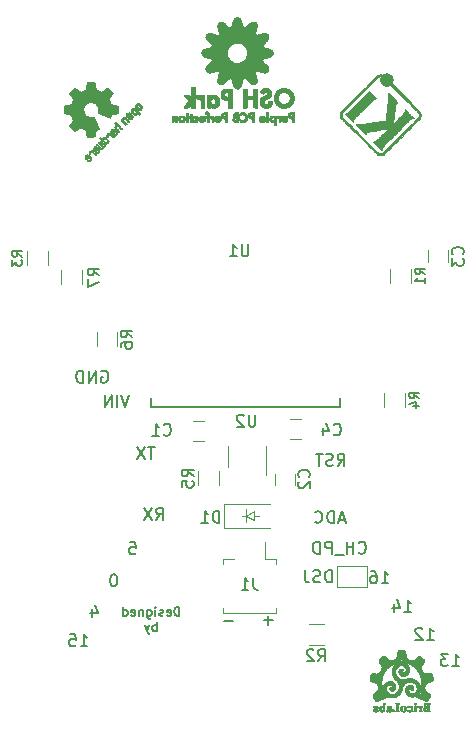
<source format=gbo>
%TF.GenerationSoftware,KiCad,Pcbnew,no-vcs-found-d190aa4~59~ubuntu16.04.1*%
%TF.CreationDate,2017-09-30T09:09:17-06:00*%
%TF.ProjectId,001,3030312E6B696361645F706362000000,rev?*%
%TF.SameCoordinates,Original*%
%TF.FileFunction,Legend,Bot*%
%TF.FilePolarity,Positive*%
%FSLAX46Y46*%
G04 Gerber Fmt 4.6, Leading zero omitted, Abs format (unit mm)*
G04 Created by KiCad (PCBNEW no-vcs-found-d190aa4~59~ubuntu16.04.1) date Sat Sep 30 09:09:17 2017*
%MOMM*%
%LPD*%
G01*
G04 APERTURE LIST*
%ADD10C,0.152400*%
%ADD11C,0.010000*%
%ADD12C,0.100000*%
%ADD13C,0.120000*%
%ADD14C,0.150000*%
G04 APERTURE END LIST*
D10*
X124976714Y-100147014D02*
X124976714Y-99385014D01*
X124795285Y-99385014D01*
X124686428Y-99421300D01*
X124613857Y-99493871D01*
X124577571Y-99566442D01*
X124541285Y-99711585D01*
X124541285Y-99820442D01*
X124577571Y-99965585D01*
X124613857Y-100038157D01*
X124686428Y-100110728D01*
X124795285Y-100147014D01*
X124976714Y-100147014D01*
X123924428Y-100110728D02*
X123997000Y-100147014D01*
X124142142Y-100147014D01*
X124214714Y-100110728D01*
X124251000Y-100038157D01*
X124251000Y-99747871D01*
X124214714Y-99675300D01*
X124142142Y-99639014D01*
X123997000Y-99639014D01*
X123924428Y-99675300D01*
X123888142Y-99747871D01*
X123888142Y-99820442D01*
X124251000Y-99893014D01*
X123597857Y-100110728D02*
X123525285Y-100147014D01*
X123380142Y-100147014D01*
X123307571Y-100110728D01*
X123271285Y-100038157D01*
X123271285Y-100001871D01*
X123307571Y-99929300D01*
X123380142Y-99893014D01*
X123489000Y-99893014D01*
X123561571Y-99856728D01*
X123597857Y-99784157D01*
X123597857Y-99747871D01*
X123561571Y-99675300D01*
X123489000Y-99639014D01*
X123380142Y-99639014D01*
X123307571Y-99675300D01*
X122944714Y-100147014D02*
X122944714Y-99639014D01*
X122944714Y-99385014D02*
X122981000Y-99421300D01*
X122944714Y-99457585D01*
X122908428Y-99421300D01*
X122944714Y-99385014D01*
X122944714Y-99457585D01*
X122255285Y-99639014D02*
X122255285Y-100255871D01*
X122291571Y-100328442D01*
X122327857Y-100364728D01*
X122400428Y-100401014D01*
X122509285Y-100401014D01*
X122581857Y-100364728D01*
X122255285Y-100110728D02*
X122327857Y-100147014D01*
X122473000Y-100147014D01*
X122545571Y-100110728D01*
X122581857Y-100074442D01*
X122618142Y-100001871D01*
X122618142Y-99784157D01*
X122581857Y-99711585D01*
X122545571Y-99675300D01*
X122473000Y-99639014D01*
X122327857Y-99639014D01*
X122255285Y-99675300D01*
X121892428Y-99639014D02*
X121892428Y-100147014D01*
X121892428Y-99711585D02*
X121856142Y-99675300D01*
X121783571Y-99639014D01*
X121674714Y-99639014D01*
X121602142Y-99675300D01*
X121565857Y-99747871D01*
X121565857Y-100147014D01*
X120912714Y-100110728D02*
X120985285Y-100147014D01*
X121130428Y-100147014D01*
X121203000Y-100110728D01*
X121239285Y-100038157D01*
X121239285Y-99747871D01*
X121203000Y-99675300D01*
X121130428Y-99639014D01*
X120985285Y-99639014D01*
X120912714Y-99675300D01*
X120876428Y-99747871D01*
X120876428Y-99820442D01*
X121239285Y-99893014D01*
X120223285Y-100147014D02*
X120223285Y-99385014D01*
X120223285Y-100110728D02*
X120295857Y-100147014D01*
X120441000Y-100147014D01*
X120513571Y-100110728D01*
X120549857Y-100074442D01*
X120586142Y-100001871D01*
X120586142Y-99784157D01*
X120549857Y-99711585D01*
X120513571Y-99675300D01*
X120441000Y-99639014D01*
X120295857Y-99639014D01*
X120223285Y-99675300D01*
X123053571Y-101442414D02*
X123053571Y-100680414D01*
X123053571Y-100970700D02*
X122981000Y-100934414D01*
X122835857Y-100934414D01*
X122763285Y-100970700D01*
X122727000Y-101006985D01*
X122690714Y-101079557D01*
X122690714Y-101297271D01*
X122727000Y-101369842D01*
X122763285Y-101406128D01*
X122835857Y-101442414D01*
X122981000Y-101442414D01*
X123053571Y-101406128D01*
X122436714Y-100934414D02*
X122255285Y-101442414D01*
X122073857Y-100934414D02*
X122255285Y-101442414D01*
X122327857Y-101623842D01*
X122364142Y-101660128D01*
X122436714Y-101696414D01*
X137861952Y-97284619D02*
X137861952Y-96268619D01*
X137620047Y-96268619D01*
X137474904Y-96317000D01*
X137378142Y-96413761D01*
X137329761Y-96510523D01*
X137281380Y-96704047D01*
X137281380Y-96849190D01*
X137329761Y-97042714D01*
X137378142Y-97139476D01*
X137474904Y-97236238D01*
X137620047Y-97284619D01*
X137861952Y-97284619D01*
X136894333Y-97236238D02*
X136749190Y-97284619D01*
X136507285Y-97284619D01*
X136410523Y-97236238D01*
X136362142Y-97187857D01*
X136313761Y-97091095D01*
X136313761Y-96994333D01*
X136362142Y-96897571D01*
X136410523Y-96849190D01*
X136507285Y-96800809D01*
X136700809Y-96752428D01*
X136797571Y-96704047D01*
X136845952Y-96655666D01*
X136894333Y-96558904D01*
X136894333Y-96462142D01*
X136845952Y-96365380D01*
X136797571Y-96317000D01*
X136700809Y-96268619D01*
X136458904Y-96268619D01*
X136313761Y-96317000D01*
X135588047Y-96268619D02*
X135588047Y-96994333D01*
X135636428Y-97139476D01*
X135733190Y-97236238D01*
X135878333Y-97284619D01*
X135975095Y-97284619D01*
X129537047Y-100572571D02*
X128762952Y-100572571D01*
X132887047Y-100522571D02*
X132112952Y-100522571D01*
X132500000Y-100909619D02*
X132500000Y-100135523D01*
X138366620Y-87446999D02*
X138705287Y-86963189D01*
X138947192Y-87446999D02*
X138947192Y-86430999D01*
X138560144Y-86430999D01*
X138463382Y-86479380D01*
X138415001Y-86527760D01*
X138366620Y-86624522D01*
X138366620Y-86769665D01*
X138415001Y-86866427D01*
X138463382Y-86914808D01*
X138560144Y-86963189D01*
X138947192Y-86963189D01*
X137979573Y-87398618D02*
X137834430Y-87446999D01*
X137592525Y-87446999D01*
X137495763Y-87398618D01*
X137447382Y-87350237D01*
X137399001Y-87253475D01*
X137399001Y-87156713D01*
X137447382Y-87059951D01*
X137495763Y-87011570D01*
X137592525Y-86963189D01*
X137786049Y-86914808D01*
X137882811Y-86866427D01*
X137931192Y-86818046D01*
X137979573Y-86721284D01*
X137979573Y-86624522D01*
X137931192Y-86527760D01*
X137882811Y-86479380D01*
X137786049Y-86430999D01*
X137544144Y-86430999D01*
X137399001Y-86479380D01*
X137108716Y-86430999D02*
X136528144Y-86430999D01*
X136818430Y-87446999D02*
X136818430Y-86430999D01*
X118355775Y-79423260D02*
X118452537Y-79374879D01*
X118597680Y-79374879D01*
X118742822Y-79423260D01*
X118839584Y-79520021D01*
X118887965Y-79616783D01*
X118936346Y-79810307D01*
X118936346Y-79955450D01*
X118887965Y-80148974D01*
X118839584Y-80245736D01*
X118742822Y-80342498D01*
X118597680Y-80390879D01*
X118500918Y-80390879D01*
X118355775Y-80342498D01*
X118307394Y-80294117D01*
X118307394Y-79955450D01*
X118500918Y-79955450D01*
X117871965Y-80390879D02*
X117871965Y-79374879D01*
X117291394Y-80390879D01*
X117291394Y-79374879D01*
X116807584Y-80390879D02*
X116807584Y-79374879D01*
X116565680Y-79374879D01*
X116420537Y-79423260D01*
X116323775Y-79520021D01*
X116275394Y-79616783D01*
X116227013Y-79810307D01*
X116227013Y-79955450D01*
X116275394Y-80148974D01*
X116323775Y-80245736D01*
X116420537Y-80342498D01*
X116565680Y-80390879D01*
X116807584Y-80390879D01*
X148071643Y-104385779D02*
X148652215Y-104385779D01*
X148361929Y-104385779D02*
X148361929Y-103369779D01*
X148458691Y-103514921D01*
X148555453Y-103611683D01*
X148652215Y-103660064D01*
X147732977Y-103369779D02*
X147104024Y-103369779D01*
X147442691Y-103756826D01*
X147297548Y-103756826D01*
X147200786Y-103805207D01*
X147152405Y-103853588D01*
X147104024Y-103950350D01*
X147104024Y-104192255D01*
X147152405Y-104289017D01*
X147200786Y-104337398D01*
X147297548Y-104385779D01*
X147587834Y-104385779D01*
X147684596Y-104337398D01*
X147732977Y-104289017D01*
X120736601Y-81472919D02*
X120397935Y-82488919D01*
X120059268Y-81472919D01*
X119720601Y-82488919D02*
X119720601Y-81472919D01*
X119236792Y-82488919D02*
X119236792Y-81472919D01*
X118656220Y-82488919D01*
X118656220Y-81472919D01*
X123007453Y-92045779D02*
X123346120Y-91561969D01*
X123588024Y-92045779D02*
X123588024Y-91029779D01*
X123200977Y-91029779D01*
X123104215Y-91078160D01*
X123055834Y-91126540D01*
X123007453Y-91223302D01*
X123007453Y-91368445D01*
X123055834Y-91465207D01*
X123104215Y-91513588D01*
X123200977Y-91561969D01*
X123588024Y-91561969D01*
X122668786Y-91029779D02*
X121991453Y-92045779D01*
X121991453Y-91029779D02*
X122668786Y-92045779D01*
X122871215Y-85887659D02*
X122290643Y-85887659D01*
X122580929Y-86903659D02*
X122580929Y-85887659D01*
X122048739Y-85887659D02*
X121371405Y-86903659D01*
X121371405Y-85887659D02*
X122048739Y-86903659D01*
X138976024Y-91995493D02*
X138492215Y-91995493D01*
X139072786Y-92285779D02*
X138734120Y-91269779D01*
X138395453Y-92285779D01*
X138056786Y-92285779D02*
X138056786Y-91269779D01*
X137814881Y-91269779D01*
X137669739Y-91318160D01*
X137572977Y-91414921D01*
X137524596Y-91511683D01*
X137476215Y-91705207D01*
X137476215Y-91850350D01*
X137524596Y-92043874D01*
X137572977Y-92140636D01*
X137669739Y-92237398D01*
X137814881Y-92285779D01*
X138056786Y-92285779D01*
X136460215Y-92189017D02*
X136508596Y-92237398D01*
X136653739Y-92285779D01*
X136750500Y-92285779D01*
X136895643Y-92237398D01*
X136992405Y-92140636D01*
X137040786Y-92043874D01*
X137089167Y-91850350D01*
X137089167Y-91705207D01*
X137040786Y-91511683D01*
X136992405Y-91414921D01*
X136895643Y-91318160D01*
X136750500Y-91269779D01*
X136653739Y-91269779D01*
X136508596Y-91318160D01*
X136460215Y-91366540D01*
X142091643Y-97385779D02*
X142672215Y-97385779D01*
X142381929Y-97385779D02*
X142381929Y-96369779D01*
X142478691Y-96514921D01*
X142575453Y-96611683D01*
X142672215Y-96660064D01*
X141220786Y-96369779D02*
X141414310Y-96369779D01*
X141511072Y-96418160D01*
X141559453Y-96466540D01*
X141656215Y-96611683D01*
X141704596Y-96805207D01*
X141704596Y-97192255D01*
X141656215Y-97289017D01*
X141607834Y-97337398D01*
X141511072Y-97385779D01*
X141317548Y-97385779D01*
X141220786Y-97337398D01*
X141172405Y-97289017D01*
X141124024Y-97192255D01*
X141124024Y-96950350D01*
X141172405Y-96853588D01*
X141220786Y-96805207D01*
X141317548Y-96756826D01*
X141511072Y-96756826D01*
X141607834Y-96805207D01*
X141656215Y-96853588D01*
X141704596Y-96950350D01*
X145921643Y-102175779D02*
X146502215Y-102175779D01*
X146211929Y-102175779D02*
X146211929Y-101159779D01*
X146308691Y-101304921D01*
X146405453Y-101401683D01*
X146502215Y-101450064D01*
X145534596Y-101256540D02*
X145486215Y-101208160D01*
X145389453Y-101159779D01*
X145147548Y-101159779D01*
X145050786Y-101208160D01*
X145002405Y-101256540D01*
X144954024Y-101353302D01*
X144954024Y-101450064D01*
X145002405Y-101595207D01*
X145582977Y-102175779D01*
X144954024Y-102175779D01*
X119466500Y-96619779D02*
X119369739Y-96619779D01*
X119272977Y-96668160D01*
X119224596Y-96716540D01*
X119176215Y-96813302D01*
X119127834Y-97006826D01*
X119127834Y-97248731D01*
X119176215Y-97442255D01*
X119224596Y-97539017D01*
X119272977Y-97587398D01*
X119369739Y-97635779D01*
X119466500Y-97635779D01*
X119563262Y-97587398D01*
X119611643Y-97539017D01*
X119660024Y-97442255D01*
X119708405Y-97248731D01*
X119708405Y-97006826D01*
X119660024Y-96813302D01*
X119611643Y-96716540D01*
X119563262Y-96668160D01*
X119466500Y-96619779D01*
X144001643Y-99805779D02*
X144582215Y-99805779D01*
X144291929Y-99805779D02*
X144291929Y-98789779D01*
X144388691Y-98934921D01*
X144485453Y-99031683D01*
X144582215Y-99080064D01*
X143130786Y-99128445D02*
X143130786Y-99805779D01*
X143372691Y-98741398D02*
X143614596Y-99467112D01*
X142985643Y-99467112D01*
X120766215Y-93909779D02*
X121250024Y-93909779D01*
X121298405Y-94393588D01*
X121250024Y-94345207D01*
X121153262Y-94296826D01*
X120911358Y-94296826D01*
X120814596Y-94345207D01*
X120766215Y-94393588D01*
X120717834Y-94490350D01*
X120717834Y-94732255D01*
X120766215Y-94829017D01*
X120814596Y-94877398D01*
X120911358Y-94925779D01*
X121153262Y-94925779D01*
X121250024Y-94877398D01*
X121298405Y-94829017D01*
X117574596Y-99578445D02*
X117574596Y-100255779D01*
X117816500Y-99191398D02*
X118058405Y-99917112D01*
X117429453Y-99917112D01*
X140138881Y-94769017D02*
X140187262Y-94817398D01*
X140332405Y-94865779D01*
X140429167Y-94865779D01*
X140574310Y-94817398D01*
X140671072Y-94720636D01*
X140719453Y-94623874D01*
X140767834Y-94430350D01*
X140767834Y-94285207D01*
X140719453Y-94091683D01*
X140671072Y-93994921D01*
X140574310Y-93898160D01*
X140429167Y-93849779D01*
X140332405Y-93849779D01*
X140187262Y-93898160D01*
X140138881Y-93946540D01*
X139703453Y-94865779D02*
X139703453Y-93849779D01*
X139703453Y-94333588D02*
X139122881Y-94333588D01*
X139122881Y-94865779D02*
X139122881Y-93849779D01*
X138880977Y-94962540D02*
X138106881Y-94962540D01*
X137864977Y-94865779D02*
X137864977Y-93849779D01*
X137477929Y-93849779D01*
X137381167Y-93898160D01*
X137332786Y-93946540D01*
X137284405Y-94043302D01*
X137284405Y-94188445D01*
X137332786Y-94285207D01*
X137381167Y-94333588D01*
X137477929Y-94381969D01*
X137864977Y-94381969D01*
X136848977Y-94865779D02*
X136848977Y-93849779D01*
X136607072Y-93849779D01*
X136461929Y-93898160D01*
X136365167Y-93994921D01*
X136316786Y-94091683D01*
X136268405Y-94285207D01*
X136268405Y-94430350D01*
X136316786Y-94623874D01*
X136365167Y-94720636D01*
X136461929Y-94817398D01*
X136607072Y-94865779D01*
X136848977Y-94865779D01*
X116611643Y-102725779D02*
X117192215Y-102725779D01*
X116901929Y-102725779D02*
X116901929Y-101709779D01*
X116998691Y-101854921D01*
X117095453Y-101951683D01*
X117192215Y-102000064D01*
X115692405Y-101709779D02*
X116176215Y-101709779D01*
X116224596Y-102193588D01*
X116176215Y-102145207D01*
X116079453Y-102096826D01*
X115837548Y-102096826D01*
X115740786Y-102145207D01*
X115692405Y-102193588D01*
X115644024Y-102290350D01*
X115644024Y-102532255D01*
X115692405Y-102629017D01*
X115740786Y-102677398D01*
X115837548Y-102725779D01*
X116079453Y-102725779D01*
X116176215Y-102677398D01*
X116224596Y-102629017D01*
D11*
%TO.C,G\002A\002A\002A*%
G36*
X125976666Y-55807000D02*
X125976434Y-55916665D01*
X125975776Y-56016720D01*
X125974748Y-56103823D01*
X125973408Y-56174636D01*
X125971814Y-56225819D01*
X125970023Y-56254032D01*
X125968930Y-56258556D01*
X125956363Y-56249145D01*
X125928785Y-56223811D01*
X125890824Y-56186900D01*
X125863777Y-56159778D01*
X125766362Y-56061000D01*
X125561070Y-56061000D01*
X125479821Y-56061386D01*
X125422775Y-56062823D01*
X125385920Y-56065733D01*
X125365242Y-56070537D01*
X125356729Y-56077654D01*
X125355777Y-56082525D01*
X125365384Y-56098714D01*
X125392162Y-56131188D01*
X125433044Y-56176556D01*
X125484965Y-56231432D01*
X125544860Y-56292426D01*
X125553333Y-56300889D01*
X125613973Y-56362077D01*
X125667079Y-56417134D01*
X125709600Y-56462775D01*
X125738486Y-56495715D01*
X125750686Y-56512668D01*
X125750889Y-56513591D01*
X125741350Y-56532505D01*
X125717566Y-56560218D01*
X125708555Y-56569000D01*
X125681840Y-56597705D01*
X125667182Y-56620746D01*
X125666222Y-56625157D01*
X125656722Y-56643480D01*
X125632270Y-56673005D01*
X125609777Y-56696000D01*
X125578541Y-56728758D01*
X125558043Y-56755521D01*
X125553333Y-56766556D01*
X125543838Y-56784712D01*
X125519398Y-56814122D01*
X125496889Y-56837111D01*
X125465652Y-56869869D01*
X125445154Y-56896632D01*
X125440444Y-56907667D01*
X125430949Y-56925823D01*
X125406509Y-56955233D01*
X125384000Y-56978222D01*
X125342953Y-57026145D01*
X125327645Y-57065971D01*
X125327555Y-57068838D01*
X125327555Y-57105222D01*
X125525111Y-57105222D01*
X125604302Y-57104845D01*
X125659423Y-57103402D01*
X125694621Y-57100427D01*
X125714043Y-57095450D01*
X125721834Y-57088005D01*
X125722666Y-57082949D01*
X125732267Y-57061337D01*
X125756951Y-57029534D01*
X125779111Y-57006444D01*
X125810348Y-56973686D01*
X125830846Y-56946924D01*
X125835555Y-56935889D01*
X125845051Y-56917732D01*
X125869491Y-56888322D01*
X125892000Y-56865333D01*
X125923393Y-56831382D01*
X125943886Y-56801952D01*
X125948444Y-56788828D01*
X125955732Y-56769350D01*
X125962555Y-56766556D01*
X125968749Y-56780113D01*
X125973332Y-56818633D01*
X125976035Y-56878890D01*
X125976666Y-56935889D01*
X125976666Y-57105222D01*
X126287111Y-57105222D01*
X126287111Y-55355444D01*
X125976666Y-55355444D01*
X125976666Y-55807000D01*
X125976666Y-55807000D01*
G37*
X125976666Y-55807000D02*
X125976434Y-55916665D01*
X125975776Y-56016720D01*
X125974748Y-56103823D01*
X125973408Y-56174636D01*
X125971814Y-56225819D01*
X125970023Y-56254032D01*
X125968930Y-56258556D01*
X125956363Y-56249145D01*
X125928785Y-56223811D01*
X125890824Y-56186900D01*
X125863777Y-56159778D01*
X125766362Y-56061000D01*
X125561070Y-56061000D01*
X125479821Y-56061386D01*
X125422775Y-56062823D01*
X125385920Y-56065733D01*
X125365242Y-56070537D01*
X125356729Y-56077654D01*
X125355777Y-56082525D01*
X125365384Y-56098714D01*
X125392162Y-56131188D01*
X125433044Y-56176556D01*
X125484965Y-56231432D01*
X125544860Y-56292426D01*
X125553333Y-56300889D01*
X125613973Y-56362077D01*
X125667079Y-56417134D01*
X125709600Y-56462775D01*
X125738486Y-56495715D01*
X125750686Y-56512668D01*
X125750889Y-56513591D01*
X125741350Y-56532505D01*
X125717566Y-56560218D01*
X125708555Y-56569000D01*
X125681840Y-56597705D01*
X125667182Y-56620746D01*
X125666222Y-56625157D01*
X125656722Y-56643480D01*
X125632270Y-56673005D01*
X125609777Y-56696000D01*
X125578541Y-56728758D01*
X125558043Y-56755521D01*
X125553333Y-56766556D01*
X125543838Y-56784712D01*
X125519398Y-56814122D01*
X125496889Y-56837111D01*
X125465652Y-56869869D01*
X125445154Y-56896632D01*
X125440444Y-56907667D01*
X125430949Y-56925823D01*
X125406509Y-56955233D01*
X125384000Y-56978222D01*
X125342953Y-57026145D01*
X125327645Y-57065971D01*
X125327555Y-57068838D01*
X125327555Y-57105222D01*
X125525111Y-57105222D01*
X125604302Y-57104845D01*
X125659423Y-57103402D01*
X125694621Y-57100427D01*
X125714043Y-57095450D01*
X125721834Y-57088005D01*
X125722666Y-57082949D01*
X125732267Y-57061337D01*
X125756951Y-57029534D01*
X125779111Y-57006444D01*
X125810348Y-56973686D01*
X125830846Y-56946924D01*
X125835555Y-56935889D01*
X125845051Y-56917732D01*
X125869491Y-56888322D01*
X125892000Y-56865333D01*
X125923393Y-56831382D01*
X125943886Y-56801952D01*
X125948444Y-56788828D01*
X125955732Y-56769350D01*
X125962555Y-56766556D01*
X125968749Y-56780113D01*
X125973332Y-56818633D01*
X125976035Y-56878890D01*
X125976666Y-56935889D01*
X125976666Y-57105222D01*
X126287111Y-57105222D01*
X126287111Y-55355444D01*
X125976666Y-55355444D01*
X125976666Y-55807000D01*
G36*
X126532002Y-56034119D02*
X126484608Y-56037873D01*
X126459439Y-56043632D01*
X126456444Y-56046889D01*
X126444947Y-56059245D01*
X126434270Y-56061000D01*
X126406172Y-56070381D01*
X126391936Y-56081159D01*
X126379798Y-56104597D01*
X126373142Y-56138594D01*
X126372485Y-56172793D01*
X126378345Y-56196836D01*
X126385889Y-56202111D01*
X126397354Y-56213930D01*
X126400000Y-56230333D01*
X126405909Y-56253263D01*
X126414111Y-56258556D01*
X126425576Y-56270374D01*
X126428222Y-56286778D01*
X126434131Y-56309708D01*
X126442333Y-56315000D01*
X126453798Y-56326819D01*
X126456444Y-56343222D01*
X126461178Y-56361686D01*
X126480309Y-56369847D01*
X126512889Y-56371444D01*
X126548234Y-56368315D01*
X126567894Y-56360496D01*
X126569333Y-56357333D01*
X126581957Y-56348973D01*
X126613950Y-56343913D01*
X126633841Y-56343222D01*
X126690907Y-56350694D01*
X126726593Y-56372220D01*
X126738666Y-56405714D01*
X126745983Y-56425131D01*
X126752777Y-56427889D01*
X126757619Y-56441780D01*
X126761504Y-56482603D01*
X126764378Y-56549080D01*
X126766189Y-56639937D01*
X126766883Y-56753896D01*
X126766889Y-56766556D01*
X126766889Y-57105222D01*
X127077333Y-57105222D01*
X127077333Y-56061000D01*
X126908000Y-56061000D01*
X126833669Y-56059870D01*
X126778674Y-56056660D01*
X126746243Y-56051639D01*
X126738666Y-56046889D01*
X126725251Y-56040334D01*
X126687714Y-56035594D01*
X126630121Y-56033077D01*
X126597555Y-56032778D01*
X126532002Y-56034119D01*
X126532002Y-56034119D01*
G37*
X126532002Y-56034119D02*
X126484608Y-56037873D01*
X126459439Y-56043632D01*
X126456444Y-56046889D01*
X126444947Y-56059245D01*
X126434270Y-56061000D01*
X126406172Y-56070381D01*
X126391936Y-56081159D01*
X126379798Y-56104597D01*
X126373142Y-56138594D01*
X126372485Y-56172793D01*
X126378345Y-56196836D01*
X126385889Y-56202111D01*
X126397354Y-56213930D01*
X126400000Y-56230333D01*
X126405909Y-56253263D01*
X126414111Y-56258556D01*
X126425576Y-56270374D01*
X126428222Y-56286778D01*
X126434131Y-56309708D01*
X126442333Y-56315000D01*
X126453798Y-56326819D01*
X126456444Y-56343222D01*
X126461178Y-56361686D01*
X126480309Y-56369847D01*
X126512889Y-56371444D01*
X126548234Y-56368315D01*
X126567894Y-56360496D01*
X126569333Y-56357333D01*
X126581957Y-56348973D01*
X126613950Y-56343913D01*
X126633841Y-56343222D01*
X126690907Y-56350694D01*
X126726593Y-56372220D01*
X126738666Y-56405714D01*
X126745983Y-56425131D01*
X126752777Y-56427889D01*
X126757619Y-56441780D01*
X126761504Y-56482603D01*
X126764378Y-56549080D01*
X126766189Y-56639937D01*
X126766883Y-56753896D01*
X126766889Y-56766556D01*
X126766889Y-57105222D01*
X127077333Y-57105222D01*
X127077333Y-56061000D01*
X126908000Y-56061000D01*
X126833669Y-56059870D01*
X126778674Y-56056660D01*
X126746243Y-56051639D01*
X126738666Y-56046889D01*
X126725251Y-56040334D01*
X126687714Y-56035594D01*
X126630121Y-56033077D01*
X126597555Y-56032778D01*
X126532002Y-56034119D01*
G36*
X129005577Y-55497247D02*
X128923972Y-55499267D01*
X128866157Y-55502532D01*
X128833772Y-55506963D01*
X128827111Y-55510667D01*
X128814592Y-55519503D01*
X128783319Y-55524418D01*
X128770666Y-55524778D01*
X128735321Y-55527907D01*
X128715661Y-55535726D01*
X128714222Y-55538889D01*
X128702771Y-55551358D01*
X128692749Y-55553000D01*
X128671731Y-55562919D01*
X128639166Y-55588521D01*
X128601287Y-55623571D01*
X128564327Y-55661837D01*
X128534520Y-55697084D01*
X128518101Y-55723080D01*
X128516666Y-55729082D01*
X128509142Y-55748057D01*
X128502555Y-55750556D01*
X128491090Y-55762374D01*
X128488444Y-55778778D01*
X128482535Y-55801708D01*
X128474333Y-55807000D01*
X128468139Y-55820557D01*
X128463556Y-55859078D01*
X128460853Y-55919334D01*
X128460222Y-55976333D01*
X128461352Y-56050664D01*
X128464562Y-56105659D01*
X128469583Y-56138090D01*
X128474333Y-56145667D01*
X128484533Y-56157853D01*
X128488444Y-56184885D01*
X128499190Y-56224289D01*
X128516666Y-56244444D01*
X128538542Y-56267128D01*
X128544889Y-56283479D01*
X128555260Y-56307496D01*
X128579888Y-56336650D01*
X128609040Y-56361210D01*
X128632854Y-56371444D01*
X128654870Y-56381886D01*
X128671889Y-56399667D01*
X128703242Y-56422449D01*
X128731448Y-56427889D01*
X128759797Y-56432274D01*
X128770666Y-56442000D01*
X128782928Y-56451908D01*
X128812473Y-56456110D01*
X128813000Y-56456111D01*
X128842723Y-56460198D01*
X128855330Y-56470047D01*
X128855333Y-56470222D01*
X128868536Y-56477210D01*
X128904581Y-56482121D01*
X128958123Y-56484286D01*
X128968222Y-56484333D01*
X129081111Y-56484333D01*
X129081111Y-57105222D01*
X129391555Y-57105222D01*
X129391555Y-55807000D01*
X129081111Y-55807000D01*
X129081111Y-56173889D01*
X128996444Y-56173889D01*
X128951346Y-56171747D01*
X128920771Y-56166150D01*
X128911777Y-56159778D01*
X128900316Y-56147335D01*
X128890140Y-56145667D01*
X128868030Y-56136269D01*
X128836386Y-56112406D01*
X128819585Y-56096748D01*
X128788313Y-56060846D01*
X128774015Y-56027407D01*
X128770666Y-55983859D01*
X128773450Y-55945827D01*
X128780497Y-55922915D01*
X128784777Y-55919889D01*
X128797134Y-55908391D01*
X128798889Y-55897714D01*
X128810829Y-55865837D01*
X128838677Y-55841443D01*
X128861381Y-55835222D01*
X128880797Y-55827906D01*
X128883555Y-55821111D01*
X128896607Y-55813872D01*
X128931588Y-55808871D01*
X128982237Y-55807000D01*
X129081111Y-55807000D01*
X129391555Y-55807000D01*
X129391555Y-55496556D01*
X129109333Y-55496556D01*
X129005577Y-55497247D01*
X129005577Y-55497247D01*
G37*
X129005577Y-55497247D02*
X128923972Y-55499267D01*
X128866157Y-55502532D01*
X128833772Y-55506963D01*
X128827111Y-55510667D01*
X128814592Y-55519503D01*
X128783319Y-55524418D01*
X128770666Y-55524778D01*
X128735321Y-55527907D01*
X128715661Y-55535726D01*
X128714222Y-55538889D01*
X128702771Y-55551358D01*
X128692749Y-55553000D01*
X128671731Y-55562919D01*
X128639166Y-55588521D01*
X128601287Y-55623571D01*
X128564327Y-55661837D01*
X128534520Y-55697084D01*
X128518101Y-55723080D01*
X128516666Y-55729082D01*
X128509142Y-55748057D01*
X128502555Y-55750556D01*
X128491090Y-55762374D01*
X128488444Y-55778778D01*
X128482535Y-55801708D01*
X128474333Y-55807000D01*
X128468139Y-55820557D01*
X128463556Y-55859078D01*
X128460853Y-55919334D01*
X128460222Y-55976333D01*
X128461352Y-56050664D01*
X128464562Y-56105659D01*
X128469583Y-56138090D01*
X128474333Y-56145667D01*
X128484533Y-56157853D01*
X128488444Y-56184885D01*
X128499190Y-56224289D01*
X128516666Y-56244444D01*
X128538542Y-56267128D01*
X128544889Y-56283479D01*
X128555260Y-56307496D01*
X128579888Y-56336650D01*
X128609040Y-56361210D01*
X128632854Y-56371444D01*
X128654870Y-56381886D01*
X128671889Y-56399667D01*
X128703242Y-56422449D01*
X128731448Y-56427889D01*
X128759797Y-56432274D01*
X128770666Y-56442000D01*
X128782928Y-56451908D01*
X128812473Y-56456110D01*
X128813000Y-56456111D01*
X128842723Y-56460198D01*
X128855330Y-56470047D01*
X128855333Y-56470222D01*
X128868536Y-56477210D01*
X128904581Y-56482121D01*
X128958123Y-56484286D01*
X128968222Y-56484333D01*
X129081111Y-56484333D01*
X129081111Y-57105222D01*
X129391555Y-57105222D01*
X129391555Y-55807000D01*
X129081111Y-55807000D01*
X129081111Y-56173889D01*
X128996444Y-56173889D01*
X128951346Y-56171747D01*
X128920771Y-56166150D01*
X128911777Y-56159778D01*
X128900316Y-56147335D01*
X128890140Y-56145667D01*
X128868030Y-56136269D01*
X128836386Y-56112406D01*
X128819585Y-56096748D01*
X128788313Y-56060846D01*
X128774015Y-56027407D01*
X128770666Y-55983859D01*
X128773450Y-55945827D01*
X128780497Y-55922915D01*
X128784777Y-55919889D01*
X128797134Y-55908391D01*
X128798889Y-55897714D01*
X128810829Y-55865837D01*
X128838677Y-55841443D01*
X128861381Y-55835222D01*
X128880797Y-55827906D01*
X128883555Y-55821111D01*
X128896607Y-55813872D01*
X128931588Y-55808871D01*
X128982237Y-55807000D01*
X129081111Y-55807000D01*
X129391555Y-55807000D01*
X129391555Y-55496556D01*
X129109333Y-55496556D01*
X129005577Y-55497247D01*
G36*
X131226000Y-56089222D02*
X130689777Y-56089222D01*
X130689777Y-55496556D01*
X130351111Y-55496556D01*
X130351111Y-57105222D01*
X130500285Y-57105222D01*
X130574902Y-57104033D01*
X130625595Y-57100130D01*
X130656579Y-57093012D01*
X130669619Y-57085063D01*
X130676245Y-57073529D01*
X130681313Y-57051709D01*
X130685007Y-57016380D01*
X130687511Y-56964317D01*
X130689010Y-56892296D01*
X130689688Y-56797091D01*
X130689777Y-56732286D01*
X130689777Y-56399667D01*
X131226000Y-56399667D01*
X131226000Y-56732286D01*
X131226297Y-56841916D01*
X131227312Y-56926554D01*
X131229230Y-56989423D01*
X131232233Y-57033748D01*
X131236507Y-57062754D01*
X131242236Y-57079665D01*
X131246158Y-57085063D01*
X131264883Y-57094986D01*
X131300087Y-57101309D01*
X131355982Y-57104534D01*
X131415492Y-57105222D01*
X131564666Y-57105222D01*
X131564666Y-55496556D01*
X131226000Y-55496556D01*
X131226000Y-56089222D01*
X131226000Y-56089222D01*
G37*
X131226000Y-56089222D02*
X130689777Y-56089222D01*
X130689777Y-55496556D01*
X130351111Y-55496556D01*
X130351111Y-57105222D01*
X130500285Y-57105222D01*
X130574902Y-57104033D01*
X130625595Y-57100130D01*
X130656579Y-57093012D01*
X130669619Y-57085063D01*
X130676245Y-57073529D01*
X130681313Y-57051709D01*
X130685007Y-57016380D01*
X130687511Y-56964317D01*
X130689010Y-56892296D01*
X130689688Y-56797091D01*
X130689777Y-56732286D01*
X130689777Y-56399667D01*
X131226000Y-56399667D01*
X131226000Y-56732286D01*
X131226297Y-56841916D01*
X131227312Y-56926554D01*
X131229230Y-56989423D01*
X131232233Y-57033748D01*
X131236507Y-57062754D01*
X131242236Y-57079665D01*
X131246158Y-57085063D01*
X131264883Y-57094986D01*
X131300087Y-57101309D01*
X131355982Y-57104534D01*
X131415492Y-57105222D01*
X131564666Y-57105222D01*
X131564666Y-55496556D01*
X131226000Y-55496556D01*
X131226000Y-56089222D01*
G36*
X127783407Y-56034004D02*
X127732154Y-56037466D01*
X127703292Y-56042834D01*
X127698222Y-56046889D01*
X127686456Y-56058515D01*
X127671176Y-56061000D01*
X127644624Y-56069135D01*
X127635898Y-56078639D01*
X127626631Y-56089016D01*
X127619435Y-56078639D01*
X127605720Y-56070349D01*
X127571849Y-56064833D01*
X127515053Y-56061813D01*
X127443046Y-56061000D01*
X127274889Y-56061000D01*
X127274889Y-56562952D01*
X127275054Y-56699026D01*
X127275619Y-56809513D01*
X127276684Y-56897049D01*
X127278351Y-56964267D01*
X127280722Y-57013802D01*
X127283899Y-57048288D01*
X127287984Y-57070361D01*
X127293077Y-57082653D01*
X127295047Y-57085063D01*
X127315927Y-57093279D01*
X127355799Y-57099598D01*
X127407870Y-57103893D01*
X127465349Y-57106034D01*
X127521442Y-57105893D01*
X127569358Y-57103341D01*
X127602304Y-57098247D01*
X127613555Y-57091111D01*
X127625374Y-57079646D01*
X127641777Y-57077000D01*
X127664708Y-57082909D01*
X127670000Y-57091111D01*
X127682518Y-57099947D01*
X127713792Y-57104862D01*
X127726444Y-57105222D01*
X127761790Y-57108352D01*
X127781449Y-57116170D01*
X127782889Y-57119333D01*
X127795407Y-57128170D01*
X127826681Y-57133085D01*
X127839333Y-57133444D01*
X127874679Y-57130315D01*
X127894338Y-57122496D01*
X127895777Y-57119333D01*
X127908469Y-57111284D01*
X127940918Y-57106174D01*
X127966333Y-57105222D01*
X128006581Y-57102684D01*
X128032127Y-57096194D01*
X128036889Y-57091111D01*
X128048707Y-57079646D01*
X128065111Y-57077000D01*
X128088041Y-57071091D01*
X128088781Y-57069944D01*
X127585333Y-57069944D01*
X127578277Y-57077000D01*
X127571222Y-57069944D01*
X127578277Y-57062889D01*
X127585333Y-57069944D01*
X128088781Y-57069944D01*
X128093333Y-57062889D01*
X128104788Y-57050430D01*
X128114871Y-57048778D01*
X128137121Y-57038741D01*
X128169550Y-57013288D01*
X128205174Y-56979403D01*
X128237008Y-56944072D01*
X128258065Y-56914281D01*
X128262666Y-56900982D01*
X128270171Y-56881967D01*
X128276777Y-56879444D01*
X128288243Y-56867626D01*
X128290889Y-56851222D01*
X128296798Y-56828292D01*
X128305000Y-56823000D01*
X128314908Y-56810738D01*
X128319110Y-56781193D01*
X128319111Y-56780667D01*
X128323198Y-56750943D01*
X128333046Y-56738337D01*
X128333222Y-56738333D01*
X128339416Y-56724776D01*
X128343999Y-56686256D01*
X128346702Y-56625999D01*
X128347176Y-56583111D01*
X128036889Y-56583111D01*
X128034350Y-56623359D01*
X128027861Y-56648905D01*
X128022777Y-56653667D01*
X128011312Y-56665485D01*
X128008666Y-56681889D01*
X128002757Y-56704819D01*
X127994555Y-56710111D01*
X127982199Y-56721608D01*
X127980444Y-56732286D01*
X127968504Y-56764163D01*
X127940656Y-56788557D01*
X127917952Y-56794778D01*
X127898535Y-56802094D01*
X127895777Y-56808889D01*
X127882924Y-56816405D01*
X127849347Y-56821501D01*
X127811111Y-56823000D01*
X127766013Y-56820858D01*
X127735437Y-56815262D01*
X127726444Y-56808889D01*
X127714947Y-56796533D01*
X127704270Y-56794778D01*
X127672392Y-56782838D01*
X127647998Y-56754989D01*
X127641777Y-56732286D01*
X127634461Y-56712869D01*
X127627666Y-56710111D01*
X127617759Y-56697849D01*
X127613556Y-56668304D01*
X127613555Y-56667778D01*
X127609468Y-56638054D01*
X127599620Y-56625448D01*
X127599444Y-56625444D01*
X127590608Y-56612926D01*
X127585693Y-56581652D01*
X127585333Y-56569000D01*
X127588463Y-56533654D01*
X127596281Y-56513995D01*
X127599444Y-56512556D01*
X127610001Y-56500465D01*
X127613555Y-56476807D01*
X127623529Y-56445798D01*
X127648472Y-56408676D01*
X127680921Y-56373790D01*
X127713409Y-56349486D01*
X127733029Y-56343222D01*
X127752108Y-56335747D01*
X127754666Y-56329111D01*
X127767185Y-56320275D01*
X127798458Y-56315360D01*
X127811111Y-56315000D01*
X127846456Y-56318130D01*
X127866116Y-56325948D01*
X127867555Y-56329111D01*
X127879017Y-56341554D01*
X127889192Y-56343222D01*
X127916926Y-56354374D01*
X127950126Y-56382263D01*
X127981327Y-56418544D01*
X128003064Y-56454869D01*
X128008666Y-56476807D01*
X128013439Y-56503551D01*
X128022777Y-56512556D01*
X128030827Y-56525247D01*
X128035936Y-56557696D01*
X128036889Y-56583111D01*
X128347176Y-56583111D01*
X128347333Y-56569000D01*
X128346203Y-56494669D01*
X128342993Y-56439675D01*
X128337972Y-56407243D01*
X128333222Y-56399667D01*
X128323314Y-56387405D01*
X128319112Y-56357860D01*
X128319111Y-56357333D01*
X128315023Y-56327610D01*
X128305175Y-56315003D01*
X128305000Y-56315000D01*
X128293535Y-56303181D01*
X128290889Y-56286778D01*
X128284979Y-56263848D01*
X128276777Y-56258556D01*
X128264335Y-56247094D01*
X128262666Y-56236918D01*
X128252708Y-56213847D01*
X128228083Y-56182285D01*
X128196669Y-56150321D01*
X128166343Y-56126041D01*
X128146307Y-56117444D01*
X128124432Y-56107008D01*
X128107444Y-56089222D01*
X128076091Y-56066440D01*
X128047885Y-56061000D01*
X128019536Y-56056615D01*
X128008666Y-56046889D01*
X127995173Y-56040522D01*
X127957098Y-56035862D01*
X127898046Y-56033239D01*
X127853444Y-56032778D01*
X127783407Y-56034004D01*
X127783407Y-56034004D01*
G37*
X127783407Y-56034004D02*
X127732154Y-56037466D01*
X127703292Y-56042834D01*
X127698222Y-56046889D01*
X127686456Y-56058515D01*
X127671176Y-56061000D01*
X127644624Y-56069135D01*
X127635898Y-56078639D01*
X127626631Y-56089016D01*
X127619435Y-56078639D01*
X127605720Y-56070349D01*
X127571849Y-56064833D01*
X127515053Y-56061813D01*
X127443046Y-56061000D01*
X127274889Y-56061000D01*
X127274889Y-56562952D01*
X127275054Y-56699026D01*
X127275619Y-56809513D01*
X127276684Y-56897049D01*
X127278351Y-56964267D01*
X127280722Y-57013802D01*
X127283899Y-57048288D01*
X127287984Y-57070361D01*
X127293077Y-57082653D01*
X127295047Y-57085063D01*
X127315927Y-57093279D01*
X127355799Y-57099598D01*
X127407870Y-57103893D01*
X127465349Y-57106034D01*
X127521442Y-57105893D01*
X127569358Y-57103341D01*
X127602304Y-57098247D01*
X127613555Y-57091111D01*
X127625374Y-57079646D01*
X127641777Y-57077000D01*
X127664708Y-57082909D01*
X127670000Y-57091111D01*
X127682518Y-57099947D01*
X127713792Y-57104862D01*
X127726444Y-57105222D01*
X127761790Y-57108352D01*
X127781449Y-57116170D01*
X127782889Y-57119333D01*
X127795407Y-57128170D01*
X127826681Y-57133085D01*
X127839333Y-57133444D01*
X127874679Y-57130315D01*
X127894338Y-57122496D01*
X127895777Y-57119333D01*
X127908469Y-57111284D01*
X127940918Y-57106174D01*
X127966333Y-57105222D01*
X128006581Y-57102684D01*
X128032127Y-57096194D01*
X128036889Y-57091111D01*
X128048707Y-57079646D01*
X128065111Y-57077000D01*
X128088041Y-57071091D01*
X128088781Y-57069944D01*
X127585333Y-57069944D01*
X127578277Y-57077000D01*
X127571222Y-57069944D01*
X127578277Y-57062889D01*
X127585333Y-57069944D01*
X128088781Y-57069944D01*
X128093333Y-57062889D01*
X128104788Y-57050430D01*
X128114871Y-57048778D01*
X128137121Y-57038741D01*
X128169550Y-57013288D01*
X128205174Y-56979403D01*
X128237008Y-56944072D01*
X128258065Y-56914281D01*
X128262666Y-56900982D01*
X128270171Y-56881967D01*
X128276777Y-56879444D01*
X128288243Y-56867626D01*
X128290889Y-56851222D01*
X128296798Y-56828292D01*
X128305000Y-56823000D01*
X128314908Y-56810738D01*
X128319110Y-56781193D01*
X128319111Y-56780667D01*
X128323198Y-56750943D01*
X128333046Y-56738337D01*
X128333222Y-56738333D01*
X128339416Y-56724776D01*
X128343999Y-56686256D01*
X128346702Y-56625999D01*
X128347176Y-56583111D01*
X128036889Y-56583111D01*
X128034350Y-56623359D01*
X128027861Y-56648905D01*
X128022777Y-56653667D01*
X128011312Y-56665485D01*
X128008666Y-56681889D01*
X128002757Y-56704819D01*
X127994555Y-56710111D01*
X127982199Y-56721608D01*
X127980444Y-56732286D01*
X127968504Y-56764163D01*
X127940656Y-56788557D01*
X127917952Y-56794778D01*
X127898535Y-56802094D01*
X127895777Y-56808889D01*
X127882924Y-56816405D01*
X127849347Y-56821501D01*
X127811111Y-56823000D01*
X127766013Y-56820858D01*
X127735437Y-56815262D01*
X127726444Y-56808889D01*
X127714947Y-56796533D01*
X127704270Y-56794778D01*
X127672392Y-56782838D01*
X127647998Y-56754989D01*
X127641777Y-56732286D01*
X127634461Y-56712869D01*
X127627666Y-56710111D01*
X127617759Y-56697849D01*
X127613556Y-56668304D01*
X127613555Y-56667778D01*
X127609468Y-56638054D01*
X127599620Y-56625448D01*
X127599444Y-56625444D01*
X127590608Y-56612926D01*
X127585693Y-56581652D01*
X127585333Y-56569000D01*
X127588463Y-56533654D01*
X127596281Y-56513995D01*
X127599444Y-56512556D01*
X127610001Y-56500465D01*
X127613555Y-56476807D01*
X127623529Y-56445798D01*
X127648472Y-56408676D01*
X127680921Y-56373790D01*
X127713409Y-56349486D01*
X127733029Y-56343222D01*
X127752108Y-56335747D01*
X127754666Y-56329111D01*
X127767185Y-56320275D01*
X127798458Y-56315360D01*
X127811111Y-56315000D01*
X127846456Y-56318130D01*
X127866116Y-56325948D01*
X127867555Y-56329111D01*
X127879017Y-56341554D01*
X127889192Y-56343222D01*
X127916926Y-56354374D01*
X127950126Y-56382263D01*
X127981327Y-56418544D01*
X128003064Y-56454869D01*
X128008666Y-56476807D01*
X128013439Y-56503551D01*
X128022777Y-56512556D01*
X128030827Y-56525247D01*
X128035936Y-56557696D01*
X128036889Y-56583111D01*
X128347176Y-56583111D01*
X128347333Y-56569000D01*
X128346203Y-56494669D01*
X128342993Y-56439675D01*
X128337972Y-56407243D01*
X128333222Y-56399667D01*
X128323314Y-56387405D01*
X128319112Y-56357860D01*
X128319111Y-56357333D01*
X128315023Y-56327610D01*
X128305175Y-56315003D01*
X128305000Y-56315000D01*
X128293535Y-56303181D01*
X128290889Y-56286778D01*
X128284979Y-56263848D01*
X128276777Y-56258556D01*
X128264335Y-56247094D01*
X128262666Y-56236918D01*
X128252708Y-56213847D01*
X128228083Y-56182285D01*
X128196669Y-56150321D01*
X128166343Y-56126041D01*
X128146307Y-56117444D01*
X128124432Y-56107008D01*
X128107444Y-56089222D01*
X128076091Y-56066440D01*
X128047885Y-56061000D01*
X128019536Y-56056615D01*
X128008666Y-56046889D01*
X127995173Y-56040522D01*
X127957098Y-56035862D01*
X127898046Y-56033239D01*
X127853444Y-56032778D01*
X127783407Y-56034004D01*
G36*
X132195891Y-55469463D02*
X132140897Y-55472673D01*
X132108465Y-55477694D01*
X132100889Y-55482444D01*
X132088771Y-55492903D01*
X132064217Y-55496556D01*
X132025497Y-55508677D01*
X131988000Y-55538889D01*
X131959320Y-55565601D01*
X131936335Y-55580261D01*
X131931941Y-55581222D01*
X131905808Y-55592489D01*
X131882922Y-55617811D01*
X131875111Y-55640599D01*
X131864657Y-55662914D01*
X131846889Y-55680000D01*
X131824847Y-55705358D01*
X131818666Y-55725448D01*
X131812108Y-55746630D01*
X131804555Y-55750556D01*
X131793090Y-55762374D01*
X131790444Y-55778778D01*
X131800422Y-55802362D01*
X131818666Y-55807000D01*
X131841596Y-55812909D01*
X131846889Y-55821111D01*
X131858558Y-55833016D01*
X131871996Y-55835222D01*
X131899278Y-55845869D01*
X131917444Y-55863444D01*
X131942802Y-55885486D01*
X131962893Y-55891667D01*
X131984074Y-55898225D01*
X131988000Y-55905778D01*
X132000106Y-55916277D01*
X132024285Y-55919889D01*
X132062427Y-55910732D01*
X132091246Y-55888216D01*
X132100889Y-55863444D01*
X132112451Y-55837028D01*
X132138848Y-55814577D01*
X132163381Y-55807000D01*
X132182797Y-55799683D01*
X132185555Y-55792889D01*
X132198318Y-55785181D01*
X132231259Y-55780056D01*
X132263637Y-55778778D01*
X132311789Y-55780767D01*
X132344209Y-55789915D01*
X132373284Y-55810994D01*
X132390637Y-55827696D01*
X132419585Y-55862337D01*
X132437135Y-55894318D01*
X132439555Y-55905778D01*
X132428260Y-55937714D01*
X132399924Y-55974106D01*
X132362873Y-56007038D01*
X132325433Y-56028595D01*
X132305970Y-56032778D01*
X132279227Y-56037550D01*
X132270222Y-56046889D01*
X132258403Y-56058354D01*
X132242000Y-56061000D01*
X132219070Y-56066909D01*
X132213777Y-56075111D01*
X132201959Y-56086576D01*
X132185555Y-56089222D01*
X132162625Y-56095132D01*
X132157333Y-56103333D01*
X132145071Y-56113241D01*
X132115526Y-56117443D01*
X132115000Y-56117444D01*
X132085276Y-56121532D01*
X132072670Y-56131380D01*
X132072666Y-56131556D01*
X132060997Y-56143460D01*
X132047559Y-56145667D01*
X132020277Y-56156313D01*
X132002111Y-56173889D01*
X131979498Y-56195760D01*
X131963248Y-56202111D01*
X131941574Y-56212127D01*
X131911115Y-56236846D01*
X131879861Y-56268279D01*
X131855803Y-56298434D01*
X131846889Y-56318470D01*
X131836452Y-56340346D01*
X131818666Y-56357333D01*
X131796520Y-56387356D01*
X131790444Y-56431004D01*
X131787144Y-56465181D01*
X131778954Y-56483404D01*
X131776333Y-56484333D01*
X131769345Y-56497536D01*
X131764434Y-56533581D01*
X131762269Y-56587123D01*
X131762222Y-56597222D01*
X131763872Y-56653128D01*
X131768378Y-56692413D01*
X131775071Y-56709735D01*
X131776333Y-56710111D01*
X131785169Y-56722630D01*
X131790084Y-56753903D01*
X131790444Y-56766556D01*
X131793574Y-56801901D01*
X131801392Y-56821561D01*
X131804555Y-56823000D01*
X131817032Y-56834447D01*
X131818666Y-56844428D01*
X131828515Y-56864526D01*
X131854275Y-56897120D01*
X131890268Y-56936532D01*
X131930815Y-56977083D01*
X131970236Y-57013093D01*
X132002854Y-57038885D01*
X132022988Y-57048778D01*
X132023016Y-57048778D01*
X132041962Y-57056316D01*
X132044444Y-57062889D01*
X132056263Y-57074354D01*
X132072666Y-57077000D01*
X132095596Y-57082909D01*
X132100889Y-57091111D01*
X132113580Y-57099161D01*
X132146029Y-57104270D01*
X132171444Y-57105222D01*
X132211692Y-57107760D01*
X132237238Y-57114250D01*
X132242000Y-57119333D01*
X132254691Y-57127383D01*
X132287140Y-57132492D01*
X132312555Y-57133444D01*
X132352803Y-57130906D01*
X132378349Y-57124416D01*
X132383111Y-57119333D01*
X132395630Y-57110497D01*
X132426903Y-57105582D01*
X132439555Y-57105222D01*
X132474901Y-57102092D01*
X132494560Y-57094274D01*
X132496000Y-57091111D01*
X132508117Y-57080653D01*
X132532672Y-57077000D01*
X132571391Y-57064878D01*
X132608889Y-57034667D01*
X132639168Y-57007783D01*
X132665647Y-56993200D01*
X132670995Y-56992333D01*
X132689957Y-56980788D01*
X132693555Y-56967226D01*
X132704202Y-56939944D01*
X132721777Y-56921778D01*
X132743819Y-56896420D01*
X132750000Y-56876329D01*
X132756558Y-56855148D01*
X132764111Y-56851222D01*
X132775576Y-56839403D01*
X132778222Y-56823000D01*
X132784131Y-56800070D01*
X132792333Y-56794778D01*
X132801169Y-56782259D01*
X132806084Y-56750986D01*
X132806444Y-56738333D01*
X132809574Y-56702988D01*
X132817392Y-56683328D01*
X132820555Y-56681889D01*
X132831901Y-56670515D01*
X132834132Y-56643802D01*
X132827975Y-56612863D01*
X132814508Y-56589159D01*
X132787241Y-56576147D01*
X132743661Y-56569391D01*
X132729841Y-56569000D01*
X132691623Y-56566238D01*
X132668490Y-56559240D01*
X132665333Y-56554889D01*
X132652480Y-56547372D01*
X132618903Y-56542277D01*
X132580666Y-56540778D01*
X132496000Y-56540778D01*
X132496000Y-56611333D01*
X132493461Y-56651581D01*
X132486972Y-56677127D01*
X132481889Y-56681889D01*
X132469474Y-56693362D01*
X132467777Y-56703697D01*
X132456048Y-56733667D01*
X132427331Y-56764390D01*
X132391334Y-56787461D01*
X132362586Y-56794778D01*
X132335761Y-56799529D01*
X132326666Y-56808889D01*
X132314848Y-56820354D01*
X132298444Y-56823000D01*
X132275514Y-56817091D01*
X132270222Y-56808889D01*
X132258132Y-56798332D01*
X132234474Y-56794778D01*
X132198140Y-56783264D01*
X132155946Y-56751811D01*
X132149807Y-56745859D01*
X132120885Y-56713763D01*
X132106306Y-56684581D01*
X132101296Y-56645926D01*
X132100889Y-56618859D01*
X132103195Y-56576210D01*
X132109148Y-56547850D01*
X132115000Y-56540778D01*
X132127415Y-56529304D01*
X132129111Y-56518970D01*
X132139835Y-56492115D01*
X132165463Y-56461458D01*
X132196181Y-56436815D01*
X132220192Y-56427889D01*
X132239378Y-56420465D01*
X132242000Y-56413778D01*
X132253818Y-56402313D01*
X132270222Y-56399667D01*
X132293152Y-56393757D01*
X132298444Y-56385556D01*
X132310706Y-56375648D01*
X132340251Y-56371445D01*
X132340777Y-56371444D01*
X132370501Y-56367357D01*
X132383108Y-56357509D01*
X132383111Y-56357333D01*
X132394930Y-56345868D01*
X132411333Y-56343222D01*
X132434263Y-56337313D01*
X132439555Y-56329111D01*
X132451374Y-56317646D01*
X132467777Y-56315000D01*
X132490708Y-56309091D01*
X132496000Y-56300889D01*
X132507669Y-56288984D01*
X132521107Y-56286778D01*
X132548389Y-56276131D01*
X132566555Y-56258556D01*
X132589389Y-56236670D01*
X132605956Y-56230333D01*
X132634367Y-56218900D01*
X132658134Y-56193010D01*
X132665333Y-56170956D01*
X132675787Y-56148642D01*
X132693555Y-56131556D01*
X132715596Y-56106198D01*
X132721777Y-56086107D01*
X132728336Y-56064925D01*
X132735889Y-56061000D01*
X132742256Y-56047507D01*
X132746915Y-56009431D01*
X132749539Y-55950380D01*
X132750000Y-55905778D01*
X132748773Y-55835740D01*
X132745312Y-55784488D01*
X132739943Y-55755626D01*
X132735889Y-55750556D01*
X132724424Y-55738737D01*
X132721777Y-55722333D01*
X132715868Y-55699403D01*
X132707666Y-55694111D01*
X132695224Y-55682649D01*
X132693555Y-55672474D01*
X132683301Y-55648453D01*
X132657925Y-55616440D01*
X132625504Y-55584513D01*
X132594116Y-55560749D01*
X132574081Y-55553000D01*
X132555003Y-55545525D01*
X132552444Y-55538889D01*
X132540625Y-55527424D01*
X132524222Y-55524778D01*
X132501292Y-55518868D01*
X132496000Y-55510667D01*
X132484181Y-55499202D01*
X132467777Y-55496556D01*
X132444847Y-55490646D01*
X132439555Y-55482444D01*
X132425998Y-55476250D01*
X132387478Y-55471667D01*
X132327221Y-55468965D01*
X132270222Y-55468333D01*
X132195891Y-55469463D01*
X132195891Y-55469463D01*
G37*
X132195891Y-55469463D02*
X132140897Y-55472673D01*
X132108465Y-55477694D01*
X132100889Y-55482444D01*
X132088771Y-55492903D01*
X132064217Y-55496556D01*
X132025497Y-55508677D01*
X131988000Y-55538889D01*
X131959320Y-55565601D01*
X131936335Y-55580261D01*
X131931941Y-55581222D01*
X131905808Y-55592489D01*
X131882922Y-55617811D01*
X131875111Y-55640599D01*
X131864657Y-55662914D01*
X131846889Y-55680000D01*
X131824847Y-55705358D01*
X131818666Y-55725448D01*
X131812108Y-55746630D01*
X131804555Y-55750556D01*
X131793090Y-55762374D01*
X131790444Y-55778778D01*
X131800422Y-55802362D01*
X131818666Y-55807000D01*
X131841596Y-55812909D01*
X131846889Y-55821111D01*
X131858558Y-55833016D01*
X131871996Y-55835222D01*
X131899278Y-55845869D01*
X131917444Y-55863444D01*
X131942802Y-55885486D01*
X131962893Y-55891667D01*
X131984074Y-55898225D01*
X131988000Y-55905778D01*
X132000106Y-55916277D01*
X132024285Y-55919889D01*
X132062427Y-55910732D01*
X132091246Y-55888216D01*
X132100889Y-55863444D01*
X132112451Y-55837028D01*
X132138848Y-55814577D01*
X132163381Y-55807000D01*
X132182797Y-55799683D01*
X132185555Y-55792889D01*
X132198318Y-55785181D01*
X132231259Y-55780056D01*
X132263637Y-55778778D01*
X132311789Y-55780767D01*
X132344209Y-55789915D01*
X132373284Y-55810994D01*
X132390637Y-55827696D01*
X132419585Y-55862337D01*
X132437135Y-55894318D01*
X132439555Y-55905778D01*
X132428260Y-55937714D01*
X132399924Y-55974106D01*
X132362873Y-56007038D01*
X132325433Y-56028595D01*
X132305970Y-56032778D01*
X132279227Y-56037550D01*
X132270222Y-56046889D01*
X132258403Y-56058354D01*
X132242000Y-56061000D01*
X132219070Y-56066909D01*
X132213777Y-56075111D01*
X132201959Y-56086576D01*
X132185555Y-56089222D01*
X132162625Y-56095132D01*
X132157333Y-56103333D01*
X132145071Y-56113241D01*
X132115526Y-56117443D01*
X132115000Y-56117444D01*
X132085276Y-56121532D01*
X132072670Y-56131380D01*
X132072666Y-56131556D01*
X132060997Y-56143460D01*
X132047559Y-56145667D01*
X132020277Y-56156313D01*
X132002111Y-56173889D01*
X131979498Y-56195760D01*
X131963248Y-56202111D01*
X131941574Y-56212127D01*
X131911115Y-56236846D01*
X131879861Y-56268279D01*
X131855803Y-56298434D01*
X131846889Y-56318470D01*
X131836452Y-56340346D01*
X131818666Y-56357333D01*
X131796520Y-56387356D01*
X131790444Y-56431004D01*
X131787144Y-56465181D01*
X131778954Y-56483404D01*
X131776333Y-56484333D01*
X131769345Y-56497536D01*
X131764434Y-56533581D01*
X131762269Y-56587123D01*
X131762222Y-56597222D01*
X131763872Y-56653128D01*
X131768378Y-56692413D01*
X131775071Y-56709735D01*
X131776333Y-56710111D01*
X131785169Y-56722630D01*
X131790084Y-56753903D01*
X131790444Y-56766556D01*
X131793574Y-56801901D01*
X131801392Y-56821561D01*
X131804555Y-56823000D01*
X131817032Y-56834447D01*
X131818666Y-56844428D01*
X131828515Y-56864526D01*
X131854275Y-56897120D01*
X131890268Y-56936532D01*
X131930815Y-56977083D01*
X131970236Y-57013093D01*
X132002854Y-57038885D01*
X132022988Y-57048778D01*
X132023016Y-57048778D01*
X132041962Y-57056316D01*
X132044444Y-57062889D01*
X132056263Y-57074354D01*
X132072666Y-57077000D01*
X132095596Y-57082909D01*
X132100889Y-57091111D01*
X132113580Y-57099161D01*
X132146029Y-57104270D01*
X132171444Y-57105222D01*
X132211692Y-57107760D01*
X132237238Y-57114250D01*
X132242000Y-57119333D01*
X132254691Y-57127383D01*
X132287140Y-57132492D01*
X132312555Y-57133444D01*
X132352803Y-57130906D01*
X132378349Y-57124416D01*
X132383111Y-57119333D01*
X132395630Y-57110497D01*
X132426903Y-57105582D01*
X132439555Y-57105222D01*
X132474901Y-57102092D01*
X132494560Y-57094274D01*
X132496000Y-57091111D01*
X132508117Y-57080653D01*
X132532672Y-57077000D01*
X132571391Y-57064878D01*
X132608889Y-57034667D01*
X132639168Y-57007783D01*
X132665647Y-56993200D01*
X132670995Y-56992333D01*
X132689957Y-56980788D01*
X132693555Y-56967226D01*
X132704202Y-56939944D01*
X132721777Y-56921778D01*
X132743819Y-56896420D01*
X132750000Y-56876329D01*
X132756558Y-56855148D01*
X132764111Y-56851222D01*
X132775576Y-56839403D01*
X132778222Y-56823000D01*
X132784131Y-56800070D01*
X132792333Y-56794778D01*
X132801169Y-56782259D01*
X132806084Y-56750986D01*
X132806444Y-56738333D01*
X132809574Y-56702988D01*
X132817392Y-56683328D01*
X132820555Y-56681889D01*
X132831901Y-56670515D01*
X132834132Y-56643802D01*
X132827975Y-56612863D01*
X132814508Y-56589159D01*
X132787241Y-56576147D01*
X132743661Y-56569391D01*
X132729841Y-56569000D01*
X132691623Y-56566238D01*
X132668490Y-56559240D01*
X132665333Y-56554889D01*
X132652480Y-56547372D01*
X132618903Y-56542277D01*
X132580666Y-56540778D01*
X132496000Y-56540778D01*
X132496000Y-56611333D01*
X132493461Y-56651581D01*
X132486972Y-56677127D01*
X132481889Y-56681889D01*
X132469474Y-56693362D01*
X132467777Y-56703697D01*
X132456048Y-56733667D01*
X132427331Y-56764390D01*
X132391334Y-56787461D01*
X132362586Y-56794778D01*
X132335761Y-56799529D01*
X132326666Y-56808889D01*
X132314848Y-56820354D01*
X132298444Y-56823000D01*
X132275514Y-56817091D01*
X132270222Y-56808889D01*
X132258132Y-56798332D01*
X132234474Y-56794778D01*
X132198140Y-56783264D01*
X132155946Y-56751811D01*
X132149807Y-56745859D01*
X132120885Y-56713763D01*
X132106306Y-56684581D01*
X132101296Y-56645926D01*
X132100889Y-56618859D01*
X132103195Y-56576210D01*
X132109148Y-56547850D01*
X132115000Y-56540778D01*
X132127415Y-56529304D01*
X132129111Y-56518970D01*
X132139835Y-56492115D01*
X132165463Y-56461458D01*
X132196181Y-56436815D01*
X132220192Y-56427889D01*
X132239378Y-56420465D01*
X132242000Y-56413778D01*
X132253818Y-56402313D01*
X132270222Y-56399667D01*
X132293152Y-56393757D01*
X132298444Y-56385556D01*
X132310706Y-56375648D01*
X132340251Y-56371445D01*
X132340777Y-56371444D01*
X132370501Y-56367357D01*
X132383108Y-56357509D01*
X132383111Y-56357333D01*
X132394930Y-56345868D01*
X132411333Y-56343222D01*
X132434263Y-56337313D01*
X132439555Y-56329111D01*
X132451374Y-56317646D01*
X132467777Y-56315000D01*
X132490708Y-56309091D01*
X132496000Y-56300889D01*
X132507669Y-56288984D01*
X132521107Y-56286778D01*
X132548389Y-56276131D01*
X132566555Y-56258556D01*
X132589389Y-56236670D01*
X132605956Y-56230333D01*
X132634367Y-56218900D01*
X132658134Y-56193010D01*
X132665333Y-56170956D01*
X132675787Y-56148642D01*
X132693555Y-56131556D01*
X132715596Y-56106198D01*
X132721777Y-56086107D01*
X132728336Y-56064925D01*
X132735889Y-56061000D01*
X132742256Y-56047507D01*
X132746915Y-56009431D01*
X132749539Y-55950380D01*
X132750000Y-55905778D01*
X132748773Y-55835740D01*
X132745312Y-55784488D01*
X132739943Y-55755626D01*
X132735889Y-55750556D01*
X132724424Y-55738737D01*
X132721777Y-55722333D01*
X132715868Y-55699403D01*
X132707666Y-55694111D01*
X132695224Y-55682649D01*
X132693555Y-55672474D01*
X132683301Y-55648453D01*
X132657925Y-55616440D01*
X132625504Y-55584513D01*
X132594116Y-55560749D01*
X132574081Y-55553000D01*
X132555003Y-55545525D01*
X132552444Y-55538889D01*
X132540625Y-55527424D01*
X132524222Y-55524778D01*
X132501292Y-55518868D01*
X132496000Y-55510667D01*
X132484181Y-55499202D01*
X132467777Y-55496556D01*
X132444847Y-55490646D01*
X132439555Y-55482444D01*
X132425998Y-55476250D01*
X132387478Y-55471667D01*
X132327221Y-55468965D01*
X132270222Y-55468333D01*
X132195891Y-55469463D01*
G36*
X133722073Y-55469246D02*
X133656471Y-55471878D01*
X133613937Y-55476068D01*
X133596886Y-55481656D01*
X133596666Y-55482444D01*
X133584404Y-55492352D01*
X133554860Y-55496554D01*
X133554333Y-55496556D01*
X133524609Y-55500643D01*
X133512003Y-55510491D01*
X133512000Y-55510667D01*
X133500181Y-55522132D01*
X133483777Y-55524778D01*
X133460847Y-55530687D01*
X133455555Y-55538889D01*
X133443737Y-55550354D01*
X133427333Y-55553000D01*
X133404403Y-55558909D01*
X133399111Y-55567111D01*
X133387442Y-55579016D01*
X133374004Y-55581222D01*
X133346722Y-55591869D01*
X133328555Y-55609444D01*
X133305942Y-55631315D01*
X133289692Y-55637667D01*
X133268782Y-55647448D01*
X133238688Y-55671575D01*
X133207414Y-55702219D01*
X133182963Y-55731551D01*
X133173333Y-55751479D01*
X133163792Y-55770467D01*
X133140002Y-55798224D01*
X133131000Y-55807000D01*
X133104116Y-55837279D01*
X133089533Y-55863759D01*
X133088666Y-55869106D01*
X133081460Y-55888762D01*
X133074555Y-55891667D01*
X133063090Y-55903485D01*
X133060444Y-55919889D01*
X133054535Y-55942819D01*
X133046333Y-55948111D01*
X133034868Y-55959930D01*
X133032222Y-55976333D01*
X133026313Y-55999263D01*
X133018111Y-56004556D01*
X133009274Y-56017074D01*
X133004360Y-56048347D01*
X133004000Y-56061000D01*
X133000870Y-56096346D01*
X132993052Y-56116005D01*
X132989889Y-56117444D01*
X132983854Y-56131055D01*
X132979344Y-56169949D01*
X132976583Y-56231214D01*
X132975777Y-56300889D01*
X132976825Y-56379343D01*
X132979816Y-56437972D01*
X132984529Y-56473865D01*
X132989889Y-56484333D01*
X132999796Y-56496595D01*
X133003999Y-56526140D01*
X133004000Y-56526667D01*
X133008087Y-56556390D01*
X133017935Y-56568997D01*
X133018111Y-56569000D01*
X133028019Y-56581262D01*
X133032221Y-56610807D01*
X133032222Y-56611333D01*
X133036309Y-56641057D01*
X133046157Y-56653663D01*
X133046333Y-56653667D01*
X133058238Y-56665336D01*
X133060444Y-56678774D01*
X133071091Y-56706056D01*
X133088666Y-56724222D01*
X133110532Y-56746749D01*
X133116889Y-56762876D01*
X133126619Y-56781310D01*
X133152052Y-56812574D01*
X133187552Y-56851033D01*
X133227479Y-56891050D01*
X133266198Y-56926986D01*
X133298071Y-56953205D01*
X133317461Y-56964070D01*
X133318123Y-56964111D01*
X133339828Y-56974541D01*
X133356777Y-56992333D01*
X133382135Y-57014374D01*
X133402226Y-57020556D01*
X133423408Y-57027114D01*
X133427333Y-57034667D01*
X133439152Y-57046132D01*
X133455555Y-57048778D01*
X133478485Y-57054687D01*
X133483777Y-57062889D01*
X133496040Y-57072797D01*
X133525584Y-57076999D01*
X133526111Y-57077000D01*
X133555834Y-57081087D01*
X133568441Y-57090935D01*
X133568444Y-57091111D01*
X133581297Y-57098627D01*
X133614875Y-57103723D01*
X133653111Y-57105222D01*
X133698209Y-57107364D01*
X133728784Y-57112961D01*
X133737777Y-57119333D01*
X133750469Y-57127383D01*
X133782918Y-57132492D01*
X133808333Y-57133444D01*
X133848581Y-57130906D01*
X133874127Y-57124416D01*
X133878889Y-57119333D01*
X133891940Y-57112095D01*
X133926921Y-57107093D01*
X133977571Y-57105222D01*
X133977666Y-57105222D01*
X134028337Y-57103358D01*
X134063350Y-57098360D01*
X134076444Y-57091125D01*
X134076444Y-57091111D01*
X134088263Y-57079646D01*
X134104666Y-57077000D01*
X134127596Y-57071091D01*
X134132889Y-57062889D01*
X134145075Y-57052689D01*
X134172107Y-57048778D01*
X134211511Y-57038032D01*
X134231666Y-57020556D01*
X134254169Y-56998692D01*
X134270261Y-56992333D01*
X134287613Y-56982648D01*
X134318950Y-56956841D01*
X134359397Y-56919787D01*
X134404079Y-56876361D01*
X134448123Y-56831437D01*
X134486654Y-56789890D01*
X134514797Y-56756593D01*
X134527678Y-56736423D01*
X134528000Y-56734594D01*
X134538427Y-56712938D01*
X134556222Y-56696000D01*
X134578263Y-56670642D01*
X134584444Y-56650551D01*
X134591003Y-56629370D01*
X134598555Y-56625444D01*
X134607392Y-56612926D01*
X134612307Y-56581652D01*
X134612666Y-56569000D01*
X134615796Y-56533654D01*
X134623614Y-56513995D01*
X134626777Y-56512556D01*
X134632401Y-56498826D01*
X134636710Y-56459113D01*
X134639568Y-56395631D01*
X134640836Y-56310594D01*
X134640857Y-56300793D01*
X134330444Y-56300793D01*
X134330444Y-56300889D01*
X134328580Y-56351559D01*
X134323582Y-56386572D01*
X134316347Y-56399667D01*
X134316333Y-56399667D01*
X134306425Y-56411929D01*
X134302223Y-56441473D01*
X134302222Y-56442000D01*
X134298135Y-56471724D01*
X134288286Y-56484330D01*
X134288111Y-56484333D01*
X134276646Y-56496152D01*
X134274000Y-56512556D01*
X134268090Y-56535486D01*
X134259889Y-56540778D01*
X134247430Y-56552233D01*
X134245777Y-56562316D01*
X134235961Y-56583725D01*
X134211079Y-56615689D01*
X134177981Y-56651209D01*
X134143520Y-56683287D01*
X134114545Y-56704924D01*
X134101097Y-56710111D01*
X134079302Y-56720544D01*
X134062333Y-56738333D01*
X134036975Y-56760374D01*
X134016885Y-56766556D01*
X133995703Y-56773114D01*
X133991777Y-56780667D01*
X133979086Y-56788716D01*
X133946637Y-56793825D01*
X133921222Y-56794778D01*
X133880974Y-56797316D01*
X133855428Y-56803806D01*
X133850666Y-56808889D01*
X133838848Y-56820354D01*
X133822444Y-56823000D01*
X133799514Y-56817091D01*
X133794222Y-56808889D01*
X133781531Y-56800839D01*
X133749082Y-56795730D01*
X133723666Y-56794778D01*
X133683418Y-56792239D01*
X133657872Y-56785750D01*
X133653111Y-56780667D01*
X133640924Y-56770466D01*
X133613893Y-56766556D01*
X133574489Y-56755810D01*
X133554333Y-56738333D01*
X133531720Y-56716462D01*
X133515470Y-56710111D01*
X133493000Y-56699886D01*
X133462261Y-56674601D01*
X133431130Y-56642347D01*
X133407484Y-56611209D01*
X133399111Y-56590637D01*
X133391636Y-56571558D01*
X133385000Y-56569000D01*
X133373535Y-56557181D01*
X133370889Y-56540778D01*
X133364979Y-56517848D01*
X133356777Y-56512556D01*
X133345312Y-56500737D01*
X133342666Y-56484333D01*
X133336757Y-56461403D01*
X133328555Y-56456111D01*
X133322361Y-56442554D01*
X133317778Y-56404033D01*
X133315076Y-56343777D01*
X133314444Y-56286778D01*
X133315574Y-56212447D01*
X133318784Y-56157452D01*
X133323805Y-56125021D01*
X133328555Y-56117444D01*
X133340020Y-56105626D01*
X133342666Y-56089222D01*
X133348576Y-56066292D01*
X133356777Y-56061000D01*
X133369254Y-56049552D01*
X133370889Y-56039572D01*
X133380737Y-56019474D01*
X133406498Y-55986880D01*
X133442491Y-55947467D01*
X133483037Y-55906917D01*
X133522459Y-55870906D01*
X133555076Y-55845115D01*
X133575210Y-55835222D01*
X133575238Y-55835222D01*
X133594184Y-55827684D01*
X133596666Y-55821111D01*
X133608928Y-55811203D01*
X133638473Y-55807001D01*
X133639000Y-55807000D01*
X133668723Y-55802913D01*
X133681330Y-55793064D01*
X133681333Y-55792889D01*
X133694654Y-55786127D01*
X133731529Y-55781304D01*
X133787325Y-55778934D01*
X133808333Y-55778778D01*
X133869186Y-55780258D01*
X133912595Y-55784355D01*
X133933926Y-55790555D01*
X133935333Y-55792889D01*
X133947595Y-55802797D01*
X133977140Y-55806999D01*
X133977666Y-55807000D01*
X134007390Y-55811087D01*
X134019996Y-55820935D01*
X134020000Y-55821111D01*
X134031669Y-55833016D01*
X134045107Y-55835222D01*
X134072389Y-55845869D01*
X134090555Y-55863444D01*
X134113238Y-55885320D01*
X134129590Y-55891667D01*
X134153607Y-55902038D01*
X134182761Y-55926666D01*
X134207321Y-55955818D01*
X134217555Y-55979632D01*
X134227997Y-56001648D01*
X134245777Y-56018667D01*
X134267819Y-56044025D01*
X134274000Y-56064115D01*
X134280558Y-56085297D01*
X134288111Y-56089222D01*
X134296947Y-56101741D01*
X134301862Y-56133014D01*
X134302222Y-56145667D01*
X134305352Y-56181012D01*
X134313170Y-56200672D01*
X134316333Y-56202111D01*
X134323572Y-56215163D01*
X134328574Y-56250144D01*
X134330444Y-56300793D01*
X134640857Y-56300793D01*
X134640889Y-56286778D01*
X134640030Y-56196809D01*
X134637548Y-56127853D01*
X134633581Y-56082124D01*
X134628266Y-56061837D01*
X134626777Y-56061000D01*
X134616870Y-56048738D01*
X134612667Y-56019193D01*
X134612666Y-56018667D01*
X134608579Y-55988943D01*
X134598731Y-55976337D01*
X134598555Y-55976333D01*
X134587090Y-55964515D01*
X134584444Y-55948111D01*
X134578535Y-55925181D01*
X134570333Y-55919889D01*
X134558428Y-55908220D01*
X134556222Y-55894782D01*
X134545575Y-55867500D01*
X134528000Y-55849333D01*
X134506134Y-55826806D01*
X134499777Y-55810679D01*
X134489925Y-55791584D01*
X134464161Y-55759932D01*
X134428176Y-55721327D01*
X134387661Y-55681373D01*
X134348308Y-55645675D01*
X134315806Y-55619835D01*
X134295848Y-55609459D01*
X134295428Y-55609444D01*
X134276482Y-55601906D01*
X134274000Y-55595333D01*
X134262331Y-55583428D01*
X134248893Y-55581222D01*
X134221611Y-55570575D01*
X134203444Y-55553000D01*
X134172091Y-55530217D01*
X134143885Y-55524778D01*
X134115536Y-55520393D01*
X134104666Y-55510667D01*
X134092404Y-55500759D01*
X134062860Y-55496557D01*
X134062333Y-55496556D01*
X134032609Y-55492468D01*
X134020003Y-55482620D01*
X134020000Y-55482444D01*
X134006304Y-55476694D01*
X133966824Y-55472320D01*
X133903974Y-55469485D01*
X133820165Y-55468348D01*
X133808333Y-55468333D01*
X133722073Y-55469246D01*
X133722073Y-55469246D01*
G37*
X133722073Y-55469246D02*
X133656471Y-55471878D01*
X133613937Y-55476068D01*
X133596886Y-55481656D01*
X133596666Y-55482444D01*
X133584404Y-55492352D01*
X133554860Y-55496554D01*
X133554333Y-55496556D01*
X133524609Y-55500643D01*
X133512003Y-55510491D01*
X133512000Y-55510667D01*
X133500181Y-55522132D01*
X133483777Y-55524778D01*
X133460847Y-55530687D01*
X133455555Y-55538889D01*
X133443737Y-55550354D01*
X133427333Y-55553000D01*
X133404403Y-55558909D01*
X133399111Y-55567111D01*
X133387442Y-55579016D01*
X133374004Y-55581222D01*
X133346722Y-55591869D01*
X133328555Y-55609444D01*
X133305942Y-55631315D01*
X133289692Y-55637667D01*
X133268782Y-55647448D01*
X133238688Y-55671575D01*
X133207414Y-55702219D01*
X133182963Y-55731551D01*
X133173333Y-55751479D01*
X133163792Y-55770467D01*
X133140002Y-55798224D01*
X133131000Y-55807000D01*
X133104116Y-55837279D01*
X133089533Y-55863759D01*
X133088666Y-55869106D01*
X133081460Y-55888762D01*
X133074555Y-55891667D01*
X133063090Y-55903485D01*
X133060444Y-55919889D01*
X133054535Y-55942819D01*
X133046333Y-55948111D01*
X133034868Y-55959930D01*
X133032222Y-55976333D01*
X133026313Y-55999263D01*
X133018111Y-56004556D01*
X133009274Y-56017074D01*
X133004360Y-56048347D01*
X133004000Y-56061000D01*
X133000870Y-56096346D01*
X132993052Y-56116005D01*
X132989889Y-56117444D01*
X132983854Y-56131055D01*
X132979344Y-56169949D01*
X132976583Y-56231214D01*
X132975777Y-56300889D01*
X132976825Y-56379343D01*
X132979816Y-56437972D01*
X132984529Y-56473865D01*
X132989889Y-56484333D01*
X132999796Y-56496595D01*
X133003999Y-56526140D01*
X133004000Y-56526667D01*
X133008087Y-56556390D01*
X133017935Y-56568997D01*
X133018111Y-56569000D01*
X133028019Y-56581262D01*
X133032221Y-56610807D01*
X133032222Y-56611333D01*
X133036309Y-56641057D01*
X133046157Y-56653663D01*
X133046333Y-56653667D01*
X133058238Y-56665336D01*
X133060444Y-56678774D01*
X133071091Y-56706056D01*
X133088666Y-56724222D01*
X133110532Y-56746749D01*
X133116889Y-56762876D01*
X133126619Y-56781310D01*
X133152052Y-56812574D01*
X133187552Y-56851033D01*
X133227479Y-56891050D01*
X133266198Y-56926986D01*
X133298071Y-56953205D01*
X133317461Y-56964070D01*
X133318123Y-56964111D01*
X133339828Y-56974541D01*
X133356777Y-56992333D01*
X133382135Y-57014374D01*
X133402226Y-57020556D01*
X133423408Y-57027114D01*
X133427333Y-57034667D01*
X133439152Y-57046132D01*
X133455555Y-57048778D01*
X133478485Y-57054687D01*
X133483777Y-57062889D01*
X133496040Y-57072797D01*
X133525584Y-57076999D01*
X133526111Y-57077000D01*
X133555834Y-57081087D01*
X133568441Y-57090935D01*
X133568444Y-57091111D01*
X133581297Y-57098627D01*
X133614875Y-57103723D01*
X133653111Y-57105222D01*
X133698209Y-57107364D01*
X133728784Y-57112961D01*
X133737777Y-57119333D01*
X133750469Y-57127383D01*
X133782918Y-57132492D01*
X133808333Y-57133444D01*
X133848581Y-57130906D01*
X133874127Y-57124416D01*
X133878889Y-57119333D01*
X133891940Y-57112095D01*
X133926921Y-57107093D01*
X133977571Y-57105222D01*
X133977666Y-57105222D01*
X134028337Y-57103358D01*
X134063350Y-57098360D01*
X134076444Y-57091125D01*
X134076444Y-57091111D01*
X134088263Y-57079646D01*
X134104666Y-57077000D01*
X134127596Y-57071091D01*
X134132889Y-57062889D01*
X134145075Y-57052689D01*
X134172107Y-57048778D01*
X134211511Y-57038032D01*
X134231666Y-57020556D01*
X134254169Y-56998692D01*
X134270261Y-56992333D01*
X134287613Y-56982648D01*
X134318950Y-56956841D01*
X134359397Y-56919787D01*
X134404079Y-56876361D01*
X134448123Y-56831437D01*
X134486654Y-56789890D01*
X134514797Y-56756593D01*
X134527678Y-56736423D01*
X134528000Y-56734594D01*
X134538427Y-56712938D01*
X134556222Y-56696000D01*
X134578263Y-56670642D01*
X134584444Y-56650551D01*
X134591003Y-56629370D01*
X134598555Y-56625444D01*
X134607392Y-56612926D01*
X134612307Y-56581652D01*
X134612666Y-56569000D01*
X134615796Y-56533654D01*
X134623614Y-56513995D01*
X134626777Y-56512556D01*
X134632401Y-56498826D01*
X134636710Y-56459113D01*
X134639568Y-56395631D01*
X134640836Y-56310594D01*
X134640857Y-56300793D01*
X134330444Y-56300793D01*
X134330444Y-56300889D01*
X134328580Y-56351559D01*
X134323582Y-56386572D01*
X134316347Y-56399667D01*
X134316333Y-56399667D01*
X134306425Y-56411929D01*
X134302223Y-56441473D01*
X134302222Y-56442000D01*
X134298135Y-56471724D01*
X134288286Y-56484330D01*
X134288111Y-56484333D01*
X134276646Y-56496152D01*
X134274000Y-56512556D01*
X134268090Y-56535486D01*
X134259889Y-56540778D01*
X134247430Y-56552233D01*
X134245777Y-56562316D01*
X134235961Y-56583725D01*
X134211079Y-56615689D01*
X134177981Y-56651209D01*
X134143520Y-56683287D01*
X134114545Y-56704924D01*
X134101097Y-56710111D01*
X134079302Y-56720544D01*
X134062333Y-56738333D01*
X134036975Y-56760374D01*
X134016885Y-56766556D01*
X133995703Y-56773114D01*
X133991777Y-56780667D01*
X133979086Y-56788716D01*
X133946637Y-56793825D01*
X133921222Y-56794778D01*
X133880974Y-56797316D01*
X133855428Y-56803806D01*
X133850666Y-56808889D01*
X133838848Y-56820354D01*
X133822444Y-56823000D01*
X133799514Y-56817091D01*
X133794222Y-56808889D01*
X133781531Y-56800839D01*
X133749082Y-56795730D01*
X133723666Y-56794778D01*
X133683418Y-56792239D01*
X133657872Y-56785750D01*
X133653111Y-56780667D01*
X133640924Y-56770466D01*
X133613893Y-56766556D01*
X133574489Y-56755810D01*
X133554333Y-56738333D01*
X133531720Y-56716462D01*
X133515470Y-56710111D01*
X133493000Y-56699886D01*
X133462261Y-56674601D01*
X133431130Y-56642347D01*
X133407484Y-56611209D01*
X133399111Y-56590637D01*
X133391636Y-56571558D01*
X133385000Y-56569000D01*
X133373535Y-56557181D01*
X133370889Y-56540778D01*
X133364979Y-56517848D01*
X133356777Y-56512556D01*
X133345312Y-56500737D01*
X133342666Y-56484333D01*
X133336757Y-56461403D01*
X133328555Y-56456111D01*
X133322361Y-56442554D01*
X133317778Y-56404033D01*
X133315076Y-56343777D01*
X133314444Y-56286778D01*
X133315574Y-56212447D01*
X133318784Y-56157452D01*
X133323805Y-56125021D01*
X133328555Y-56117444D01*
X133340020Y-56105626D01*
X133342666Y-56089222D01*
X133348576Y-56066292D01*
X133356777Y-56061000D01*
X133369254Y-56049552D01*
X133370889Y-56039572D01*
X133380737Y-56019474D01*
X133406498Y-55986880D01*
X133442491Y-55947467D01*
X133483037Y-55906917D01*
X133522459Y-55870906D01*
X133555076Y-55845115D01*
X133575210Y-55835222D01*
X133575238Y-55835222D01*
X133594184Y-55827684D01*
X133596666Y-55821111D01*
X133608928Y-55811203D01*
X133638473Y-55807001D01*
X133639000Y-55807000D01*
X133668723Y-55802913D01*
X133681330Y-55793064D01*
X133681333Y-55792889D01*
X133694654Y-55786127D01*
X133731529Y-55781304D01*
X133787325Y-55778934D01*
X133808333Y-55778778D01*
X133869186Y-55780258D01*
X133912595Y-55784355D01*
X133933926Y-55790555D01*
X133935333Y-55792889D01*
X133947595Y-55802797D01*
X133977140Y-55806999D01*
X133977666Y-55807000D01*
X134007390Y-55811087D01*
X134019996Y-55820935D01*
X134020000Y-55821111D01*
X134031669Y-55833016D01*
X134045107Y-55835222D01*
X134072389Y-55845869D01*
X134090555Y-55863444D01*
X134113238Y-55885320D01*
X134129590Y-55891667D01*
X134153607Y-55902038D01*
X134182761Y-55926666D01*
X134207321Y-55955818D01*
X134217555Y-55979632D01*
X134227997Y-56001648D01*
X134245777Y-56018667D01*
X134267819Y-56044025D01*
X134274000Y-56064115D01*
X134280558Y-56085297D01*
X134288111Y-56089222D01*
X134296947Y-56101741D01*
X134301862Y-56133014D01*
X134302222Y-56145667D01*
X134305352Y-56181012D01*
X134313170Y-56200672D01*
X134316333Y-56202111D01*
X134323572Y-56215163D01*
X134328574Y-56250144D01*
X134330444Y-56300793D01*
X134640857Y-56300793D01*
X134640889Y-56286778D01*
X134640030Y-56196809D01*
X134637548Y-56127853D01*
X134633581Y-56082124D01*
X134628266Y-56061837D01*
X134626777Y-56061000D01*
X134616870Y-56048738D01*
X134612667Y-56019193D01*
X134612666Y-56018667D01*
X134608579Y-55988943D01*
X134598731Y-55976337D01*
X134598555Y-55976333D01*
X134587090Y-55964515D01*
X134584444Y-55948111D01*
X134578535Y-55925181D01*
X134570333Y-55919889D01*
X134558428Y-55908220D01*
X134556222Y-55894782D01*
X134545575Y-55867500D01*
X134528000Y-55849333D01*
X134506134Y-55826806D01*
X134499777Y-55810679D01*
X134489925Y-55791584D01*
X134464161Y-55759932D01*
X134428176Y-55721327D01*
X134387661Y-55681373D01*
X134348308Y-55645675D01*
X134315806Y-55619835D01*
X134295848Y-55609459D01*
X134295428Y-55609444D01*
X134276482Y-55601906D01*
X134274000Y-55595333D01*
X134262331Y-55583428D01*
X134248893Y-55581222D01*
X134221611Y-55570575D01*
X134203444Y-55553000D01*
X134172091Y-55530217D01*
X134143885Y-55524778D01*
X134115536Y-55520393D01*
X134104666Y-55510667D01*
X134092404Y-55500759D01*
X134062860Y-55496557D01*
X134062333Y-55496556D01*
X134032609Y-55492468D01*
X134020003Y-55482620D01*
X134020000Y-55482444D01*
X134006304Y-55476694D01*
X133966824Y-55472320D01*
X133903974Y-55469485D01*
X133820165Y-55468348D01*
X133808333Y-55468333D01*
X133722073Y-55469246D01*
G36*
X125549325Y-57530364D02*
X125530344Y-57537889D01*
X125525148Y-57554282D01*
X125525111Y-57556778D01*
X125519201Y-57579708D01*
X125511000Y-57585000D01*
X125501092Y-57597262D01*
X125496890Y-57626807D01*
X125496889Y-57627333D01*
X125500976Y-57657057D01*
X125510824Y-57669663D01*
X125511000Y-57669667D01*
X125522465Y-57681485D01*
X125525111Y-57697889D01*
X125528918Y-57715085D01*
X125545058Y-57723270D01*
X125580613Y-57725333D01*
X125592139Y-57725248D01*
X125641577Y-57720438D01*
X125675198Y-57704861D01*
X125690916Y-57690474D01*
X125716674Y-57647348D01*
X125717453Y-57604910D01*
X125696209Y-57567869D01*
X125655896Y-57540932D01*
X125599472Y-57528807D01*
X125589252Y-57528556D01*
X125549325Y-57530364D01*
X125549325Y-57530364D01*
G37*
X125549325Y-57530364D02*
X125530344Y-57537889D01*
X125525148Y-57554282D01*
X125525111Y-57556778D01*
X125519201Y-57579708D01*
X125511000Y-57585000D01*
X125501092Y-57597262D01*
X125496890Y-57626807D01*
X125496889Y-57627333D01*
X125500976Y-57657057D01*
X125510824Y-57669663D01*
X125511000Y-57669667D01*
X125522465Y-57681485D01*
X125525111Y-57697889D01*
X125528918Y-57715085D01*
X125545058Y-57723270D01*
X125580613Y-57725333D01*
X125592139Y-57725248D01*
X125641577Y-57720438D01*
X125675198Y-57704861D01*
X125690916Y-57690474D01*
X125716674Y-57647348D01*
X125717453Y-57604910D01*
X125696209Y-57567869D01*
X125655896Y-57540932D01*
X125599472Y-57528807D01*
X125589252Y-57528556D01*
X125549325Y-57530364D01*
G36*
X124447226Y-57784163D02*
X124412960Y-57790708D01*
X124388061Y-57804771D01*
X124374414Y-57817192D01*
X124350782Y-57846725D01*
X124339864Y-57872003D01*
X124339777Y-57873636D01*
X124332354Y-57892823D01*
X124325666Y-57895444D01*
X124319858Y-57909124D01*
X124315457Y-57948493D01*
X124312633Y-58011043D01*
X124311560Y-58094269D01*
X124311555Y-58101063D01*
X124312201Y-58189946D01*
X124315025Y-58254477D01*
X124321355Y-58298515D01*
X124332519Y-58325917D01*
X124349845Y-58340542D01*
X124374662Y-58346247D01*
X124396222Y-58347000D01*
X124429963Y-58344244D01*
X124453439Y-58333165D01*
X124468456Y-58309549D01*
X124476821Y-58269179D01*
X124480341Y-58207842D01*
X124480889Y-58149444D01*
X124482144Y-58070401D01*
X124486982Y-58015363D01*
X124497011Y-57980183D01*
X124513839Y-57960715D01*
X124539075Y-57952810D01*
X124557492Y-57951889D01*
X124580845Y-57954816D01*
X124591227Y-57968910D01*
X124593758Y-58002138D01*
X124593777Y-58008333D01*
X124596907Y-58043679D01*
X124604725Y-58063338D01*
X124607889Y-58064778D01*
X124615127Y-58077829D01*
X124620129Y-58112810D01*
X124622000Y-58163460D01*
X124622000Y-58163556D01*
X124620135Y-58214226D01*
X124615138Y-58249239D01*
X124607902Y-58262333D01*
X124607889Y-58262333D01*
X124595352Y-58272618D01*
X124596319Y-58296214D01*
X124609768Y-58322234D01*
X124613936Y-58326841D01*
X124642806Y-58340501D01*
X124685747Y-58345934D01*
X124730648Y-58343212D01*
X124765398Y-58332407D01*
X124773694Y-58325892D01*
X124781157Y-58303341D01*
X124786764Y-58258646D01*
X124790542Y-58197620D01*
X124792521Y-58126076D01*
X124792727Y-58049829D01*
X124791190Y-57974691D01*
X124787936Y-57906475D01*
X124782994Y-57850997D01*
X124776392Y-57814067D01*
X124771174Y-57802714D01*
X124745413Y-57790134D01*
X124706355Y-57783670D01*
X124664594Y-57783496D01*
X124630726Y-57789782D01*
X124616120Y-57800194D01*
X124606853Y-57810572D01*
X124599657Y-57800194D01*
X124579757Y-57789135D01*
X124534060Y-57783357D01*
X124500238Y-57782556D01*
X124447226Y-57784163D01*
X124447226Y-57784163D01*
G37*
X124447226Y-57784163D02*
X124412960Y-57790708D01*
X124388061Y-57804771D01*
X124374414Y-57817192D01*
X124350782Y-57846725D01*
X124339864Y-57872003D01*
X124339777Y-57873636D01*
X124332354Y-57892823D01*
X124325666Y-57895444D01*
X124319858Y-57909124D01*
X124315457Y-57948493D01*
X124312633Y-58011043D01*
X124311560Y-58094269D01*
X124311555Y-58101063D01*
X124312201Y-58189946D01*
X124315025Y-58254477D01*
X124321355Y-58298515D01*
X124332519Y-58325917D01*
X124349845Y-58340542D01*
X124374662Y-58346247D01*
X124396222Y-58347000D01*
X124429963Y-58344244D01*
X124453439Y-58333165D01*
X124468456Y-58309549D01*
X124476821Y-58269179D01*
X124480341Y-58207842D01*
X124480889Y-58149444D01*
X124482144Y-58070401D01*
X124486982Y-58015363D01*
X124497011Y-57980183D01*
X124513839Y-57960715D01*
X124539075Y-57952810D01*
X124557492Y-57951889D01*
X124580845Y-57954816D01*
X124591227Y-57968910D01*
X124593758Y-58002138D01*
X124593777Y-58008333D01*
X124596907Y-58043679D01*
X124604725Y-58063338D01*
X124607889Y-58064778D01*
X124615127Y-58077829D01*
X124620129Y-58112810D01*
X124622000Y-58163460D01*
X124622000Y-58163556D01*
X124620135Y-58214226D01*
X124615138Y-58249239D01*
X124607902Y-58262333D01*
X124607889Y-58262333D01*
X124595352Y-58272618D01*
X124596319Y-58296214D01*
X124609768Y-58322234D01*
X124613936Y-58326841D01*
X124642806Y-58340501D01*
X124685747Y-58345934D01*
X124730648Y-58343212D01*
X124765398Y-58332407D01*
X124773694Y-58325892D01*
X124781157Y-58303341D01*
X124786764Y-58258646D01*
X124790542Y-58197620D01*
X124792521Y-58126076D01*
X124792727Y-58049829D01*
X124791190Y-57974691D01*
X124787936Y-57906475D01*
X124782994Y-57850997D01*
X124776392Y-57814067D01*
X124771174Y-57802714D01*
X124745413Y-57790134D01*
X124706355Y-57783670D01*
X124664594Y-57783496D01*
X124630726Y-57789782D01*
X124616120Y-57800194D01*
X124606853Y-57810572D01*
X124599657Y-57800194D01*
X124579757Y-57789135D01*
X124534060Y-57783357D01*
X124500238Y-57782556D01*
X124447226Y-57784163D01*
G36*
X125102317Y-57784206D02*
X125063031Y-57788711D01*
X125045709Y-57795404D01*
X125045333Y-57796667D01*
X125033514Y-57808132D01*
X125017111Y-57810778D01*
X124994181Y-57816687D01*
X124988889Y-57824889D01*
X124977391Y-57837245D01*
X124966714Y-57839000D01*
X124934837Y-57850940D01*
X124910443Y-57878788D01*
X124904222Y-57901492D01*
X124896905Y-57920909D01*
X124890111Y-57923667D01*
X124881274Y-57936185D01*
X124876360Y-57967459D01*
X124876000Y-57980111D01*
X124872870Y-58015457D01*
X124865052Y-58035116D01*
X124861889Y-58036556D01*
X124851981Y-58048818D01*
X124847779Y-58078362D01*
X124847777Y-58078889D01*
X124851865Y-58108612D01*
X124861713Y-58121219D01*
X124861889Y-58121222D01*
X124872456Y-58133309D01*
X124876000Y-58156871D01*
X124885864Y-58185418D01*
X124911021Y-58222866D01*
X124944816Y-58261924D01*
X124980593Y-58295302D01*
X125011698Y-58315711D01*
X125023795Y-58318778D01*
X125042811Y-58326283D01*
X125045333Y-58332889D01*
X125058385Y-58340127D01*
X125093366Y-58345129D01*
X125144015Y-58347000D01*
X125144111Y-58347000D01*
X125194781Y-58345135D01*
X125229794Y-58340138D01*
X125242889Y-58332903D01*
X125242889Y-58332889D01*
X125254707Y-58321424D01*
X125271111Y-58318778D01*
X125294041Y-58312868D01*
X125299333Y-58304667D01*
X125310830Y-58292311D01*
X125321508Y-58290556D01*
X125353385Y-58278616D01*
X125377779Y-58250767D01*
X125384000Y-58228063D01*
X125391316Y-58208647D01*
X125398111Y-58205889D01*
X125409576Y-58194070D01*
X125412222Y-58177667D01*
X125418131Y-58154737D01*
X125426333Y-58149444D01*
X125433849Y-58136591D01*
X125438945Y-58103014D01*
X125440444Y-58064778D01*
X125264055Y-58064778D01*
X125256364Y-58127273D01*
X125232096Y-58167750D01*
X125189459Y-58188230D01*
X125151439Y-58191778D01*
X125102036Y-58185543D01*
X125067874Y-58164261D01*
X125063852Y-58160028D01*
X125032156Y-58108907D01*
X125026095Y-58051119D01*
X125033071Y-58015213D01*
X125053271Y-57971703D01*
X125087545Y-57947096D01*
X125141202Y-57938025D01*
X125155107Y-57937778D01*
X125209033Y-57947085D01*
X125244056Y-57976027D01*
X125261488Y-58026131D01*
X125264055Y-58064778D01*
X125440444Y-58064778D01*
X125438302Y-58019679D01*
X125432706Y-57989104D01*
X125426333Y-57980111D01*
X125414868Y-57968292D01*
X125412222Y-57951889D01*
X125406313Y-57928959D01*
X125398111Y-57923667D01*
X125385696Y-57912193D01*
X125384000Y-57901859D01*
X125373276Y-57875004D01*
X125347647Y-57844347D01*
X125316930Y-57819703D01*
X125292919Y-57810778D01*
X125273732Y-57803354D01*
X125271111Y-57796667D01*
X125257908Y-57789678D01*
X125221863Y-57784768D01*
X125168321Y-57782603D01*
X125158222Y-57782556D01*
X125102317Y-57784206D01*
X125102317Y-57784206D01*
G37*
X125102317Y-57784206D02*
X125063031Y-57788711D01*
X125045709Y-57795404D01*
X125045333Y-57796667D01*
X125033514Y-57808132D01*
X125017111Y-57810778D01*
X124994181Y-57816687D01*
X124988889Y-57824889D01*
X124977391Y-57837245D01*
X124966714Y-57839000D01*
X124934837Y-57850940D01*
X124910443Y-57878788D01*
X124904222Y-57901492D01*
X124896905Y-57920909D01*
X124890111Y-57923667D01*
X124881274Y-57936185D01*
X124876360Y-57967459D01*
X124876000Y-57980111D01*
X124872870Y-58015457D01*
X124865052Y-58035116D01*
X124861889Y-58036556D01*
X124851981Y-58048818D01*
X124847779Y-58078362D01*
X124847777Y-58078889D01*
X124851865Y-58108612D01*
X124861713Y-58121219D01*
X124861889Y-58121222D01*
X124872456Y-58133309D01*
X124876000Y-58156871D01*
X124885864Y-58185418D01*
X124911021Y-58222866D01*
X124944816Y-58261924D01*
X124980593Y-58295302D01*
X125011698Y-58315711D01*
X125023795Y-58318778D01*
X125042811Y-58326283D01*
X125045333Y-58332889D01*
X125058385Y-58340127D01*
X125093366Y-58345129D01*
X125144015Y-58347000D01*
X125144111Y-58347000D01*
X125194781Y-58345135D01*
X125229794Y-58340138D01*
X125242889Y-58332903D01*
X125242889Y-58332889D01*
X125254707Y-58321424D01*
X125271111Y-58318778D01*
X125294041Y-58312868D01*
X125299333Y-58304667D01*
X125310830Y-58292311D01*
X125321508Y-58290556D01*
X125353385Y-58278616D01*
X125377779Y-58250767D01*
X125384000Y-58228063D01*
X125391316Y-58208647D01*
X125398111Y-58205889D01*
X125409576Y-58194070D01*
X125412222Y-58177667D01*
X125418131Y-58154737D01*
X125426333Y-58149444D01*
X125433849Y-58136591D01*
X125438945Y-58103014D01*
X125440444Y-58064778D01*
X125264055Y-58064778D01*
X125256364Y-58127273D01*
X125232096Y-58167750D01*
X125189459Y-58188230D01*
X125151439Y-58191778D01*
X125102036Y-58185543D01*
X125067874Y-58164261D01*
X125063852Y-58160028D01*
X125032156Y-58108907D01*
X125026095Y-58051119D01*
X125033071Y-58015213D01*
X125053271Y-57971703D01*
X125087545Y-57947096D01*
X125141202Y-57938025D01*
X125155107Y-57937778D01*
X125209033Y-57947085D01*
X125244056Y-57976027D01*
X125261488Y-58026131D01*
X125264055Y-58064778D01*
X125440444Y-58064778D01*
X125438302Y-58019679D01*
X125432706Y-57989104D01*
X125426333Y-57980111D01*
X125414868Y-57968292D01*
X125412222Y-57951889D01*
X125406313Y-57928959D01*
X125398111Y-57923667D01*
X125385696Y-57912193D01*
X125384000Y-57901859D01*
X125373276Y-57875004D01*
X125347647Y-57844347D01*
X125316930Y-57819703D01*
X125292919Y-57810778D01*
X125273732Y-57803354D01*
X125271111Y-57796667D01*
X125257908Y-57789678D01*
X125221863Y-57784768D01*
X125168321Y-57782603D01*
X125158222Y-57782556D01*
X125102317Y-57784206D01*
G36*
X125525111Y-58347000D02*
X125592139Y-58346463D01*
X125639754Y-58341768D01*
X125671899Y-58330094D01*
X125676805Y-58325892D01*
X125683698Y-58308501D01*
X125688752Y-58272535D01*
X125692122Y-58215505D01*
X125693964Y-58134924D01*
X125694444Y-58044207D01*
X125694444Y-57782556D01*
X125525111Y-57782556D01*
X125525111Y-58347000D01*
X125525111Y-58347000D01*
G37*
X125525111Y-58347000D02*
X125592139Y-58346463D01*
X125639754Y-58341768D01*
X125671899Y-58330094D01*
X125676805Y-58325892D01*
X125683698Y-58308501D01*
X125688752Y-58272535D01*
X125692122Y-58215505D01*
X125693964Y-58134924D01*
X125694444Y-58044207D01*
X125694444Y-57782556D01*
X125525111Y-57782556D01*
X125525111Y-58347000D01*
G36*
X125835555Y-57782556D02*
X125750889Y-57782556D01*
X125750889Y-57951889D01*
X125835555Y-57951889D01*
X125835555Y-58129286D01*
X125836461Y-58212352D01*
X125840232Y-58271288D01*
X125848447Y-58310155D01*
X125862688Y-58333017D01*
X125884532Y-58343935D01*
X125915561Y-58346972D01*
X125920222Y-58347000D01*
X125952525Y-58344671D01*
X125975445Y-58334974D01*
X125990560Y-58313849D01*
X125999451Y-58277231D01*
X126003697Y-58221060D01*
X126004878Y-58141272D01*
X126004889Y-58129286D01*
X126005143Y-58055841D01*
X126006391Y-58006045D01*
X126009360Y-57975326D01*
X126014778Y-57959113D01*
X126023371Y-57952833D01*
X126033111Y-57951889D01*
X126053769Y-57958541D01*
X126061042Y-57983294D01*
X126061333Y-57994222D01*
X126064830Y-58024207D01*
X126081323Y-58035259D01*
X126103666Y-58036556D01*
X126136624Y-58030694D01*
X126146000Y-58014381D01*
X126151769Y-57998926D01*
X126113074Y-57998926D01*
X126111137Y-58007315D01*
X126103666Y-58008333D01*
X126092051Y-58003170D01*
X126094259Y-57998926D01*
X126111006Y-57997237D01*
X126113074Y-57998926D01*
X126151769Y-57998926D01*
X126158609Y-57980602D01*
X126193962Y-57958998D01*
X126244777Y-57951889D01*
X126297674Y-57958915D01*
X126329030Y-57982369D01*
X126342424Y-58025820D01*
X126343555Y-58050300D01*
X126336550Y-58101137D01*
X126312318Y-58139534D01*
X126308919Y-58143030D01*
X126267559Y-58171766D01*
X126227017Y-58172874D01*
X126185075Y-58146227D01*
X126174222Y-58135333D01*
X126134178Y-58103707D01*
X126098005Y-58093000D01*
X126078381Y-58094424D01*
X126067407Y-58102929D01*
X126062572Y-58124865D01*
X126061364Y-58166580D01*
X126061333Y-58185730D01*
X126065681Y-58252563D01*
X126079543Y-58295025D01*
X126104141Y-58315720D01*
X126123825Y-58318778D01*
X126143242Y-58326094D01*
X126146000Y-58332889D01*
X126159051Y-58340127D01*
X126194032Y-58345129D01*
X126244682Y-58347000D01*
X126244777Y-58347000D01*
X126295448Y-58345135D01*
X126330461Y-58340138D01*
X126343555Y-58332903D01*
X126343555Y-58332889D01*
X126355374Y-58321424D01*
X126371777Y-58318778D01*
X126394708Y-58312868D01*
X126400000Y-58304667D01*
X126411497Y-58292311D01*
X126422174Y-58290556D01*
X126454052Y-58278616D01*
X126478446Y-58250767D01*
X126484666Y-58228063D01*
X126491983Y-58208647D01*
X126498777Y-58205889D01*
X126508685Y-58193627D01*
X126512888Y-58164082D01*
X126512889Y-58163556D01*
X126516976Y-58133832D01*
X126526824Y-58121225D01*
X126527000Y-58121222D01*
X126535836Y-58108703D01*
X126540751Y-58077430D01*
X126541111Y-58064778D01*
X126537981Y-58029432D01*
X126530163Y-58009773D01*
X126527000Y-58008333D01*
X126517092Y-57996071D01*
X126512890Y-57966527D01*
X126512889Y-57966000D01*
X126508801Y-57936276D01*
X126498953Y-57923670D01*
X126498777Y-57923667D01*
X126486363Y-57912193D01*
X126484666Y-57901859D01*
X126473942Y-57875004D01*
X126448314Y-57844347D01*
X126417597Y-57819703D01*
X126393586Y-57810778D01*
X126374399Y-57803354D01*
X126371777Y-57796667D01*
X126358456Y-57789905D01*
X126321582Y-57785082D01*
X126265786Y-57782712D01*
X126244777Y-57782556D01*
X126183924Y-57784036D01*
X126140516Y-57788133D01*
X126119184Y-57794332D01*
X126117777Y-57796667D01*
X126106404Y-57808012D01*
X126079691Y-57810244D01*
X126048752Y-57804087D01*
X126025047Y-57790619D01*
X126011622Y-57761229D01*
X126005249Y-57710041D01*
X126004889Y-57691841D01*
X126004889Y-57613222D01*
X125835555Y-57613222D01*
X125835555Y-57782556D01*
X125835555Y-57782556D01*
G37*
X125835555Y-57782556D02*
X125750889Y-57782556D01*
X125750889Y-57951889D01*
X125835555Y-57951889D01*
X125835555Y-58129286D01*
X125836461Y-58212352D01*
X125840232Y-58271288D01*
X125848447Y-58310155D01*
X125862688Y-58333017D01*
X125884532Y-58343935D01*
X125915561Y-58346972D01*
X125920222Y-58347000D01*
X125952525Y-58344671D01*
X125975445Y-58334974D01*
X125990560Y-58313849D01*
X125999451Y-58277231D01*
X126003697Y-58221060D01*
X126004878Y-58141272D01*
X126004889Y-58129286D01*
X126005143Y-58055841D01*
X126006391Y-58006045D01*
X126009360Y-57975326D01*
X126014778Y-57959113D01*
X126023371Y-57952833D01*
X126033111Y-57951889D01*
X126053769Y-57958541D01*
X126061042Y-57983294D01*
X126061333Y-57994222D01*
X126064830Y-58024207D01*
X126081323Y-58035259D01*
X126103666Y-58036556D01*
X126136624Y-58030694D01*
X126146000Y-58014381D01*
X126151769Y-57998926D01*
X126113074Y-57998926D01*
X126111137Y-58007315D01*
X126103666Y-58008333D01*
X126092051Y-58003170D01*
X126094259Y-57998926D01*
X126111006Y-57997237D01*
X126113074Y-57998926D01*
X126151769Y-57998926D01*
X126158609Y-57980602D01*
X126193962Y-57958998D01*
X126244777Y-57951889D01*
X126297674Y-57958915D01*
X126329030Y-57982369D01*
X126342424Y-58025820D01*
X126343555Y-58050300D01*
X126336550Y-58101137D01*
X126312318Y-58139534D01*
X126308919Y-58143030D01*
X126267559Y-58171766D01*
X126227017Y-58172874D01*
X126185075Y-58146227D01*
X126174222Y-58135333D01*
X126134178Y-58103707D01*
X126098005Y-58093000D01*
X126078381Y-58094424D01*
X126067407Y-58102929D01*
X126062572Y-58124865D01*
X126061364Y-58166580D01*
X126061333Y-58185730D01*
X126065681Y-58252563D01*
X126079543Y-58295025D01*
X126104141Y-58315720D01*
X126123825Y-58318778D01*
X126143242Y-58326094D01*
X126146000Y-58332889D01*
X126159051Y-58340127D01*
X126194032Y-58345129D01*
X126244682Y-58347000D01*
X126244777Y-58347000D01*
X126295448Y-58345135D01*
X126330461Y-58340138D01*
X126343555Y-58332903D01*
X126343555Y-58332889D01*
X126355374Y-58321424D01*
X126371777Y-58318778D01*
X126394708Y-58312868D01*
X126400000Y-58304667D01*
X126411497Y-58292311D01*
X126422174Y-58290556D01*
X126454052Y-58278616D01*
X126478446Y-58250767D01*
X126484666Y-58228063D01*
X126491983Y-58208647D01*
X126498777Y-58205889D01*
X126508685Y-58193627D01*
X126512888Y-58164082D01*
X126512889Y-58163556D01*
X126516976Y-58133832D01*
X126526824Y-58121225D01*
X126527000Y-58121222D01*
X126535836Y-58108703D01*
X126540751Y-58077430D01*
X126541111Y-58064778D01*
X126537981Y-58029432D01*
X126530163Y-58009773D01*
X126527000Y-58008333D01*
X126517092Y-57996071D01*
X126512890Y-57966527D01*
X126512889Y-57966000D01*
X126508801Y-57936276D01*
X126498953Y-57923670D01*
X126498777Y-57923667D01*
X126486363Y-57912193D01*
X126484666Y-57901859D01*
X126473942Y-57875004D01*
X126448314Y-57844347D01*
X126417597Y-57819703D01*
X126393586Y-57810778D01*
X126374399Y-57803354D01*
X126371777Y-57796667D01*
X126358456Y-57789905D01*
X126321582Y-57785082D01*
X126265786Y-57782712D01*
X126244777Y-57782556D01*
X126183924Y-57784036D01*
X126140516Y-57788133D01*
X126119184Y-57794332D01*
X126117777Y-57796667D01*
X126106404Y-57808012D01*
X126079691Y-57810244D01*
X126048752Y-57804087D01*
X126025047Y-57790619D01*
X126011622Y-57761229D01*
X126005249Y-57710041D01*
X126004889Y-57691841D01*
X126004889Y-57613222D01*
X125835555Y-57613222D01*
X125835555Y-57782556D01*
G36*
X126821886Y-57784249D02*
X126783530Y-57788855D01*
X126767122Y-57795664D01*
X126766889Y-57796667D01*
X126755427Y-57809109D01*
X126745252Y-57810778D01*
X126717518Y-57821929D01*
X126684318Y-57849819D01*
X126653117Y-57886100D01*
X126631380Y-57922425D01*
X126625777Y-57944363D01*
X126621005Y-57971106D01*
X126611666Y-57980111D01*
X126603617Y-57992802D01*
X126598508Y-58025251D01*
X126597555Y-58050667D01*
X126597555Y-58121222D01*
X126650472Y-58122336D01*
X126682077Y-58123913D01*
X126688047Y-58127501D01*
X126667590Y-58134174D01*
X126636361Y-58141423D01*
X126608173Y-58154311D01*
X126597555Y-58171251D01*
X126607591Y-58193389D01*
X126633041Y-58225719D01*
X126666919Y-58261270D01*
X126702238Y-58293067D01*
X126732012Y-58314135D01*
X126745351Y-58318778D01*
X126764366Y-58326283D01*
X126766889Y-58332889D01*
X126779940Y-58340127D01*
X126814921Y-58345129D01*
X126865571Y-58347000D01*
X126865666Y-58347000D01*
X126916337Y-58345135D01*
X126951350Y-58340138D01*
X126964444Y-58332903D01*
X126964444Y-58332889D01*
X126975906Y-58320446D01*
X126986081Y-58318778D01*
X127013815Y-58307626D01*
X127047015Y-58279737D01*
X127078216Y-58243456D01*
X127099953Y-58207131D01*
X127105555Y-58185193D01*
X127110328Y-58158449D01*
X127119666Y-58149444D01*
X127126678Y-58136802D01*
X126947875Y-58136802D01*
X126927973Y-58164869D01*
X126926979Y-58165972D01*
X126891671Y-58186464D01*
X126846436Y-58190313D01*
X126804375Y-58177192D01*
X126793646Y-58169285D01*
X126773631Y-58142344D01*
X126780438Y-58122685D01*
X126813500Y-58110788D01*
X126867176Y-58107111D01*
X126919372Y-58109788D01*
X126945640Y-58119064D01*
X126947875Y-58136802D01*
X127126678Y-58136802D01*
X127126905Y-58136393D01*
X127131907Y-58101412D01*
X127133777Y-58050762D01*
X127133777Y-58050667D01*
X127131913Y-57999996D01*
X127129213Y-57981077D01*
X126942681Y-57981077D01*
X126923741Y-57989734D01*
X126887891Y-57993652D01*
X126846005Y-57993048D01*
X126808954Y-57988136D01*
X126787614Y-57979135D01*
X126786732Y-57977970D01*
X126788392Y-57958539D01*
X126809011Y-57939015D01*
X126840096Y-57925855D01*
X126858168Y-57923667D01*
X126888954Y-57930352D01*
X126919182Y-57946347D01*
X126939887Y-57965562D01*
X126942681Y-57981077D01*
X127129213Y-57981077D01*
X127126916Y-57964983D01*
X127119680Y-57951889D01*
X127119666Y-57951889D01*
X127108201Y-57940070D01*
X127105555Y-57923667D01*
X127099646Y-57900737D01*
X127091444Y-57895444D01*
X127079979Y-57883626D01*
X127077333Y-57867222D01*
X127067281Y-57843428D01*
X127052226Y-57839000D01*
X127024944Y-57828353D01*
X127006777Y-57810778D01*
X126992206Y-57796161D01*
X126970032Y-57787584D01*
X126933350Y-57783548D01*
X126876662Y-57782556D01*
X126821886Y-57784249D01*
X126821886Y-57784249D01*
G37*
X126821886Y-57784249D02*
X126783530Y-57788855D01*
X126767122Y-57795664D01*
X126766889Y-57796667D01*
X126755427Y-57809109D01*
X126745252Y-57810778D01*
X126717518Y-57821929D01*
X126684318Y-57849819D01*
X126653117Y-57886100D01*
X126631380Y-57922425D01*
X126625777Y-57944363D01*
X126621005Y-57971106D01*
X126611666Y-57980111D01*
X126603617Y-57992802D01*
X126598508Y-58025251D01*
X126597555Y-58050667D01*
X126597555Y-58121222D01*
X126650472Y-58122336D01*
X126682077Y-58123913D01*
X126688047Y-58127501D01*
X126667590Y-58134174D01*
X126636361Y-58141423D01*
X126608173Y-58154311D01*
X126597555Y-58171251D01*
X126607591Y-58193389D01*
X126633041Y-58225719D01*
X126666919Y-58261270D01*
X126702238Y-58293067D01*
X126732012Y-58314135D01*
X126745351Y-58318778D01*
X126764366Y-58326283D01*
X126766889Y-58332889D01*
X126779940Y-58340127D01*
X126814921Y-58345129D01*
X126865571Y-58347000D01*
X126865666Y-58347000D01*
X126916337Y-58345135D01*
X126951350Y-58340138D01*
X126964444Y-58332903D01*
X126964444Y-58332889D01*
X126975906Y-58320446D01*
X126986081Y-58318778D01*
X127013815Y-58307626D01*
X127047015Y-58279737D01*
X127078216Y-58243456D01*
X127099953Y-58207131D01*
X127105555Y-58185193D01*
X127110328Y-58158449D01*
X127119666Y-58149444D01*
X127126678Y-58136802D01*
X126947875Y-58136802D01*
X126927973Y-58164869D01*
X126926979Y-58165972D01*
X126891671Y-58186464D01*
X126846436Y-58190313D01*
X126804375Y-58177192D01*
X126793646Y-58169285D01*
X126773631Y-58142344D01*
X126780438Y-58122685D01*
X126813500Y-58110788D01*
X126867176Y-58107111D01*
X126919372Y-58109788D01*
X126945640Y-58119064D01*
X126947875Y-58136802D01*
X127126678Y-58136802D01*
X127126905Y-58136393D01*
X127131907Y-58101412D01*
X127133777Y-58050762D01*
X127133777Y-58050667D01*
X127131913Y-57999996D01*
X127129213Y-57981077D01*
X126942681Y-57981077D01*
X126923741Y-57989734D01*
X126887891Y-57993652D01*
X126846005Y-57993048D01*
X126808954Y-57988136D01*
X126787614Y-57979135D01*
X126786732Y-57977970D01*
X126788392Y-57958539D01*
X126809011Y-57939015D01*
X126840096Y-57925855D01*
X126858168Y-57923667D01*
X126888954Y-57930352D01*
X126919182Y-57946347D01*
X126939887Y-57965562D01*
X126942681Y-57981077D01*
X127129213Y-57981077D01*
X127126916Y-57964983D01*
X127119680Y-57951889D01*
X127119666Y-57951889D01*
X127108201Y-57940070D01*
X127105555Y-57923667D01*
X127099646Y-57900737D01*
X127091444Y-57895444D01*
X127079979Y-57883626D01*
X127077333Y-57867222D01*
X127067281Y-57843428D01*
X127052226Y-57839000D01*
X127024944Y-57828353D01*
X127006777Y-57810778D01*
X126992206Y-57796161D01*
X126970032Y-57787584D01*
X126933350Y-57783548D01*
X126876662Y-57782556D01*
X126821886Y-57784249D01*
G36*
X127251959Y-57421576D02*
X127246666Y-57429778D01*
X127234404Y-57439686D01*
X127204860Y-57443888D01*
X127204333Y-57443889D01*
X127162000Y-57443889D01*
X127162000Y-57613222D01*
X127274889Y-57613222D01*
X127274889Y-57782556D01*
X127162000Y-57782556D01*
X127162000Y-57951889D01*
X127274889Y-57951889D01*
X127274889Y-58129286D01*
X127275659Y-58212026D01*
X127279294Y-58270678D01*
X127287777Y-58309362D01*
X127303091Y-58332198D01*
X127327221Y-58343306D01*
X127362149Y-58346807D01*
X127379714Y-58347000D01*
X127444222Y-58347000D01*
X127444222Y-58149444D01*
X127444458Y-58071185D01*
X127445559Y-58016823D01*
X127448118Y-57982036D01*
X127452727Y-57962501D01*
X127459977Y-57953894D01*
X127470461Y-57951893D01*
X127471268Y-57951889D01*
X127497820Y-57943754D01*
X127506546Y-57934250D01*
X127515813Y-57923873D01*
X127523009Y-57934250D01*
X127542115Y-57945534D01*
X127582239Y-57951405D01*
X127600620Y-57951889D01*
X127641943Y-57952857D01*
X127662386Y-57958747D01*
X127669291Y-57974037D01*
X127670000Y-57994222D01*
X127674087Y-58023946D01*
X127683935Y-58036552D01*
X127684111Y-58036556D01*
X127690478Y-58050049D01*
X127695137Y-58088124D01*
X127697761Y-58147176D01*
X127698222Y-58191778D01*
X127698222Y-58347000D01*
X127765250Y-58346463D01*
X127812865Y-58341768D01*
X127845010Y-58330094D01*
X127849916Y-58325892D01*
X127857379Y-58303341D01*
X127862986Y-58258646D01*
X127866765Y-58197620D01*
X127868743Y-58126076D01*
X127868950Y-58049829D01*
X127867412Y-57974691D01*
X127864158Y-57906475D01*
X127859216Y-57850997D01*
X127853289Y-57817833D01*
X127472444Y-57817833D01*
X127465389Y-57824889D01*
X127458333Y-57817833D01*
X127465389Y-57810778D01*
X127472444Y-57817833D01*
X127853289Y-57817833D01*
X127852615Y-57814067D01*
X127847397Y-57802714D01*
X127824709Y-57793402D01*
X127782609Y-57786694D01*
X127728254Y-57782645D01*
X127668802Y-57781311D01*
X127611409Y-57782747D01*
X127563233Y-57787010D01*
X127531431Y-57794154D01*
X127523009Y-57800194D01*
X127513742Y-57810572D01*
X127506546Y-57800194D01*
X127487147Y-57785354D01*
X127471268Y-57782556D01*
X127458396Y-57780147D01*
X127450394Y-57769361D01*
X127446127Y-57744856D01*
X127444456Y-57701291D01*
X127444222Y-57655556D01*
X127442742Y-57594702D01*
X127438645Y-57551294D01*
X127432445Y-57529962D01*
X127430111Y-57528556D01*
X127417755Y-57517058D01*
X127416000Y-57506381D01*
X127403432Y-57473064D01*
X127371527Y-57450080D01*
X127339397Y-57443889D01*
X127312399Y-57439181D01*
X127303111Y-57429778D01*
X127291292Y-57418313D01*
X127274889Y-57415667D01*
X127251959Y-57421576D01*
X127251959Y-57421576D01*
G37*
X127251959Y-57421576D02*
X127246666Y-57429778D01*
X127234404Y-57439686D01*
X127204860Y-57443888D01*
X127204333Y-57443889D01*
X127162000Y-57443889D01*
X127162000Y-57613222D01*
X127274889Y-57613222D01*
X127274889Y-57782556D01*
X127162000Y-57782556D01*
X127162000Y-57951889D01*
X127274889Y-57951889D01*
X127274889Y-58129286D01*
X127275659Y-58212026D01*
X127279294Y-58270678D01*
X127287777Y-58309362D01*
X127303091Y-58332198D01*
X127327221Y-58343306D01*
X127362149Y-58346807D01*
X127379714Y-58347000D01*
X127444222Y-58347000D01*
X127444222Y-58149444D01*
X127444458Y-58071185D01*
X127445559Y-58016823D01*
X127448118Y-57982036D01*
X127452727Y-57962501D01*
X127459977Y-57953894D01*
X127470461Y-57951893D01*
X127471268Y-57951889D01*
X127497820Y-57943754D01*
X127506546Y-57934250D01*
X127515813Y-57923873D01*
X127523009Y-57934250D01*
X127542115Y-57945534D01*
X127582239Y-57951405D01*
X127600620Y-57951889D01*
X127641943Y-57952857D01*
X127662386Y-57958747D01*
X127669291Y-57974037D01*
X127670000Y-57994222D01*
X127674087Y-58023946D01*
X127683935Y-58036552D01*
X127684111Y-58036556D01*
X127690478Y-58050049D01*
X127695137Y-58088124D01*
X127697761Y-58147176D01*
X127698222Y-58191778D01*
X127698222Y-58347000D01*
X127765250Y-58346463D01*
X127812865Y-58341768D01*
X127845010Y-58330094D01*
X127849916Y-58325892D01*
X127857379Y-58303341D01*
X127862986Y-58258646D01*
X127866765Y-58197620D01*
X127868743Y-58126076D01*
X127868950Y-58049829D01*
X127867412Y-57974691D01*
X127864158Y-57906475D01*
X127859216Y-57850997D01*
X127853289Y-57817833D01*
X127472444Y-57817833D01*
X127465389Y-57824889D01*
X127458333Y-57817833D01*
X127465389Y-57810778D01*
X127472444Y-57817833D01*
X127853289Y-57817833D01*
X127852615Y-57814067D01*
X127847397Y-57802714D01*
X127824709Y-57793402D01*
X127782609Y-57786694D01*
X127728254Y-57782645D01*
X127668802Y-57781311D01*
X127611409Y-57782747D01*
X127563233Y-57787010D01*
X127531431Y-57794154D01*
X127523009Y-57800194D01*
X127513742Y-57810572D01*
X127506546Y-57800194D01*
X127487147Y-57785354D01*
X127471268Y-57782556D01*
X127458396Y-57780147D01*
X127450394Y-57769361D01*
X127446127Y-57744856D01*
X127444456Y-57701291D01*
X127444222Y-57655556D01*
X127442742Y-57594702D01*
X127438645Y-57551294D01*
X127432445Y-57529962D01*
X127430111Y-57528556D01*
X127417755Y-57517058D01*
X127416000Y-57506381D01*
X127403432Y-57473064D01*
X127371527Y-57450080D01*
X127339397Y-57443889D01*
X127312399Y-57439181D01*
X127303111Y-57429778D01*
X127291292Y-57418313D01*
X127274889Y-57415667D01*
X127251959Y-57421576D01*
G36*
X128151736Y-57783593D02*
X128115410Y-57787705D01*
X128093453Y-57796387D01*
X128079222Y-57810778D01*
X128053864Y-57832819D01*
X128033773Y-57839000D01*
X128012606Y-57850299D01*
X128008666Y-57867222D01*
X128002757Y-57890152D01*
X127994555Y-57895444D01*
X127984647Y-57907706D01*
X127980445Y-57937251D01*
X127980444Y-57937778D01*
X127976357Y-57967501D01*
X127966509Y-57980108D01*
X127966333Y-57980111D01*
X127958283Y-57992802D01*
X127953174Y-58025251D01*
X127952222Y-58050667D01*
X127953284Y-58092519D01*
X127959132Y-58113538D01*
X127973762Y-58121104D01*
X127991027Y-58122336D01*
X128029833Y-58123450D01*
X127991027Y-58137623D01*
X127967033Y-58153972D01*
X127952738Y-58176769D01*
X127951380Y-58197059D01*
X127966198Y-58205889D01*
X127966333Y-58205889D01*
X127978689Y-58217386D01*
X127980444Y-58228063D01*
X127991607Y-58258630D01*
X128017347Y-58283290D01*
X128039821Y-58290556D01*
X128062136Y-58301009D01*
X128079222Y-58318778D01*
X128093793Y-58333394D01*
X128115968Y-58341972D01*
X128152649Y-58346008D01*
X128209337Y-58347000D01*
X128264113Y-58345307D01*
X128302469Y-58340700D01*
X128318878Y-58333892D01*
X128319111Y-58332889D01*
X128330584Y-58320474D01*
X128340919Y-58318778D01*
X128367774Y-58308054D01*
X128398431Y-58282425D01*
X128423074Y-58251708D01*
X128432000Y-58227697D01*
X128439424Y-58208510D01*
X128446111Y-58205889D01*
X128457576Y-58194070D01*
X128460222Y-58177667D01*
X128466131Y-58154737D01*
X128474333Y-58149444D01*
X128481849Y-58136591D01*
X128482733Y-58130764D01*
X128304384Y-58130764D01*
X128291876Y-58153974D01*
X128281646Y-58165972D01*
X128247286Y-58185705D01*
X128201187Y-58191188D01*
X128156093Y-58182210D01*
X128133250Y-58168424D01*
X128109345Y-58141337D01*
X128108759Y-58122889D01*
X128132833Y-58111953D01*
X128182907Y-58107403D01*
X128206222Y-58107111D01*
X128263870Y-58109138D01*
X128295820Y-58116421D01*
X128304384Y-58130764D01*
X128482733Y-58130764D01*
X128486945Y-58103014D01*
X128488444Y-58064778D01*
X128486302Y-58019679D01*
X128480706Y-57989104D01*
X128474333Y-57980111D01*
X128464308Y-57968630D01*
X128283363Y-57968630D01*
X128276066Y-57976557D01*
X128250388Y-57979642D01*
X128212598Y-57980111D01*
X128164875Y-57978097D01*
X128141885Y-57971537D01*
X128139133Y-57962472D01*
X128159013Y-57939487D01*
X128193711Y-57922983D01*
X128229831Y-57918829D01*
X128236082Y-57920006D01*
X128265418Y-57937950D01*
X128277721Y-57953651D01*
X128283363Y-57968630D01*
X128464308Y-57968630D01*
X128463776Y-57968021D01*
X128460222Y-57944363D01*
X128450248Y-57913353D01*
X128425305Y-57876232D01*
X128392857Y-57841346D01*
X128360369Y-57817042D01*
X128340748Y-57810778D01*
X128321669Y-57803303D01*
X128319111Y-57796667D01*
X128305938Y-57789625D01*
X128270105Y-57784695D01*
X128217138Y-57782585D01*
X128209337Y-57782556D01*
X128151736Y-57783593D01*
X128151736Y-57783593D01*
G37*
X128151736Y-57783593D02*
X128115410Y-57787705D01*
X128093453Y-57796387D01*
X128079222Y-57810778D01*
X128053864Y-57832819D01*
X128033773Y-57839000D01*
X128012606Y-57850299D01*
X128008666Y-57867222D01*
X128002757Y-57890152D01*
X127994555Y-57895444D01*
X127984647Y-57907706D01*
X127980445Y-57937251D01*
X127980444Y-57937778D01*
X127976357Y-57967501D01*
X127966509Y-57980108D01*
X127966333Y-57980111D01*
X127958283Y-57992802D01*
X127953174Y-58025251D01*
X127952222Y-58050667D01*
X127953284Y-58092519D01*
X127959132Y-58113538D01*
X127973762Y-58121104D01*
X127991027Y-58122336D01*
X128029833Y-58123450D01*
X127991027Y-58137623D01*
X127967033Y-58153972D01*
X127952738Y-58176769D01*
X127951380Y-58197059D01*
X127966198Y-58205889D01*
X127966333Y-58205889D01*
X127978689Y-58217386D01*
X127980444Y-58228063D01*
X127991607Y-58258630D01*
X128017347Y-58283290D01*
X128039821Y-58290556D01*
X128062136Y-58301009D01*
X128079222Y-58318778D01*
X128093793Y-58333394D01*
X128115968Y-58341972D01*
X128152649Y-58346008D01*
X128209337Y-58347000D01*
X128264113Y-58345307D01*
X128302469Y-58340700D01*
X128318878Y-58333892D01*
X128319111Y-58332889D01*
X128330584Y-58320474D01*
X128340919Y-58318778D01*
X128367774Y-58308054D01*
X128398431Y-58282425D01*
X128423074Y-58251708D01*
X128432000Y-58227697D01*
X128439424Y-58208510D01*
X128446111Y-58205889D01*
X128457576Y-58194070D01*
X128460222Y-58177667D01*
X128466131Y-58154737D01*
X128474333Y-58149444D01*
X128481849Y-58136591D01*
X128482733Y-58130764D01*
X128304384Y-58130764D01*
X128291876Y-58153974D01*
X128281646Y-58165972D01*
X128247286Y-58185705D01*
X128201187Y-58191188D01*
X128156093Y-58182210D01*
X128133250Y-58168424D01*
X128109345Y-58141337D01*
X128108759Y-58122889D01*
X128132833Y-58111953D01*
X128182907Y-58107403D01*
X128206222Y-58107111D01*
X128263870Y-58109138D01*
X128295820Y-58116421D01*
X128304384Y-58130764D01*
X128482733Y-58130764D01*
X128486945Y-58103014D01*
X128488444Y-58064778D01*
X128486302Y-58019679D01*
X128480706Y-57989104D01*
X128474333Y-57980111D01*
X128464308Y-57968630D01*
X128283363Y-57968630D01*
X128276066Y-57976557D01*
X128250388Y-57979642D01*
X128212598Y-57980111D01*
X128164875Y-57978097D01*
X128141885Y-57971537D01*
X128139133Y-57962472D01*
X128159013Y-57939487D01*
X128193711Y-57922983D01*
X128229831Y-57918829D01*
X128236082Y-57920006D01*
X128265418Y-57937950D01*
X128277721Y-57953651D01*
X128283363Y-57968630D01*
X128464308Y-57968630D01*
X128463776Y-57968021D01*
X128460222Y-57944363D01*
X128450248Y-57913353D01*
X128425305Y-57876232D01*
X128392857Y-57841346D01*
X128360369Y-57817042D01*
X128340748Y-57810778D01*
X128321669Y-57803303D01*
X128319111Y-57796667D01*
X128305938Y-57789625D01*
X128270105Y-57784695D01*
X128217138Y-57782585D01*
X128209337Y-57782556D01*
X128151736Y-57783593D01*
G36*
X128808591Y-57501813D02*
X128765182Y-57505911D01*
X128743851Y-57512110D01*
X128742444Y-57514444D01*
X128730031Y-57523736D01*
X128699472Y-57528420D01*
X128692585Y-57528556D01*
X128652099Y-57535026D01*
X128614714Y-57558088D01*
X128593807Y-57577474D01*
X128565065Y-57610373D01*
X128547474Y-57638519D01*
X128544889Y-57648030D01*
X128537414Y-57667108D01*
X128530777Y-57669667D01*
X128523539Y-57682718D01*
X128518537Y-57717699D01*
X128516666Y-57768349D01*
X128516666Y-57768444D01*
X128518531Y-57819115D01*
X128523528Y-57854128D01*
X128530764Y-57867222D01*
X128530777Y-57867222D01*
X128543220Y-57878684D01*
X128544889Y-57888859D01*
X128556040Y-57916593D01*
X128583930Y-57949793D01*
X128620211Y-57980994D01*
X128656536Y-58002731D01*
X128678474Y-58008333D01*
X128705217Y-58013106D01*
X128714222Y-58022444D01*
X128726741Y-58031281D01*
X128758014Y-58036196D01*
X128770666Y-58036556D01*
X128827111Y-58036556D01*
X128827111Y-58347000D01*
X128996444Y-58347000D01*
X128996444Y-57810874D01*
X128840117Y-57810874D01*
X128835047Y-57845862D01*
X128820601Y-57862317D01*
X128794094Y-57864941D01*
X128775722Y-57862576D01*
X128733576Y-57850353D01*
X128700067Y-57831835D01*
X128698361Y-57830361D01*
X128676128Y-57793302D01*
X128675017Y-57749328D01*
X128694894Y-57710093D01*
X128699782Y-57705242D01*
X128732601Y-57687782D01*
X128775803Y-57678625D01*
X128780920Y-57678361D01*
X128834166Y-57676722D01*
X128838496Y-57752651D01*
X128840117Y-57810874D01*
X128996444Y-57810874D01*
X128996444Y-57500333D01*
X128869444Y-57500333D01*
X128808591Y-57501813D01*
X128808591Y-57501813D01*
G37*
X128808591Y-57501813D02*
X128765182Y-57505911D01*
X128743851Y-57512110D01*
X128742444Y-57514444D01*
X128730031Y-57523736D01*
X128699472Y-57528420D01*
X128692585Y-57528556D01*
X128652099Y-57535026D01*
X128614714Y-57558088D01*
X128593807Y-57577474D01*
X128565065Y-57610373D01*
X128547474Y-57638519D01*
X128544889Y-57648030D01*
X128537414Y-57667108D01*
X128530777Y-57669667D01*
X128523539Y-57682718D01*
X128518537Y-57717699D01*
X128516666Y-57768349D01*
X128516666Y-57768444D01*
X128518531Y-57819115D01*
X128523528Y-57854128D01*
X128530764Y-57867222D01*
X128530777Y-57867222D01*
X128543220Y-57878684D01*
X128544889Y-57888859D01*
X128556040Y-57916593D01*
X128583930Y-57949793D01*
X128620211Y-57980994D01*
X128656536Y-58002731D01*
X128678474Y-58008333D01*
X128705217Y-58013106D01*
X128714222Y-58022444D01*
X128726741Y-58031281D01*
X128758014Y-58036196D01*
X128770666Y-58036556D01*
X128827111Y-58036556D01*
X128827111Y-58347000D01*
X128996444Y-58347000D01*
X128996444Y-57810874D01*
X128840117Y-57810874D01*
X128835047Y-57845862D01*
X128820601Y-57862317D01*
X128794094Y-57864941D01*
X128775722Y-57862576D01*
X128733576Y-57850353D01*
X128700067Y-57831835D01*
X128698361Y-57830361D01*
X128676128Y-57793302D01*
X128675017Y-57749328D01*
X128694894Y-57710093D01*
X128699782Y-57705242D01*
X128732601Y-57687782D01*
X128775803Y-57678625D01*
X128780920Y-57678361D01*
X128834166Y-57676722D01*
X128838496Y-57752651D01*
X128840117Y-57810874D01*
X128996444Y-57810874D01*
X128996444Y-57500333D01*
X128869444Y-57500333D01*
X128808591Y-57501813D01*
G36*
X129764718Y-57502160D02*
X129736880Y-57508028D01*
X129730222Y-57514444D01*
X129718132Y-57525001D01*
X129694474Y-57528556D01*
X129663464Y-57538529D01*
X129626343Y-57563473D01*
X129591457Y-57595921D01*
X129567153Y-57628409D01*
X129560889Y-57648030D01*
X129553414Y-57667108D01*
X129546777Y-57669667D01*
X129538542Y-57682243D01*
X129533754Y-57714292D01*
X129532263Y-57757294D01*
X129533920Y-57802731D01*
X129538576Y-57842083D01*
X129546081Y-57866830D01*
X129550305Y-57870918D01*
X129553040Y-57883209D01*
X129533625Y-57908706D01*
X129522083Y-57920088D01*
X129487856Y-57962307D01*
X129476222Y-57999884D01*
X129471559Y-58027063D01*
X129462111Y-58036556D01*
X129453274Y-58049074D01*
X129448360Y-58080347D01*
X129448000Y-58093000D01*
X129451129Y-58128346D01*
X129458948Y-58148005D01*
X129462111Y-58149444D01*
X129473576Y-58161263D01*
X129476222Y-58177667D01*
X129482131Y-58200597D01*
X129490333Y-58205889D01*
X129501798Y-58217708D01*
X129504444Y-58234111D01*
X129514496Y-58257905D01*
X129529551Y-58262333D01*
X129556833Y-58272980D01*
X129575000Y-58290556D01*
X129597101Y-58309421D01*
X129633064Y-58317709D01*
X129662782Y-58318778D01*
X129701996Y-58321426D01*
X129726318Y-58328168D01*
X129730222Y-58332889D01*
X129742899Y-58341201D01*
X129775711Y-58345922D01*
X129820834Y-58347282D01*
X129870442Y-58345514D01*
X129916707Y-58340849D01*
X129951805Y-58333519D01*
X129966583Y-58325892D01*
X129972666Y-58305047D01*
X129977594Y-58260686D01*
X129981381Y-58197361D01*
X129982537Y-58163556D01*
X129800777Y-58163556D01*
X129731950Y-58163556D01*
X129677397Y-58158295D01*
X129646156Y-58143046D01*
X129645150Y-58141900D01*
X129631388Y-58108146D01*
X129629771Y-58064629D01*
X129639915Y-58025817D01*
X129648537Y-58013415D01*
X129673271Y-58000263D01*
X129713909Y-57988885D01*
X129734086Y-57985416D01*
X129800777Y-57976275D01*
X129800777Y-58163556D01*
X129982537Y-58163556D01*
X129984040Y-58119620D01*
X129985587Y-58032016D01*
X129986035Y-57939097D01*
X129985400Y-57845415D01*
X129984704Y-57808738D01*
X129799283Y-57808738D01*
X129796936Y-57837540D01*
X129789485Y-57850314D01*
X129776340Y-57853111D01*
X129745446Y-57845255D01*
X129719251Y-57831144D01*
X129692700Y-57797978D01*
X129686917Y-57756758D01*
X129699590Y-57715670D01*
X129728405Y-57682902D01*
X129765500Y-57667412D01*
X129780620Y-57667488D01*
X129789643Y-57677994D01*
X129794645Y-57704727D01*
X129797700Y-57753481D01*
X129797894Y-57757861D01*
X129799283Y-57808738D01*
X129984704Y-57808738D01*
X129983694Y-57755519D01*
X129980932Y-57673959D01*
X129977129Y-57605287D01*
X129972298Y-57554052D01*
X129966454Y-57524805D01*
X129964063Y-57520492D01*
X129942373Y-57511147D01*
X129903733Y-57504438D01*
X129856004Y-57500568D01*
X129807046Y-57499741D01*
X129764718Y-57502160D01*
X129764718Y-57502160D01*
G37*
X129764718Y-57502160D02*
X129736880Y-57508028D01*
X129730222Y-57514444D01*
X129718132Y-57525001D01*
X129694474Y-57528556D01*
X129663464Y-57538529D01*
X129626343Y-57563473D01*
X129591457Y-57595921D01*
X129567153Y-57628409D01*
X129560889Y-57648030D01*
X129553414Y-57667108D01*
X129546777Y-57669667D01*
X129538542Y-57682243D01*
X129533754Y-57714292D01*
X129532263Y-57757294D01*
X129533920Y-57802731D01*
X129538576Y-57842083D01*
X129546081Y-57866830D01*
X129550305Y-57870918D01*
X129553040Y-57883209D01*
X129533625Y-57908706D01*
X129522083Y-57920088D01*
X129487856Y-57962307D01*
X129476222Y-57999884D01*
X129471559Y-58027063D01*
X129462111Y-58036556D01*
X129453274Y-58049074D01*
X129448360Y-58080347D01*
X129448000Y-58093000D01*
X129451129Y-58128346D01*
X129458948Y-58148005D01*
X129462111Y-58149444D01*
X129473576Y-58161263D01*
X129476222Y-58177667D01*
X129482131Y-58200597D01*
X129490333Y-58205889D01*
X129501798Y-58217708D01*
X129504444Y-58234111D01*
X129514496Y-58257905D01*
X129529551Y-58262333D01*
X129556833Y-58272980D01*
X129575000Y-58290556D01*
X129597101Y-58309421D01*
X129633064Y-58317709D01*
X129662782Y-58318778D01*
X129701996Y-58321426D01*
X129726318Y-58328168D01*
X129730222Y-58332889D01*
X129742899Y-58341201D01*
X129775711Y-58345922D01*
X129820834Y-58347282D01*
X129870442Y-58345514D01*
X129916707Y-58340849D01*
X129951805Y-58333519D01*
X129966583Y-58325892D01*
X129972666Y-58305047D01*
X129977594Y-58260686D01*
X129981381Y-58197361D01*
X129982537Y-58163556D01*
X129800777Y-58163556D01*
X129731950Y-58163556D01*
X129677397Y-58158295D01*
X129646156Y-58143046D01*
X129645150Y-58141900D01*
X129631388Y-58108146D01*
X129629771Y-58064629D01*
X129639915Y-58025817D01*
X129648537Y-58013415D01*
X129673271Y-58000263D01*
X129713909Y-57988885D01*
X129734086Y-57985416D01*
X129800777Y-57976275D01*
X129800777Y-58163556D01*
X129982537Y-58163556D01*
X129984040Y-58119620D01*
X129985587Y-58032016D01*
X129986035Y-57939097D01*
X129985400Y-57845415D01*
X129984704Y-57808738D01*
X129799283Y-57808738D01*
X129796936Y-57837540D01*
X129789485Y-57850314D01*
X129776340Y-57853111D01*
X129745446Y-57845255D01*
X129719251Y-57831144D01*
X129692700Y-57797978D01*
X129686917Y-57756758D01*
X129699590Y-57715670D01*
X129728405Y-57682902D01*
X129765500Y-57667412D01*
X129780620Y-57667488D01*
X129789643Y-57677994D01*
X129794645Y-57704727D01*
X129797700Y-57753481D01*
X129797894Y-57757861D01*
X129799283Y-57808738D01*
X129984704Y-57808738D01*
X129983694Y-57755519D01*
X129980932Y-57673959D01*
X129977129Y-57605287D01*
X129972298Y-57554052D01*
X129966454Y-57524805D01*
X129964063Y-57520492D01*
X129942373Y-57511147D01*
X129903733Y-57504438D01*
X129856004Y-57500568D01*
X129807046Y-57499741D01*
X129764718Y-57502160D01*
G36*
X130247924Y-57501813D02*
X130204516Y-57505911D01*
X130183184Y-57512110D01*
X130181777Y-57514444D01*
X130169671Y-57524943D01*
X130145492Y-57528556D01*
X130108423Y-57534949D01*
X130084841Y-57556806D01*
X130072434Y-57598143D01*
X130068889Y-57661603D01*
X130069385Y-57711208D01*
X130072666Y-57738946D01*
X130081420Y-57751173D01*
X130098335Y-57754244D01*
X130108107Y-57754333D01*
X130147511Y-57743588D01*
X130167666Y-57726111D01*
X130193024Y-57704070D01*
X130213115Y-57697889D01*
X130234297Y-57691330D01*
X130238222Y-57683778D01*
X130250913Y-57675728D01*
X130283362Y-57670619D01*
X130308777Y-57669667D01*
X130349025Y-57672205D01*
X130374572Y-57678695D01*
X130379333Y-57683778D01*
X130390795Y-57696220D01*
X130400970Y-57697889D01*
X130424991Y-57708143D01*
X130457004Y-57733519D01*
X130488931Y-57765940D01*
X130512695Y-57797328D01*
X130520444Y-57817363D01*
X130527919Y-57836441D01*
X130534555Y-57839000D01*
X130542072Y-57851853D01*
X130547168Y-57885430D01*
X130548666Y-57923667D01*
X130546524Y-57968765D01*
X130540928Y-57999340D01*
X130534555Y-58008333D01*
X130522113Y-58019795D01*
X130520444Y-58029970D01*
X130510190Y-58053991D01*
X130484814Y-58086004D01*
X130452393Y-58117931D01*
X130421005Y-58141695D01*
X130400970Y-58149444D01*
X130381892Y-58156919D01*
X130379333Y-58163556D01*
X130366642Y-58171605D01*
X130334193Y-58176714D01*
X130308777Y-58177667D01*
X130268530Y-58175128D01*
X130242983Y-58168639D01*
X130238222Y-58163556D01*
X130226553Y-58151651D01*
X130213115Y-58149444D01*
X130185833Y-58138798D01*
X130167666Y-58121222D01*
X130136313Y-58098440D01*
X130108107Y-58093000D01*
X130087627Y-58094052D01*
X130075908Y-58101312D01*
X130070504Y-58120940D01*
X130068969Y-58159094D01*
X130068889Y-58191778D01*
X130069650Y-58243688D01*
X130073084Y-58273427D01*
X130080914Y-58287029D01*
X130094864Y-58290528D01*
X130097111Y-58290556D01*
X130120041Y-58296465D01*
X130125333Y-58304667D01*
X130137152Y-58316132D01*
X130153555Y-58318778D01*
X130176485Y-58324687D01*
X130181777Y-58332889D01*
X130195099Y-58339650D01*
X130231973Y-58344473D01*
X130287769Y-58346844D01*
X130308777Y-58347000D01*
X130369631Y-58345520D01*
X130413039Y-58341423D01*
X130434371Y-58335223D01*
X130435777Y-58332889D01*
X130447596Y-58321424D01*
X130464000Y-58318778D01*
X130486930Y-58312868D01*
X130492222Y-58304667D01*
X130503673Y-58292198D01*
X130513695Y-58290556D01*
X130534713Y-58280636D01*
X130567278Y-58255035D01*
X130605157Y-58219984D01*
X130642117Y-58181718D01*
X130671924Y-58146471D01*
X130688343Y-58120476D01*
X130689777Y-58114473D01*
X130697302Y-58095499D01*
X130703889Y-58093000D01*
X130711938Y-58080309D01*
X130717047Y-58047860D01*
X130718000Y-58022444D01*
X130720538Y-57982196D01*
X130727028Y-57956650D01*
X130732111Y-57951889D01*
X130742019Y-57939627D01*
X130746221Y-57910082D01*
X130746222Y-57909556D01*
X130745252Y-57902500D01*
X130718000Y-57902500D01*
X130710944Y-57909556D01*
X130703889Y-57902500D01*
X130710944Y-57895444D01*
X130718000Y-57902500D01*
X130745252Y-57902500D01*
X130742135Y-57879832D01*
X130732286Y-57867225D01*
X130732111Y-57867222D01*
X130723274Y-57854703D01*
X130718360Y-57823430D01*
X130718000Y-57810778D01*
X130714870Y-57775432D01*
X130707052Y-57755773D01*
X130703889Y-57754333D01*
X130691412Y-57742886D01*
X130689777Y-57732905D01*
X130679347Y-57709179D01*
X130652003Y-57674409D01*
X130613669Y-57634135D01*
X130570268Y-57593898D01*
X130527721Y-57559236D01*
X130491952Y-57535691D01*
X130471317Y-57528556D01*
X130444673Y-57523757D01*
X130435777Y-57514444D01*
X130422456Y-57507683D01*
X130385582Y-57502860D01*
X130329786Y-57500490D01*
X130308777Y-57500333D01*
X130247924Y-57501813D01*
X130247924Y-57501813D01*
G37*
X130247924Y-57501813D02*
X130204516Y-57505911D01*
X130183184Y-57512110D01*
X130181777Y-57514444D01*
X130169671Y-57524943D01*
X130145492Y-57528556D01*
X130108423Y-57534949D01*
X130084841Y-57556806D01*
X130072434Y-57598143D01*
X130068889Y-57661603D01*
X130069385Y-57711208D01*
X130072666Y-57738946D01*
X130081420Y-57751173D01*
X130098335Y-57754244D01*
X130108107Y-57754333D01*
X130147511Y-57743588D01*
X130167666Y-57726111D01*
X130193024Y-57704070D01*
X130213115Y-57697889D01*
X130234297Y-57691330D01*
X130238222Y-57683778D01*
X130250913Y-57675728D01*
X130283362Y-57670619D01*
X130308777Y-57669667D01*
X130349025Y-57672205D01*
X130374572Y-57678695D01*
X130379333Y-57683778D01*
X130390795Y-57696220D01*
X130400970Y-57697889D01*
X130424991Y-57708143D01*
X130457004Y-57733519D01*
X130488931Y-57765940D01*
X130512695Y-57797328D01*
X130520444Y-57817363D01*
X130527919Y-57836441D01*
X130534555Y-57839000D01*
X130542072Y-57851853D01*
X130547168Y-57885430D01*
X130548666Y-57923667D01*
X130546524Y-57968765D01*
X130540928Y-57999340D01*
X130534555Y-58008333D01*
X130522113Y-58019795D01*
X130520444Y-58029970D01*
X130510190Y-58053991D01*
X130484814Y-58086004D01*
X130452393Y-58117931D01*
X130421005Y-58141695D01*
X130400970Y-58149444D01*
X130381892Y-58156919D01*
X130379333Y-58163556D01*
X130366642Y-58171605D01*
X130334193Y-58176714D01*
X130308777Y-58177667D01*
X130268530Y-58175128D01*
X130242983Y-58168639D01*
X130238222Y-58163556D01*
X130226553Y-58151651D01*
X130213115Y-58149444D01*
X130185833Y-58138798D01*
X130167666Y-58121222D01*
X130136313Y-58098440D01*
X130108107Y-58093000D01*
X130087627Y-58094052D01*
X130075908Y-58101312D01*
X130070504Y-58120940D01*
X130068969Y-58159094D01*
X130068889Y-58191778D01*
X130069650Y-58243688D01*
X130073084Y-58273427D01*
X130080914Y-58287029D01*
X130094864Y-58290528D01*
X130097111Y-58290556D01*
X130120041Y-58296465D01*
X130125333Y-58304667D01*
X130137152Y-58316132D01*
X130153555Y-58318778D01*
X130176485Y-58324687D01*
X130181777Y-58332889D01*
X130195099Y-58339650D01*
X130231973Y-58344473D01*
X130287769Y-58346844D01*
X130308777Y-58347000D01*
X130369631Y-58345520D01*
X130413039Y-58341423D01*
X130434371Y-58335223D01*
X130435777Y-58332889D01*
X130447596Y-58321424D01*
X130464000Y-58318778D01*
X130486930Y-58312868D01*
X130492222Y-58304667D01*
X130503673Y-58292198D01*
X130513695Y-58290556D01*
X130534713Y-58280636D01*
X130567278Y-58255035D01*
X130605157Y-58219984D01*
X130642117Y-58181718D01*
X130671924Y-58146471D01*
X130688343Y-58120476D01*
X130689777Y-58114473D01*
X130697302Y-58095499D01*
X130703889Y-58093000D01*
X130711938Y-58080309D01*
X130717047Y-58047860D01*
X130718000Y-58022444D01*
X130720538Y-57982196D01*
X130727028Y-57956650D01*
X130732111Y-57951889D01*
X130742019Y-57939627D01*
X130746221Y-57910082D01*
X130746222Y-57909556D01*
X130745252Y-57902500D01*
X130718000Y-57902500D01*
X130710944Y-57909556D01*
X130703889Y-57902500D01*
X130710944Y-57895444D01*
X130718000Y-57902500D01*
X130745252Y-57902500D01*
X130742135Y-57879832D01*
X130732286Y-57867225D01*
X130732111Y-57867222D01*
X130723274Y-57854703D01*
X130718360Y-57823430D01*
X130718000Y-57810778D01*
X130714870Y-57775432D01*
X130707052Y-57755773D01*
X130703889Y-57754333D01*
X130691412Y-57742886D01*
X130689777Y-57732905D01*
X130679347Y-57709179D01*
X130652003Y-57674409D01*
X130613669Y-57634135D01*
X130570268Y-57593898D01*
X130527721Y-57559236D01*
X130491952Y-57535691D01*
X130471317Y-57528556D01*
X130444673Y-57523757D01*
X130435777Y-57514444D01*
X130422456Y-57507683D01*
X130385582Y-57502860D01*
X130329786Y-57500490D01*
X130308777Y-57500333D01*
X130247924Y-57501813D01*
G36*
X131066369Y-57501813D02*
X131022960Y-57505911D01*
X131001629Y-57512110D01*
X131000222Y-57514444D01*
X130987809Y-57523736D01*
X130957250Y-57528420D01*
X130950363Y-57528556D01*
X130909877Y-57535026D01*
X130872492Y-57558088D01*
X130851585Y-57577474D01*
X130822842Y-57610373D01*
X130805252Y-57638519D01*
X130802666Y-57648030D01*
X130795191Y-57667108D01*
X130788555Y-57669667D01*
X130781317Y-57682718D01*
X130776315Y-57717699D01*
X130774444Y-57768349D01*
X130774444Y-57768444D01*
X130776309Y-57819115D01*
X130781306Y-57854128D01*
X130788542Y-57867222D01*
X130788555Y-57867222D01*
X130800998Y-57878684D01*
X130802666Y-57888859D01*
X130812064Y-57910970D01*
X130835927Y-57942613D01*
X130851585Y-57959415D01*
X130891553Y-57992789D01*
X130929111Y-58006841D01*
X130950363Y-58008333D01*
X130983194Y-58011846D01*
X130999745Y-58020495D01*
X131000222Y-58022444D01*
X131012484Y-58032352D01*
X131042029Y-58036554D01*
X131042555Y-58036556D01*
X131084889Y-58036556D01*
X131084889Y-58347000D01*
X131254222Y-58347000D01*
X131254222Y-57757179D01*
X131099000Y-57757179D01*
X131097469Y-57805830D01*
X131093474Y-57842800D01*
X131088416Y-57859055D01*
X131065548Y-57865309D01*
X131028706Y-57861250D01*
X130989100Y-57849310D01*
X130957937Y-57831920D01*
X130956138Y-57830361D01*
X130933964Y-57793362D01*
X130932672Y-57749415D01*
X130952199Y-57710488D01*
X130956793Y-57705936D01*
X130988339Y-57688109D01*
X131031851Y-57675229D01*
X131041460Y-57673668D01*
X131099000Y-57665951D01*
X131099000Y-57757179D01*
X131254222Y-57757179D01*
X131254222Y-57500333D01*
X131127222Y-57500333D01*
X131066369Y-57501813D01*
X131066369Y-57501813D01*
G37*
X131066369Y-57501813D02*
X131022960Y-57505911D01*
X131001629Y-57512110D01*
X131000222Y-57514444D01*
X130987809Y-57523736D01*
X130957250Y-57528420D01*
X130950363Y-57528556D01*
X130909877Y-57535026D01*
X130872492Y-57558088D01*
X130851585Y-57577474D01*
X130822842Y-57610373D01*
X130805252Y-57638519D01*
X130802666Y-57648030D01*
X130795191Y-57667108D01*
X130788555Y-57669667D01*
X130781317Y-57682718D01*
X130776315Y-57717699D01*
X130774444Y-57768349D01*
X130774444Y-57768444D01*
X130776309Y-57819115D01*
X130781306Y-57854128D01*
X130788542Y-57867222D01*
X130788555Y-57867222D01*
X130800998Y-57878684D01*
X130802666Y-57888859D01*
X130812064Y-57910970D01*
X130835927Y-57942613D01*
X130851585Y-57959415D01*
X130891553Y-57992789D01*
X130929111Y-58006841D01*
X130950363Y-58008333D01*
X130983194Y-58011846D01*
X130999745Y-58020495D01*
X131000222Y-58022444D01*
X131012484Y-58032352D01*
X131042029Y-58036554D01*
X131042555Y-58036556D01*
X131084889Y-58036556D01*
X131084889Y-58347000D01*
X131254222Y-58347000D01*
X131254222Y-57757179D01*
X131099000Y-57757179D01*
X131097469Y-57805830D01*
X131093474Y-57842800D01*
X131088416Y-57859055D01*
X131065548Y-57865309D01*
X131028706Y-57861250D01*
X130989100Y-57849310D01*
X130957937Y-57831920D01*
X130956138Y-57830361D01*
X130933964Y-57793362D01*
X130932672Y-57749415D01*
X130952199Y-57710488D01*
X130956793Y-57705936D01*
X130988339Y-57688109D01*
X131031851Y-57675229D01*
X131041460Y-57673668D01*
X131099000Y-57665951D01*
X131099000Y-57757179D01*
X131254222Y-57757179D01*
X131254222Y-57500333D01*
X131127222Y-57500333D01*
X131066369Y-57501813D01*
G36*
X131932094Y-57784206D02*
X131892809Y-57788711D01*
X131875487Y-57795404D01*
X131875111Y-57796667D01*
X131863638Y-57809081D01*
X131853303Y-57810778D01*
X131826448Y-57821502D01*
X131795791Y-57847130D01*
X131771148Y-57877847D01*
X131762222Y-57901859D01*
X131754798Y-57921045D01*
X131748111Y-57923667D01*
X131741658Y-57937126D01*
X131736962Y-57974963D01*
X131734384Y-58033370D01*
X131734000Y-58072304D01*
X131734000Y-58220941D01*
X131782918Y-58269859D01*
X131815817Y-58298602D01*
X131843963Y-58316192D01*
X131853474Y-58318778D01*
X131872552Y-58326253D01*
X131875111Y-58332889D01*
X131888162Y-58340127D01*
X131923143Y-58345129D01*
X131973793Y-58347000D01*
X131973889Y-58347000D01*
X132024559Y-58345135D01*
X132059572Y-58340138D01*
X132072666Y-58332903D01*
X132072666Y-58332889D01*
X132084485Y-58321424D01*
X132100889Y-58318778D01*
X132123819Y-58312868D01*
X132129111Y-58304667D01*
X132140930Y-58293202D01*
X132157333Y-58290556D01*
X132180917Y-58280577D01*
X132185555Y-58262333D01*
X132191465Y-58239403D01*
X132199666Y-58234111D01*
X132211131Y-58222292D01*
X132213777Y-58205889D01*
X132219687Y-58182959D01*
X132227889Y-58177667D01*
X132234650Y-58164346D01*
X132239473Y-58127471D01*
X132239871Y-58118082D01*
X132072666Y-58118082D01*
X132065319Y-58136744D01*
X132050700Y-58160416D01*
X132019021Y-58183773D01*
X131974650Y-58192128D01*
X131929177Y-58184862D01*
X131900916Y-58168424D01*
X131877012Y-58141337D01*
X131876426Y-58122889D01*
X131900500Y-58111953D01*
X131950574Y-58107403D01*
X131973889Y-58107111D01*
X132022575Y-58108546D01*
X132057854Y-58112321D01*
X132072588Y-58117645D01*
X132072666Y-58118082D01*
X132239871Y-58118082D01*
X132241843Y-58071675D01*
X132242000Y-58050667D01*
X132240520Y-57989813D01*
X132237606Y-57958944D01*
X132049547Y-57958944D01*
X132049258Y-57971333D01*
X132032692Y-57977822D01*
X131994587Y-57980035D01*
X131980944Y-57980111D01*
X131936572Y-57978720D01*
X131915068Y-57973463D01*
X131911168Y-57962716D01*
X131912341Y-57958944D01*
X131932721Y-57943232D01*
X131978458Y-57937786D01*
X131980944Y-57937778D01*
X132027766Y-57942800D01*
X132049189Y-57958076D01*
X132049547Y-57958944D01*
X132237606Y-57958944D01*
X132236422Y-57946405D01*
X132230223Y-57925073D01*
X132227889Y-57923667D01*
X132215474Y-57912193D01*
X132213777Y-57901859D01*
X132203054Y-57875004D01*
X132177425Y-57844347D01*
X132146708Y-57819703D01*
X132122697Y-57810778D01*
X132103510Y-57803354D01*
X132100889Y-57796667D01*
X132087686Y-57789678D01*
X132051641Y-57784768D01*
X131998099Y-57782603D01*
X131988000Y-57782556D01*
X131932094Y-57784206D01*
X131932094Y-57784206D01*
G37*
X131932094Y-57784206D02*
X131892809Y-57788711D01*
X131875487Y-57795404D01*
X131875111Y-57796667D01*
X131863638Y-57809081D01*
X131853303Y-57810778D01*
X131826448Y-57821502D01*
X131795791Y-57847130D01*
X131771148Y-57877847D01*
X131762222Y-57901859D01*
X131754798Y-57921045D01*
X131748111Y-57923667D01*
X131741658Y-57937126D01*
X131736962Y-57974963D01*
X131734384Y-58033370D01*
X131734000Y-58072304D01*
X131734000Y-58220941D01*
X131782918Y-58269859D01*
X131815817Y-58298602D01*
X131843963Y-58316192D01*
X131853474Y-58318778D01*
X131872552Y-58326253D01*
X131875111Y-58332889D01*
X131888162Y-58340127D01*
X131923143Y-58345129D01*
X131973793Y-58347000D01*
X131973889Y-58347000D01*
X132024559Y-58345135D01*
X132059572Y-58340138D01*
X132072666Y-58332903D01*
X132072666Y-58332889D01*
X132084485Y-58321424D01*
X132100889Y-58318778D01*
X132123819Y-58312868D01*
X132129111Y-58304667D01*
X132140930Y-58293202D01*
X132157333Y-58290556D01*
X132180917Y-58280577D01*
X132185555Y-58262333D01*
X132191465Y-58239403D01*
X132199666Y-58234111D01*
X132211131Y-58222292D01*
X132213777Y-58205889D01*
X132219687Y-58182959D01*
X132227889Y-58177667D01*
X132234650Y-58164346D01*
X132239473Y-58127471D01*
X132239871Y-58118082D01*
X132072666Y-58118082D01*
X132065319Y-58136744D01*
X132050700Y-58160416D01*
X132019021Y-58183773D01*
X131974650Y-58192128D01*
X131929177Y-58184862D01*
X131900916Y-58168424D01*
X131877012Y-58141337D01*
X131876426Y-58122889D01*
X131900500Y-58111953D01*
X131950574Y-58107403D01*
X131973889Y-58107111D01*
X132022575Y-58108546D01*
X132057854Y-58112321D01*
X132072588Y-58117645D01*
X132072666Y-58118082D01*
X132239871Y-58118082D01*
X132241843Y-58071675D01*
X132242000Y-58050667D01*
X132240520Y-57989813D01*
X132237606Y-57958944D01*
X132049547Y-57958944D01*
X132049258Y-57971333D01*
X132032692Y-57977822D01*
X131994587Y-57980035D01*
X131980944Y-57980111D01*
X131936572Y-57978720D01*
X131915068Y-57973463D01*
X131911168Y-57962716D01*
X131912341Y-57958944D01*
X131932721Y-57943232D01*
X131978458Y-57937786D01*
X131980944Y-57937778D01*
X132027766Y-57942800D01*
X132049189Y-57958076D01*
X132049547Y-57958944D01*
X132237606Y-57958944D01*
X132236422Y-57946405D01*
X132230223Y-57925073D01*
X132227889Y-57923667D01*
X132215474Y-57912193D01*
X132213777Y-57901859D01*
X132203054Y-57875004D01*
X132177425Y-57844347D01*
X132146708Y-57819703D01*
X132122697Y-57810778D01*
X132103510Y-57803354D01*
X132100889Y-57796667D01*
X132087686Y-57789678D01*
X132051641Y-57784768D01*
X131998099Y-57782603D01*
X131988000Y-57782556D01*
X131932094Y-57784206D01*
G36*
X132326666Y-57875286D02*
X132326678Y-58003020D01*
X132327131Y-58105347D01*
X132328651Y-58185081D01*
X132331862Y-58245037D01*
X132337390Y-58288028D01*
X132345862Y-58316870D01*
X132357901Y-58334376D01*
X132374133Y-58343362D01*
X132395185Y-58346641D01*
X132421681Y-58347027D01*
X132431492Y-58347000D01*
X132496000Y-58347000D01*
X132496000Y-57443889D01*
X132326666Y-57443889D01*
X132326666Y-57875286D01*
X132326666Y-57875286D01*
G37*
X132326666Y-57875286D02*
X132326678Y-58003020D01*
X132327131Y-58105347D01*
X132328651Y-58185081D01*
X132331862Y-58245037D01*
X132337390Y-58288028D01*
X132345862Y-58316870D01*
X132357901Y-58334376D01*
X132374133Y-58343362D01*
X132395185Y-58346641D01*
X132421681Y-58347027D01*
X132431492Y-58347000D01*
X132496000Y-58347000D01*
X132496000Y-57443889D01*
X132326666Y-57443889D01*
X132326666Y-57875286D01*
G36*
X133299495Y-57783548D02*
X133246011Y-57786832D01*
X133212282Y-57792871D01*
X133194101Y-57802126D01*
X133193492Y-57802714D01*
X133179820Y-57827018D01*
X133173826Y-57857983D01*
X133176237Y-57884494D01*
X133187444Y-57895444D01*
X133199800Y-57906942D01*
X133201555Y-57917619D01*
X133210937Y-57945716D01*
X133221714Y-57959952D01*
X133246896Y-57975814D01*
X133271866Y-57979400D01*
X133285737Y-57969691D01*
X133286222Y-57966000D01*
X133298041Y-57954535D01*
X133314444Y-57951889D01*
X133338028Y-57961867D01*
X133342666Y-57980111D01*
X133348576Y-58003041D01*
X133356777Y-58008333D01*
X133363223Y-58021795D01*
X133367916Y-58059653D01*
X133370498Y-58118114D01*
X133370889Y-58157508D01*
X133372078Y-58232124D01*
X133375981Y-58282818D01*
X133383098Y-58313802D01*
X133391047Y-58326841D01*
X133421952Y-58341934D01*
X133463964Y-58345672D01*
X133503443Y-58338154D01*
X133522583Y-58325892D01*
X133529476Y-58308501D01*
X133534530Y-58272535D01*
X133537900Y-58215505D01*
X133539741Y-58134924D01*
X133540222Y-58044207D01*
X133540222Y-57782556D01*
X133376936Y-57782556D01*
X133299495Y-57783548D01*
X133299495Y-57783548D01*
G37*
X133299495Y-57783548D02*
X133246011Y-57786832D01*
X133212282Y-57792871D01*
X133194101Y-57802126D01*
X133193492Y-57802714D01*
X133179820Y-57827018D01*
X133173826Y-57857983D01*
X133176237Y-57884494D01*
X133187444Y-57895444D01*
X133199800Y-57906942D01*
X133201555Y-57917619D01*
X133210937Y-57945716D01*
X133221714Y-57959952D01*
X133246896Y-57975814D01*
X133271866Y-57979400D01*
X133285737Y-57969691D01*
X133286222Y-57966000D01*
X133298041Y-57954535D01*
X133314444Y-57951889D01*
X133338028Y-57961867D01*
X133342666Y-57980111D01*
X133348576Y-58003041D01*
X133356777Y-58008333D01*
X133363223Y-58021795D01*
X133367916Y-58059653D01*
X133370498Y-58118114D01*
X133370889Y-58157508D01*
X133372078Y-58232124D01*
X133375981Y-58282818D01*
X133383098Y-58313802D01*
X133391047Y-58326841D01*
X133421952Y-58341934D01*
X133463964Y-58345672D01*
X133503443Y-58338154D01*
X133522583Y-58325892D01*
X133529476Y-58308501D01*
X133534530Y-58272535D01*
X133537900Y-58215505D01*
X133539741Y-58134924D01*
X133540222Y-58044207D01*
X133540222Y-57782556D01*
X133376936Y-57782556D01*
X133299495Y-57783548D01*
G36*
X133935333Y-57959952D02*
X133934366Y-58043272D01*
X133930521Y-58102423D01*
X133922386Y-58141422D01*
X133908548Y-58164285D01*
X133887594Y-58175027D01*
X133858730Y-58177667D01*
X133822444Y-58177667D01*
X133822444Y-58000270D01*
X133821625Y-57917454D01*
X133817925Y-57858736D01*
X133809482Y-57820007D01*
X133794431Y-57797162D01*
X133770911Y-57786093D01*
X133737056Y-57782694D01*
X133723666Y-57782556D01*
X133686093Y-57784361D01*
X133659452Y-57792515D01*
X133641881Y-57811125D01*
X133631516Y-57844298D01*
X133626494Y-57896140D01*
X133624952Y-57970758D01*
X133624889Y-58000270D01*
X133625970Y-58076976D01*
X133629051Y-58134060D01*
X133633892Y-58168483D01*
X133639000Y-58177667D01*
X133649538Y-58189762D01*
X133653111Y-58213586D01*
X133663267Y-58248199D01*
X133688132Y-58283682D01*
X133719300Y-58310327D01*
X133744192Y-58318778D01*
X133763378Y-58326202D01*
X133766000Y-58332889D01*
X133779051Y-58340127D01*
X133814032Y-58345129D01*
X133864682Y-58347000D01*
X133864777Y-58347000D01*
X133915448Y-58345135D01*
X133950461Y-58340138D01*
X133963555Y-58332903D01*
X133963555Y-58332889D01*
X133975017Y-58320446D01*
X133985192Y-58318778D01*
X134007303Y-58309380D01*
X134038946Y-58285517D01*
X134055748Y-58269859D01*
X134104666Y-58220941D01*
X134104666Y-57782556D01*
X133935333Y-57782556D01*
X133935333Y-57959952D01*
X133935333Y-57959952D01*
G37*
X133935333Y-57959952D02*
X133934366Y-58043272D01*
X133930521Y-58102423D01*
X133922386Y-58141422D01*
X133908548Y-58164285D01*
X133887594Y-58175027D01*
X133858730Y-58177667D01*
X133822444Y-58177667D01*
X133822444Y-58000270D01*
X133821625Y-57917454D01*
X133817925Y-57858736D01*
X133809482Y-57820007D01*
X133794431Y-57797162D01*
X133770911Y-57786093D01*
X133737056Y-57782694D01*
X133723666Y-57782556D01*
X133686093Y-57784361D01*
X133659452Y-57792515D01*
X133641881Y-57811125D01*
X133631516Y-57844298D01*
X133626494Y-57896140D01*
X133624952Y-57970758D01*
X133624889Y-58000270D01*
X133625970Y-58076976D01*
X133629051Y-58134060D01*
X133633892Y-58168483D01*
X133639000Y-58177667D01*
X133649538Y-58189762D01*
X133653111Y-58213586D01*
X133663267Y-58248199D01*
X133688132Y-58283682D01*
X133719300Y-58310327D01*
X133744192Y-58318778D01*
X133763378Y-58326202D01*
X133766000Y-58332889D01*
X133779051Y-58340127D01*
X133814032Y-58345129D01*
X133864682Y-58347000D01*
X133864777Y-58347000D01*
X133915448Y-58345135D01*
X133950461Y-58340138D01*
X133963555Y-58332903D01*
X133963555Y-58332889D01*
X133975017Y-58320446D01*
X133985192Y-58318778D01*
X134007303Y-58309380D01*
X134038946Y-58285517D01*
X134055748Y-58269859D01*
X134104666Y-58220941D01*
X134104666Y-57782556D01*
X133935333Y-57782556D01*
X133935333Y-57959952D01*
G36*
X134453035Y-57501813D02*
X134409627Y-57505911D01*
X134388295Y-57512110D01*
X134386889Y-57514444D01*
X134374475Y-57523736D01*
X134343917Y-57528420D01*
X134337029Y-57528556D01*
X134296544Y-57535026D01*
X134259159Y-57558088D01*
X134238252Y-57577474D01*
X134209509Y-57610373D01*
X134191918Y-57638519D01*
X134189333Y-57648030D01*
X134181858Y-57667108D01*
X134175222Y-57669667D01*
X134167983Y-57682718D01*
X134162981Y-57717699D01*
X134161111Y-57768349D01*
X134161111Y-57768444D01*
X134162975Y-57819115D01*
X134167973Y-57854128D01*
X134175208Y-57867222D01*
X134175222Y-57867222D01*
X134187637Y-57878695D01*
X134189333Y-57889030D01*
X134200057Y-57915885D01*
X134225685Y-57946542D01*
X134256403Y-57971185D01*
X134280414Y-57980111D01*
X134299601Y-57987535D01*
X134302222Y-57994222D01*
X134314484Y-58004130D01*
X134344029Y-58008332D01*
X134344555Y-58008333D01*
X134374279Y-58012421D01*
X134386885Y-58022269D01*
X134386889Y-58022444D01*
X134399151Y-58032352D01*
X134428695Y-58036554D01*
X134429222Y-58036556D01*
X134471555Y-58036556D01*
X134471555Y-58171619D01*
X134472992Y-58244833D01*
X134479101Y-58294410D01*
X134492583Y-58324868D01*
X134516136Y-58340721D01*
X134552461Y-58346488D01*
X134576381Y-58347000D01*
X134640889Y-58347000D01*
X134640889Y-57768444D01*
X134485666Y-57768444D01*
X134485121Y-57820065D01*
X134482062Y-57849611D01*
X134474350Y-57863226D01*
X134459849Y-57867054D01*
X134451307Y-57867222D01*
X134410403Y-57861995D01*
X134381610Y-57853787D01*
X134341143Y-57827576D01*
X134322761Y-57792322D01*
X134324375Y-57753545D01*
X134343894Y-57716764D01*
X134379229Y-57687499D01*
X134428290Y-57671271D01*
X134451307Y-57669667D01*
X134469263Y-57671233D01*
X134479540Y-57680029D01*
X134484276Y-57702199D01*
X134485608Y-57743887D01*
X134485666Y-57768444D01*
X134640889Y-57768444D01*
X134640889Y-57500333D01*
X134513889Y-57500333D01*
X134453035Y-57501813D01*
X134453035Y-57501813D01*
G37*
X134453035Y-57501813D02*
X134409627Y-57505911D01*
X134388295Y-57512110D01*
X134386889Y-57514444D01*
X134374475Y-57523736D01*
X134343917Y-57528420D01*
X134337029Y-57528556D01*
X134296544Y-57535026D01*
X134259159Y-57558088D01*
X134238252Y-57577474D01*
X134209509Y-57610373D01*
X134191918Y-57638519D01*
X134189333Y-57648030D01*
X134181858Y-57667108D01*
X134175222Y-57669667D01*
X134167983Y-57682718D01*
X134162981Y-57717699D01*
X134161111Y-57768349D01*
X134161111Y-57768444D01*
X134162975Y-57819115D01*
X134167973Y-57854128D01*
X134175208Y-57867222D01*
X134175222Y-57867222D01*
X134187637Y-57878695D01*
X134189333Y-57889030D01*
X134200057Y-57915885D01*
X134225685Y-57946542D01*
X134256403Y-57971185D01*
X134280414Y-57980111D01*
X134299601Y-57987535D01*
X134302222Y-57994222D01*
X134314484Y-58004130D01*
X134344029Y-58008332D01*
X134344555Y-58008333D01*
X134374279Y-58012421D01*
X134386885Y-58022269D01*
X134386889Y-58022444D01*
X134399151Y-58032352D01*
X134428695Y-58036554D01*
X134429222Y-58036556D01*
X134471555Y-58036556D01*
X134471555Y-58171619D01*
X134472992Y-58244833D01*
X134479101Y-58294410D01*
X134492583Y-58324868D01*
X134516136Y-58340721D01*
X134552461Y-58346488D01*
X134576381Y-58347000D01*
X134640889Y-58347000D01*
X134640889Y-57768444D01*
X134485666Y-57768444D01*
X134485121Y-57820065D01*
X134482062Y-57849611D01*
X134474350Y-57863226D01*
X134459849Y-57867054D01*
X134451307Y-57867222D01*
X134410403Y-57861995D01*
X134381610Y-57853787D01*
X134341143Y-57827576D01*
X134322761Y-57792322D01*
X134324375Y-57753545D01*
X134343894Y-57716764D01*
X134379229Y-57687499D01*
X134428290Y-57671271D01*
X134451307Y-57669667D01*
X134469263Y-57671233D01*
X134479540Y-57680029D01*
X134484276Y-57702199D01*
X134485608Y-57743887D01*
X134485666Y-57768444D01*
X134640889Y-57768444D01*
X134640889Y-57500333D01*
X134513889Y-57500333D01*
X134453035Y-57501813D01*
G36*
X132812728Y-57782649D02*
X132774738Y-57785959D01*
X132752564Y-57792642D01*
X132750000Y-57796667D01*
X132738538Y-57809109D01*
X132728363Y-57810778D01*
X132700629Y-57821929D01*
X132667429Y-57849819D01*
X132636228Y-57886100D01*
X132614491Y-57922425D01*
X132608889Y-57944363D01*
X132604116Y-57971106D01*
X132594777Y-57980111D01*
X132587261Y-57992964D01*
X132582165Y-58026541D01*
X132580666Y-58064778D01*
X132582809Y-58109876D01*
X132588405Y-58140451D01*
X132594777Y-58149444D01*
X132605334Y-58161535D01*
X132608889Y-58185193D01*
X132618862Y-58216202D01*
X132643806Y-58253323D01*
X132676254Y-58288210D01*
X132708742Y-58312514D01*
X132728363Y-58318778D01*
X132747441Y-58326253D01*
X132750000Y-58332889D01*
X132762853Y-58340405D01*
X132796430Y-58345501D01*
X132834666Y-58347000D01*
X132879765Y-58344858D01*
X132910340Y-58339262D01*
X132919333Y-58332889D01*
X132930071Y-58319188D01*
X132933444Y-58318778D01*
X132940300Y-58332051D01*
X132945160Y-58368594D01*
X132947451Y-58423489D01*
X132947555Y-58439730D01*
X132949446Y-58509213D01*
X132955473Y-58554443D01*
X132966171Y-58579156D01*
X132967714Y-58580841D01*
X132996584Y-58594501D01*
X133039525Y-58599934D01*
X133084426Y-58597212D01*
X133119175Y-58586407D01*
X133127472Y-58579892D01*
X133133659Y-58558921D01*
X133138646Y-58514532D01*
X133142447Y-58451367D01*
X133145077Y-58374067D01*
X133146552Y-58287273D01*
X133146886Y-58195627D01*
X133146094Y-58103769D01*
X133144888Y-58048315D01*
X132972294Y-58048315D01*
X132968802Y-58112936D01*
X132945437Y-58159521D01*
X132903678Y-58186111D01*
X132864051Y-58191778D01*
X132811207Y-58182075D01*
X132785796Y-58164128D01*
X132768325Y-58132624D01*
X132755850Y-58088498D01*
X132754010Y-58075934D01*
X132757302Y-58013786D01*
X132781602Y-57968743D01*
X132825107Y-57943050D01*
X132864921Y-57937778D01*
X132916347Y-57945159D01*
X132949338Y-57969790D01*
X132967520Y-58015406D01*
X132972294Y-58048315D01*
X133144888Y-58048315D01*
X133144192Y-58016342D01*
X133141194Y-57937985D01*
X133137117Y-57873342D01*
X133131973Y-57827053D01*
X133125780Y-57803758D01*
X133124952Y-57802714D01*
X133099191Y-57790134D01*
X133060132Y-57783670D01*
X133018372Y-57783496D01*
X132984503Y-57789782D01*
X132969898Y-57800194D01*
X132960631Y-57810572D01*
X132953435Y-57800194D01*
X132936887Y-57791484D01*
X132902272Y-57785558D01*
X132858063Y-57782564D01*
X132812728Y-57782649D01*
X132812728Y-57782649D01*
G37*
X132812728Y-57782649D02*
X132774738Y-57785959D01*
X132752564Y-57792642D01*
X132750000Y-57796667D01*
X132738538Y-57809109D01*
X132728363Y-57810778D01*
X132700629Y-57821929D01*
X132667429Y-57849819D01*
X132636228Y-57886100D01*
X132614491Y-57922425D01*
X132608889Y-57944363D01*
X132604116Y-57971106D01*
X132594777Y-57980111D01*
X132587261Y-57992964D01*
X132582165Y-58026541D01*
X132580666Y-58064778D01*
X132582809Y-58109876D01*
X132588405Y-58140451D01*
X132594777Y-58149444D01*
X132605334Y-58161535D01*
X132608889Y-58185193D01*
X132618862Y-58216202D01*
X132643806Y-58253323D01*
X132676254Y-58288210D01*
X132708742Y-58312514D01*
X132728363Y-58318778D01*
X132747441Y-58326253D01*
X132750000Y-58332889D01*
X132762853Y-58340405D01*
X132796430Y-58345501D01*
X132834666Y-58347000D01*
X132879765Y-58344858D01*
X132910340Y-58339262D01*
X132919333Y-58332889D01*
X132930071Y-58319188D01*
X132933444Y-58318778D01*
X132940300Y-58332051D01*
X132945160Y-58368594D01*
X132947451Y-58423489D01*
X132947555Y-58439730D01*
X132949446Y-58509213D01*
X132955473Y-58554443D01*
X132966171Y-58579156D01*
X132967714Y-58580841D01*
X132996584Y-58594501D01*
X133039525Y-58599934D01*
X133084426Y-58597212D01*
X133119175Y-58586407D01*
X133127472Y-58579892D01*
X133133659Y-58558921D01*
X133138646Y-58514532D01*
X133142447Y-58451367D01*
X133145077Y-58374067D01*
X133146552Y-58287273D01*
X133146886Y-58195627D01*
X133146094Y-58103769D01*
X133144888Y-58048315D01*
X132972294Y-58048315D01*
X132968802Y-58112936D01*
X132945437Y-58159521D01*
X132903678Y-58186111D01*
X132864051Y-58191778D01*
X132811207Y-58182075D01*
X132785796Y-58164128D01*
X132768325Y-58132624D01*
X132755850Y-58088498D01*
X132754010Y-58075934D01*
X132757302Y-58013786D01*
X132781602Y-57968743D01*
X132825107Y-57943050D01*
X132864921Y-57937778D01*
X132916347Y-57945159D01*
X132949338Y-57969790D01*
X132967520Y-58015406D01*
X132972294Y-58048315D01*
X133144888Y-58048315D01*
X133144192Y-58016342D01*
X133141194Y-57937985D01*
X133137117Y-57873342D01*
X133131973Y-57827053D01*
X133125780Y-57803758D01*
X133124952Y-57802714D01*
X133099191Y-57790134D01*
X133060132Y-57783670D01*
X133018372Y-57783496D01*
X132984503Y-57789782D01*
X132969898Y-57800194D01*
X132960631Y-57810572D01*
X132953435Y-57800194D01*
X132936887Y-57791484D01*
X132902272Y-57785558D01*
X132858063Y-57782564D01*
X132812728Y-57782649D01*
%TO.C,PP-G\002A\002A\002A*%
G36*
X129908085Y-55499535D02*
X129926995Y-55484763D01*
X129927000Y-55484500D01*
X129944182Y-55465812D01*
X129959307Y-55463333D01*
X129998395Y-55447124D01*
X130049671Y-55405785D01*
X130103152Y-55350254D01*
X130148856Y-55291464D01*
X130176801Y-55240351D01*
X130181000Y-55220474D01*
X130188177Y-55180429D01*
X130202167Y-55167000D01*
X130215421Y-55148222D01*
X130222793Y-55101312D01*
X130223333Y-55082333D01*
X130228028Y-55029315D01*
X130239755Y-54999825D01*
X130244500Y-54997666D01*
X130257754Y-54978888D01*
X130265127Y-54931979D01*
X130265667Y-54913000D01*
X130270361Y-54859981D01*
X130282088Y-54830492D01*
X130286833Y-54828333D01*
X130300711Y-54809699D01*
X130307774Y-54763766D01*
X130308000Y-54752738D01*
X130320010Y-54678999D01*
X130358938Y-54635265D01*
X130429132Y-54617523D01*
X130455392Y-54616666D01*
X130491650Y-54618424D01*
X130523924Y-54626821D01*
X130558791Y-54646540D01*
X130602825Y-54682266D01*
X130662601Y-54738683D01*
X130744693Y-54820474D01*
X130752500Y-54828333D01*
X130830616Y-54904778D01*
X130900379Y-54968937D01*
X130955488Y-55015316D01*
X130989644Y-55038420D01*
X130995179Y-55040000D01*
X131023817Y-55051203D01*
X131027667Y-55061166D01*
X131045395Y-55078364D01*
X131070000Y-55082333D01*
X131104395Y-55091197D01*
X131112333Y-55103500D01*
X131131370Y-55115574D01*
X131180044Y-55123238D01*
X131218167Y-55124666D01*
X131278538Y-55120859D01*
X131316858Y-55111124D01*
X131324000Y-55103500D01*
X131341210Y-55084878D01*
X131356712Y-55082333D01*
X131396994Y-55066247D01*
X131442979Y-55027805D01*
X131479945Y-54981729D01*
X131493333Y-54945712D01*
X131504469Y-54916932D01*
X131514500Y-54913000D01*
X131525774Y-54893720D01*
X131533418Y-54843354D01*
X131535667Y-54786000D01*
X131532453Y-54718352D01*
X131524059Y-54672490D01*
X131514500Y-54659000D01*
X131501245Y-54640222D01*
X131493873Y-54593312D01*
X131493333Y-54574333D01*
X131488639Y-54521315D01*
X131476911Y-54491825D01*
X131472167Y-54489666D01*
X131458912Y-54470888D01*
X131451540Y-54423979D01*
X131451000Y-54405000D01*
X131446305Y-54351981D01*
X131434578Y-54322492D01*
X131429833Y-54320333D01*
X131414971Y-54301940D01*
X131408668Y-54257623D01*
X131408667Y-54256833D01*
X131402535Y-54212248D01*
X131387763Y-54193338D01*
X131387500Y-54193333D01*
X131367890Y-54178555D01*
X131369598Y-54144359D01*
X131389582Y-54105948D01*
X131408667Y-54087500D01*
X131441728Y-54049463D01*
X131451000Y-54019327D01*
X131460132Y-53994284D01*
X131494263Y-53983344D01*
X131535667Y-53981666D01*
X131588685Y-53986361D01*
X131618174Y-53998088D01*
X131620333Y-54002833D01*
X131638726Y-54017695D01*
X131683043Y-54023998D01*
X131683833Y-54024000D01*
X131728419Y-54030131D01*
X131747328Y-54044903D01*
X131747333Y-54045166D01*
X131766111Y-54058421D01*
X131813021Y-54065793D01*
X131832000Y-54066333D01*
X131885018Y-54071028D01*
X131914508Y-54082755D01*
X131916667Y-54087500D01*
X131935703Y-54099574D01*
X131948639Y-54101611D01*
X132177722Y-54101611D01*
X132180628Y-54089027D01*
X132191833Y-54087500D01*
X132209256Y-54095244D01*
X132205944Y-54101611D01*
X132180824Y-54104144D01*
X132177722Y-54101611D01*
X131948639Y-54101611D01*
X131984377Y-54107238D01*
X132022500Y-54108666D01*
X132082872Y-54112474D01*
X132121191Y-54122209D01*
X132128333Y-54129833D01*
X132146726Y-54144695D01*
X132191043Y-54150998D01*
X132191833Y-54151000D01*
X132236419Y-54144869D01*
X132255328Y-54130097D01*
X132255333Y-54129833D01*
X132273476Y-54114026D01*
X132309212Y-54108667D01*
X132361132Y-54093432D01*
X132414356Y-54056135D01*
X132454324Y-54009383D01*
X132467000Y-53972045D01*
X132478136Y-53943265D01*
X132488167Y-53939333D01*
X132499441Y-53920053D01*
X132507085Y-53869688D01*
X132509333Y-53812333D01*
X132506120Y-53744686D01*
X132497726Y-53698823D01*
X132488167Y-53685333D01*
X132469498Y-53668143D01*
X132467000Y-53652908D01*
X132452626Y-53627428D01*
X132412985Y-53578499D01*
X132353300Y-53512039D01*
X132278792Y-53433969D01*
X132234167Y-53389000D01*
X132145860Y-53300768D01*
X132083281Y-53236023D01*
X132042002Y-53188539D01*
X132017596Y-53152090D01*
X132005635Y-53120452D01*
X132001693Y-53087399D01*
X132001333Y-53061591D01*
X132004063Y-53001810D01*
X132015414Y-52973435D01*
X132040130Y-52965716D01*
X132043667Y-52965666D01*
X132078062Y-52956802D01*
X132086000Y-52944500D01*
X132104393Y-52929638D01*
X132148710Y-52923335D01*
X132149500Y-52923333D01*
X132194085Y-52917202D01*
X132212995Y-52902430D01*
X132213000Y-52902166D01*
X132231778Y-52888912D01*
X132278688Y-52881540D01*
X132297667Y-52881000D01*
X132350685Y-52876305D01*
X132380174Y-52864578D01*
X132382333Y-52859833D01*
X132401111Y-52846579D01*
X132448021Y-52839206D01*
X132467000Y-52838666D01*
X132520018Y-52833972D01*
X132549508Y-52822245D01*
X132551667Y-52817500D01*
X132569946Y-52802200D01*
X132610494Y-52796333D01*
X132669600Y-52780215D01*
X132699833Y-52754000D01*
X132734084Y-52721172D01*
X132758934Y-52711666D01*
X132802499Y-52694044D01*
X132837645Y-52653408D01*
X132848000Y-52617928D01*
X132858975Y-52588803D01*
X132869167Y-52584666D01*
X132881241Y-52565630D01*
X132888905Y-52516956D01*
X132890333Y-52478833D01*
X132886526Y-52418461D01*
X132876791Y-52380142D01*
X132869167Y-52373000D01*
X132850503Y-52355807D01*
X132848000Y-52340544D01*
X132831273Y-52298943D01*
X132789438Y-52249143D01*
X132735017Y-52202342D01*
X132680529Y-52169737D01*
X132647622Y-52161333D01*
X132607507Y-52154174D01*
X132594000Y-52140166D01*
X132575607Y-52125305D01*
X132531290Y-52119001D01*
X132530500Y-52119000D01*
X132485914Y-52112869D01*
X132467005Y-52098097D01*
X132467000Y-52097833D01*
X132448222Y-52084579D01*
X132401312Y-52077206D01*
X132382333Y-52076666D01*
X132329315Y-52071972D01*
X132299825Y-52060245D01*
X132297667Y-52055500D01*
X132279273Y-52040638D01*
X132234957Y-52034335D01*
X132234167Y-52034333D01*
X132189581Y-52028202D01*
X132170671Y-52013430D01*
X132170667Y-52013166D01*
X132152507Y-51997418D01*
X132116238Y-51992000D01*
X132050594Y-51974934D01*
X132011466Y-51926003D01*
X132001333Y-51865774D01*
X132005790Y-51834470D01*
X132022173Y-51799598D01*
X132055005Y-51755265D01*
X132108806Y-51695578D01*
X132188097Y-51614642D01*
X132213000Y-51589833D01*
X132289357Y-51512125D01*
X132353466Y-51443295D01*
X132399851Y-51389497D01*
X132423039Y-51356889D01*
X132424667Y-51351827D01*
X132440322Y-51318987D01*
X132467000Y-51293500D01*
X132490407Y-51269372D01*
X132503391Y-51232046D01*
X132508695Y-51170248D01*
X132509333Y-51119494D01*
X132506454Y-51045286D01*
X132498775Y-50994214D01*
X132488167Y-50976000D01*
X132469632Y-50958754D01*
X132467000Y-50942738D01*
X132449090Y-50894922D01*
X132407317Y-50858331D01*
X132373262Y-50849000D01*
X132344137Y-50838025D01*
X132340000Y-50827833D01*
X132320196Y-50817351D01*
X132266128Y-50809985D01*
X132185815Y-50806737D01*
X132170667Y-50806666D01*
X132086808Y-50809142D01*
X132027880Y-50815900D01*
X132001898Y-50825940D01*
X132001333Y-50827833D01*
X131982555Y-50841088D01*
X131935645Y-50848460D01*
X131916667Y-50849000D01*
X131863648Y-50853694D01*
X131834159Y-50865422D01*
X131832000Y-50870166D01*
X131813222Y-50883421D01*
X131766312Y-50890793D01*
X131747333Y-50891333D01*
X131694315Y-50896028D01*
X131664825Y-50907755D01*
X131662667Y-50912500D01*
X131644315Y-50927523D01*
X131600930Y-50933666D01*
X131554000Y-50941508D01*
X131530639Y-50959331D01*
X131513521Y-50961383D01*
X131479912Y-50939124D01*
X131439146Y-50901788D01*
X131400555Y-50858608D01*
X131373475Y-50818817D01*
X131366333Y-50796789D01*
X131377546Y-50768171D01*
X131387500Y-50764333D01*
X131400754Y-50745555D01*
X131408127Y-50698645D01*
X131408667Y-50679666D01*
X131413361Y-50626648D01*
X131425088Y-50597159D01*
X131429833Y-50595000D01*
X131444695Y-50576607D01*
X131450998Y-50532290D01*
X131451000Y-50531500D01*
X131457131Y-50486914D01*
X131471903Y-50468005D01*
X131472167Y-50468000D01*
X131485421Y-50449222D01*
X131492793Y-50402312D01*
X131493333Y-50383333D01*
X131498028Y-50330315D01*
X131509755Y-50300825D01*
X131514500Y-50298666D01*
X131525774Y-50279387D01*
X131533418Y-50229021D01*
X131535667Y-50171666D01*
X131532453Y-50104019D01*
X131524059Y-50058156D01*
X131514500Y-50044666D01*
X131497302Y-50026938D01*
X131493333Y-50002333D01*
X131484469Y-49967938D01*
X131472167Y-49960000D01*
X131454969Y-49942272D01*
X131451000Y-49917666D01*
X131436033Y-49882290D01*
X131408667Y-49875333D01*
X131374271Y-49866469D01*
X131366333Y-49854166D01*
X131346756Y-49843309D01*
X131294284Y-49835806D01*
X131218310Y-49833000D01*
X131218167Y-49833000D01*
X131142161Y-49835797D01*
X131089641Y-49843293D01*
X131070000Y-49854146D01*
X131070000Y-49854166D01*
X131052717Y-49872608D01*
X131036159Y-49875333D01*
X131001084Y-49889875D01*
X130955624Y-49926061D01*
X130943000Y-49938833D01*
X130900124Y-49978886D01*
X130865961Y-50000882D01*
X130859462Y-50002333D01*
X130824592Y-50018212D01*
X130782397Y-50056021D01*
X130746704Y-50101017D01*
X130731338Y-50138460D01*
X130731333Y-50138954D01*
X130713640Y-50165870D01*
X130689000Y-50171666D01*
X130653624Y-50186634D01*
X130646667Y-50214000D01*
X130631699Y-50249376D01*
X130604333Y-50256333D01*
X130568957Y-50271300D01*
X130562000Y-50298666D01*
X130552021Y-50329653D01*
X130514892Y-50340563D01*
X130498500Y-50341000D01*
X130453914Y-50334869D01*
X130435005Y-50320097D01*
X130435000Y-50319833D01*
X130417754Y-50301299D01*
X130401738Y-50298666D01*
X130351168Y-50279710D01*
X130318141Y-50228214D01*
X130308000Y-50162595D01*
X130302782Y-50113031D01*
X130289921Y-50087808D01*
X130286833Y-50087000D01*
X130273579Y-50068222D01*
X130266206Y-50021312D01*
X130265667Y-50002333D01*
X130260972Y-49949315D01*
X130249245Y-49919825D01*
X130244500Y-49917666D01*
X130231245Y-49898888D01*
X130223873Y-49851979D01*
X130223333Y-49833000D01*
X130218639Y-49779981D01*
X130206911Y-49750492D01*
X130202167Y-49748333D01*
X130184969Y-49730605D01*
X130181000Y-49706000D01*
X130172136Y-49671605D01*
X130159833Y-49663666D01*
X130141211Y-49646457D01*
X130138667Y-49630954D01*
X130122581Y-49590672D01*
X130084138Y-49544687D01*
X130038062Y-49507722D01*
X130002045Y-49494333D01*
X129973265Y-49483197D01*
X129969333Y-49473166D01*
X129950071Y-49461856D01*
X129899753Y-49454857D01*
X129847625Y-49453534D01*
X129777555Y-49456568D01*
X129730013Y-49468556D01*
X129687977Y-49497119D01*
X129635958Y-49548290D01*
X129588088Y-49602874D01*
X129555460Y-49649603D01*
X129546000Y-49673756D01*
X129534723Y-49702239D01*
X129524833Y-49706000D01*
X129511579Y-49724778D01*
X129504206Y-49771688D01*
X129503667Y-49790666D01*
X129498972Y-49843685D01*
X129487245Y-49873174D01*
X129482500Y-49875333D01*
X129469245Y-49894111D01*
X129461873Y-49941021D01*
X129461333Y-49960000D01*
X129456639Y-50013018D01*
X129444911Y-50042508D01*
X129440167Y-50044666D01*
X129425305Y-50063060D01*
X129419001Y-50107376D01*
X129419000Y-50108166D01*
X129412869Y-50152752D01*
X129398097Y-50171662D01*
X129397833Y-50171666D01*
X129382971Y-50190060D01*
X129376668Y-50234376D01*
X129376667Y-50235166D01*
X129370014Y-50281647D01*
X129345261Y-50298011D01*
X129334333Y-50298666D01*
X129299938Y-50307531D01*
X129292000Y-50319833D01*
X129273865Y-50335671D01*
X129238408Y-50341000D01*
X129207545Y-50332333D01*
X129163785Y-50304099D01*
X129103027Y-50252951D01*
X129021173Y-50175541D01*
X128953333Y-50108166D01*
X128871450Y-50027819D01*
X128797976Y-49959470D01*
X128738832Y-49908341D01*
X128699935Y-49879654D01*
X128689425Y-49875333D01*
X128660826Y-49864111D01*
X128657000Y-49854166D01*
X128637292Y-49843518D01*
X128583898Y-49836091D01*
X128505417Y-49833023D01*
X128497288Y-49833000D01*
X128412318Y-49834582D01*
X128357333Y-49841340D01*
X128320038Y-49856292D01*
X128288140Y-49882455D01*
X128285621Y-49884954D01*
X128250173Y-49929254D01*
X128233797Y-49967171D01*
X128233667Y-49969621D01*
X128222531Y-49998401D01*
X128212500Y-50002333D01*
X128202018Y-50022137D01*
X128194651Y-50076205D01*
X128191404Y-50156518D01*
X128191333Y-50171666D01*
X128193809Y-50255525D01*
X128200567Y-50314453D01*
X128210606Y-50340435D01*
X128212500Y-50341000D01*
X128225754Y-50359778D01*
X128233127Y-50406688D01*
X128233667Y-50425666D01*
X128238361Y-50478685D01*
X128250088Y-50508174D01*
X128254833Y-50510333D01*
X128268088Y-50529111D01*
X128275460Y-50576021D01*
X128276000Y-50595000D01*
X128280694Y-50648018D01*
X128292422Y-50677508D01*
X128297167Y-50679666D01*
X128309737Y-50698597D01*
X128317321Y-50746542D01*
X128318333Y-50775879D01*
X128311565Y-50848598D01*
X128286136Y-50901171D01*
X128261688Y-50928736D01*
X128220112Y-50962615D01*
X128197971Y-50962785D01*
X128196424Y-50959524D01*
X128171457Y-50942737D01*
X128119785Y-50934058D01*
X128104903Y-50933666D01*
X128052540Y-50928879D01*
X128023853Y-50916947D01*
X128022000Y-50912500D01*
X128003222Y-50899245D01*
X127956312Y-50891873D01*
X127937333Y-50891333D01*
X127884315Y-50886639D01*
X127854825Y-50874911D01*
X127852667Y-50870166D01*
X127834273Y-50855305D01*
X127789957Y-50849001D01*
X127789167Y-50849000D01*
X127744581Y-50842869D01*
X127725671Y-50828097D01*
X127725667Y-50827833D01*
X127705862Y-50817351D01*
X127651795Y-50809985D01*
X127571481Y-50806737D01*
X127556333Y-50806666D01*
X127472475Y-50809142D01*
X127413546Y-50815900D01*
X127387564Y-50825940D01*
X127387000Y-50827833D01*
X127369790Y-50846455D01*
X127354288Y-50849000D01*
X127304100Y-50867747D01*
X127258023Y-50915167D01*
X127226160Y-50978024D01*
X127217666Y-51027954D01*
X127212414Y-51077302D01*
X127199476Y-51102255D01*
X127196500Y-51103000D01*
X127179302Y-51120728D01*
X127175333Y-51145333D01*
X127184197Y-51179728D01*
X127196500Y-51187666D01*
X127213697Y-51205395D01*
X127217667Y-51230000D01*
X127226531Y-51264395D01*
X127238833Y-51272333D01*
X127257502Y-51289524D01*
X127260000Y-51304758D01*
X127274374Y-51330238D01*
X127314015Y-51379168D01*
X127373700Y-51445627D01*
X127448207Y-51523698D01*
X127492833Y-51568666D01*
X127597796Y-51675913D01*
X127671066Y-51757708D01*
X127713660Y-51815476D01*
X127726594Y-51850639D01*
X127710884Y-51864620D01*
X127704500Y-51865000D01*
X127689638Y-51883393D01*
X127683335Y-51927710D01*
X127683333Y-51928500D01*
X127678088Y-51973477D01*
X127653348Y-51990054D01*
X127619833Y-51992000D01*
X127575248Y-51998131D01*
X127556338Y-52012903D01*
X127556333Y-52013166D01*
X127537940Y-52028028D01*
X127493623Y-52034332D01*
X127492833Y-52034333D01*
X127448248Y-52040464D01*
X127429338Y-52055236D01*
X127429333Y-52055500D01*
X127410555Y-52068754D01*
X127363645Y-52076127D01*
X127344667Y-52076666D01*
X127291648Y-52081361D01*
X127262159Y-52093088D01*
X127260000Y-52097833D01*
X127241222Y-52111088D01*
X127194312Y-52118460D01*
X127175333Y-52119000D01*
X127122315Y-52123694D01*
X127092825Y-52135422D01*
X127090667Y-52140166D01*
X127072938Y-52157364D01*
X127048333Y-52161333D01*
X127013938Y-52170197D01*
X127006000Y-52182500D01*
X126988754Y-52201034D01*
X126972738Y-52203666D01*
X126924922Y-52221576D01*
X126888331Y-52263349D01*
X126879000Y-52297405D01*
X126868025Y-52326530D01*
X126857833Y-52330666D01*
X126846559Y-52349946D01*
X126838915Y-52400312D01*
X126836667Y-52457666D01*
X126837672Y-52478833D01*
X128995667Y-52478833D01*
X128997506Y-52373777D01*
X129002699Y-52296898D01*
X129010751Y-52253605D01*
X129016833Y-52246000D01*
X129031695Y-52227607D01*
X129037998Y-52183290D01*
X129038000Y-52182500D01*
X129044131Y-52137914D01*
X129058903Y-52119005D01*
X129059167Y-52119000D01*
X129077024Y-52101496D01*
X129080333Y-52081339D01*
X129096303Y-52040416D01*
X129122667Y-52013166D01*
X129155473Y-51979247D01*
X129165000Y-51954872D01*
X129179003Y-51924593D01*
X129214586Y-51879011D01*
X129238378Y-51853711D01*
X129286665Y-51810725D01*
X129326548Y-51784316D01*
X129339538Y-51780333D01*
X129372352Y-51764679D01*
X129397833Y-51738000D01*
X129435870Y-51704938D01*
X129466006Y-51695666D01*
X129497778Y-51685829D01*
X129503667Y-51674500D01*
X129522060Y-51659638D01*
X129566376Y-51653335D01*
X129567167Y-51653333D01*
X129611752Y-51647202D01*
X129630662Y-51632430D01*
X129630667Y-51632166D01*
X129650906Y-51622616D01*
X129708020Y-51615627D01*
X129796597Y-51611691D01*
X129863500Y-51611000D01*
X129968556Y-51612840D01*
X130045435Y-51618032D01*
X130088728Y-51626084D01*
X130096333Y-51632166D01*
X130114726Y-51647028D01*
X130159043Y-51653332D01*
X130159833Y-51653333D01*
X130204419Y-51659464D01*
X130223328Y-51674236D01*
X130223333Y-51674500D01*
X130240501Y-51693223D01*
X130255425Y-51695666D01*
X130282933Y-51709912D01*
X130332017Y-51748403D01*
X130395015Y-51804767D01*
X130445925Y-51854075D01*
X130511391Y-51922427D01*
X130563683Y-51982517D01*
X130596430Y-52026682D01*
X130604333Y-52044575D01*
X130615657Y-52072961D01*
X130625500Y-52076666D01*
X130642697Y-52094395D01*
X130646667Y-52119000D01*
X130655531Y-52153395D01*
X130667833Y-52161333D01*
X130682695Y-52179726D01*
X130688998Y-52224043D01*
X130689000Y-52224833D01*
X130695131Y-52269419D01*
X130709903Y-52288328D01*
X130710167Y-52288333D01*
X130720649Y-52308137D01*
X130728015Y-52362205D01*
X130731263Y-52442518D01*
X130731333Y-52457666D01*
X130728858Y-52541525D01*
X130722099Y-52600453D01*
X130712060Y-52626435D01*
X130710167Y-52627000D01*
X130695305Y-52645393D01*
X130689001Y-52689710D01*
X130689000Y-52690500D01*
X130682869Y-52735085D01*
X130668097Y-52753995D01*
X130667833Y-52754000D01*
X130652533Y-52772280D01*
X130646667Y-52812827D01*
X130630548Y-52871933D01*
X130604333Y-52902166D01*
X130571530Y-52936025D01*
X130562000Y-52960313D01*
X130547212Y-52990631D01*
X130509767Y-53037046D01*
X130460042Y-53089181D01*
X130408413Y-53136659D01*
X130365258Y-53169104D01*
X130344980Y-53177333D01*
X130312287Y-53192983D01*
X130286833Y-53219666D01*
X130239804Y-53253840D01*
X130197494Y-53262000D01*
X130154971Y-53268577D01*
X130138667Y-53283166D01*
X130120273Y-53298028D01*
X130075957Y-53304332D01*
X130075167Y-53304333D01*
X130030581Y-53310464D01*
X130011671Y-53325236D01*
X130011667Y-53325500D01*
X129992089Y-53336358D01*
X129939618Y-53343861D01*
X129863644Y-53346666D01*
X129863500Y-53346666D01*
X129787494Y-53343870D01*
X129734975Y-53336374D01*
X129715333Y-53325520D01*
X129715333Y-53325500D01*
X129696555Y-53312245D01*
X129649645Y-53304873D01*
X129630667Y-53304333D01*
X129577648Y-53299639D01*
X129548159Y-53287911D01*
X129546000Y-53283166D01*
X129528272Y-53265969D01*
X129503667Y-53262000D01*
X129469271Y-53253136D01*
X129461333Y-53240833D01*
X129444162Y-53222118D01*
X129429191Y-53219666D01*
X129399044Y-53204893D01*
X129350153Y-53166253D01*
X129291034Y-53112264D01*
X129230208Y-53051444D01*
X129176193Y-52992311D01*
X129137506Y-52943386D01*
X129122667Y-52913184D01*
X129122667Y-52913142D01*
X129111359Y-52884723D01*
X129101500Y-52881000D01*
X129084302Y-52863272D01*
X129080333Y-52838666D01*
X129071469Y-52804271D01*
X129059167Y-52796333D01*
X129041969Y-52778605D01*
X129038000Y-52754000D01*
X129029136Y-52719605D01*
X129016833Y-52711666D01*
X129007283Y-52691427D01*
X129000294Y-52634313D01*
X128996358Y-52545736D01*
X128995667Y-52478833D01*
X126837672Y-52478833D01*
X126839880Y-52525314D01*
X126848274Y-52571177D01*
X126857833Y-52584666D01*
X126876455Y-52601876D01*
X126879000Y-52617379D01*
X126895086Y-52657661D01*
X126933528Y-52703646D01*
X126979604Y-52740611D01*
X127015621Y-52754000D01*
X127044401Y-52765136D01*
X127048333Y-52775166D01*
X127066726Y-52790028D01*
X127111043Y-52796332D01*
X127111833Y-52796333D01*
X127156419Y-52802464D01*
X127175328Y-52817236D01*
X127175333Y-52817500D01*
X127193726Y-52832362D01*
X127238043Y-52838665D01*
X127238833Y-52838666D01*
X127283419Y-52844798D01*
X127302328Y-52859570D01*
X127302333Y-52859833D01*
X127321111Y-52873088D01*
X127368021Y-52880460D01*
X127387000Y-52881000D01*
X127440018Y-52885694D01*
X127469508Y-52897422D01*
X127471667Y-52902166D01*
X127490300Y-52916044D01*
X127536234Y-52923107D01*
X127547262Y-52923333D01*
X127620670Y-52936392D01*
X127668611Y-52971867D01*
X127683333Y-53017071D01*
X127694308Y-53046196D01*
X127704500Y-53050333D01*
X127726123Y-53061243D01*
X127717161Y-53094623D01*
X127676940Y-53151449D01*
X127604784Y-53232695D01*
X127514000Y-53325500D01*
X127437643Y-53403208D01*
X127373534Y-53472038D01*
X127327148Y-53525836D01*
X127303961Y-53558444D01*
X127302333Y-53563506D01*
X127286678Y-53596346D01*
X127260000Y-53621833D01*
X127225826Y-53668863D01*
X127217667Y-53711173D01*
X127211089Y-53753695D01*
X127196500Y-53770000D01*
X127181638Y-53788393D01*
X127175335Y-53832710D01*
X127175333Y-53833500D01*
X127176788Y-53844083D01*
X127217667Y-53844083D01*
X127228250Y-53833500D01*
X127238833Y-53844083D01*
X127228250Y-53854666D01*
X127217667Y-53844083D01*
X127176788Y-53844083D01*
X127181464Y-53878085D01*
X127196236Y-53896995D01*
X127196500Y-53897000D01*
X127213697Y-53914728D01*
X127217667Y-53939333D01*
X127226531Y-53973728D01*
X127238833Y-53981666D01*
X127256031Y-53999395D01*
X127260000Y-54024000D01*
X127274967Y-54059376D01*
X127302333Y-54066333D01*
X127336728Y-54075197D01*
X127344667Y-54087500D01*
X127362130Y-54101611D01*
X127521055Y-54101611D01*
X127523961Y-54089027D01*
X127535167Y-54087500D01*
X127552589Y-54095244D01*
X127549278Y-54101611D01*
X127524158Y-54104144D01*
X127521055Y-54101611D01*
X127362130Y-54101611D01*
X127363060Y-54102362D01*
X127407376Y-54108665D01*
X127408167Y-54108666D01*
X127452752Y-54114798D01*
X127471662Y-54129570D01*
X127471667Y-54129833D01*
X127490060Y-54144695D01*
X127534376Y-54150998D01*
X127535167Y-54151000D01*
X127579752Y-54144869D01*
X127598662Y-54130097D01*
X127598667Y-54129833D01*
X127617445Y-54116579D01*
X127664354Y-54109206D01*
X127683333Y-54108666D01*
X127736352Y-54103972D01*
X127765841Y-54092245D01*
X127768000Y-54087500D01*
X127786778Y-54074245D01*
X127833688Y-54066873D01*
X127852667Y-54066333D01*
X127905685Y-54061639D01*
X127935174Y-54049911D01*
X127937333Y-54045166D01*
X127956111Y-54031912D01*
X128003021Y-54024540D01*
X128022000Y-54024000D01*
X128075018Y-54019305D01*
X128104508Y-54007578D01*
X128106667Y-54002833D01*
X128124802Y-53986998D01*
X128160289Y-53981667D01*
X128198064Y-53992963D01*
X128244949Y-54021474D01*
X128291919Y-54059127D01*
X128329951Y-54097854D01*
X128350022Y-54129582D01*
X128343998Y-54145973D01*
X128325575Y-54170976D01*
X128318333Y-54216264D01*
X128312041Y-54260081D01*
X128297167Y-54278000D01*
X128283912Y-54296778D01*
X128276540Y-54343688D01*
X128276000Y-54362666D01*
X128271305Y-54415685D01*
X128259578Y-54445174D01*
X128254833Y-54447333D01*
X128241579Y-54466111D01*
X128234206Y-54513021D01*
X128233667Y-54532000D01*
X128228972Y-54585018D01*
X128217245Y-54614508D01*
X128212500Y-54616666D01*
X128201844Y-54636370D01*
X128194414Y-54689734D01*
X128191355Y-54768133D01*
X128191333Y-54775974D01*
X128191333Y-54935281D01*
X128286026Y-55029974D01*
X128341024Y-55082243D01*
X128383553Y-55110615D01*
X128429816Y-55122340D01*
X128496015Y-55124666D01*
X128497693Y-55124666D01*
X128561620Y-55121203D01*
X128604107Y-55112263D01*
X128614667Y-55103500D01*
X128632170Y-55085643D01*
X128652327Y-55082333D01*
X128693250Y-55066363D01*
X128720500Y-55040000D01*
X128754463Y-55007190D01*
X128778902Y-54997666D01*
X128803670Y-54983354D01*
X128851147Y-54944279D01*
X128914743Y-54886234D01*
X128987866Y-54815011D01*
X128995667Y-54807167D01*
X129078412Y-54725367D01*
X129139144Y-54670192D01*
X129184246Y-54636870D01*
X129220098Y-54620628D01*
X129250365Y-54616666D01*
X129318263Y-54630735D01*
X129363573Y-54667855D01*
X129376667Y-54710405D01*
X129387641Y-54739530D01*
X129397833Y-54743666D01*
X129411088Y-54762445D01*
X129418460Y-54809354D01*
X129419000Y-54828333D01*
X129423694Y-54881352D01*
X129435422Y-54910841D01*
X129440167Y-54913000D01*
X129455028Y-54931393D01*
X129461332Y-54975710D01*
X129461333Y-54976500D01*
X129467464Y-55021085D01*
X129482236Y-55039995D01*
X129482500Y-55040000D01*
X129495754Y-55058778D01*
X129503127Y-55105688D01*
X129503667Y-55124666D01*
X129508361Y-55177685D01*
X129520088Y-55207174D01*
X129524833Y-55209333D01*
X129542031Y-55227061D01*
X129546000Y-55251666D01*
X129554864Y-55286062D01*
X129567167Y-55294000D01*
X129585789Y-55311210D01*
X129588333Y-55326712D01*
X129605928Y-55371667D01*
X129649003Y-55417752D01*
X129702999Y-55452358D01*
X129718401Y-55456278D01*
X129849389Y-55456278D01*
X129852294Y-55443694D01*
X129863500Y-55442166D01*
X129880922Y-55449911D01*
X129877611Y-55456278D01*
X129852491Y-55458811D01*
X129849389Y-55456278D01*
X129718401Y-55456278D01*
X129746121Y-55463333D01*
X129786358Y-55470461D01*
X129800000Y-55484500D01*
X129818393Y-55499362D01*
X129862710Y-55505665D01*
X129863500Y-55505666D01*
X129908085Y-55499535D01*
X129908085Y-55499535D01*
G37*
X129908085Y-55499535D02*
X129926995Y-55484763D01*
X129927000Y-55484500D01*
X129944182Y-55465812D01*
X129959307Y-55463333D01*
X129998395Y-55447124D01*
X130049671Y-55405785D01*
X130103152Y-55350254D01*
X130148856Y-55291464D01*
X130176801Y-55240351D01*
X130181000Y-55220474D01*
X130188177Y-55180429D01*
X130202167Y-55167000D01*
X130215421Y-55148222D01*
X130222793Y-55101312D01*
X130223333Y-55082333D01*
X130228028Y-55029315D01*
X130239755Y-54999825D01*
X130244500Y-54997666D01*
X130257754Y-54978888D01*
X130265127Y-54931979D01*
X130265667Y-54913000D01*
X130270361Y-54859981D01*
X130282088Y-54830492D01*
X130286833Y-54828333D01*
X130300711Y-54809699D01*
X130307774Y-54763766D01*
X130308000Y-54752738D01*
X130320010Y-54678999D01*
X130358938Y-54635265D01*
X130429132Y-54617523D01*
X130455392Y-54616666D01*
X130491650Y-54618424D01*
X130523924Y-54626821D01*
X130558791Y-54646540D01*
X130602825Y-54682266D01*
X130662601Y-54738683D01*
X130744693Y-54820474D01*
X130752500Y-54828333D01*
X130830616Y-54904778D01*
X130900379Y-54968937D01*
X130955488Y-55015316D01*
X130989644Y-55038420D01*
X130995179Y-55040000D01*
X131023817Y-55051203D01*
X131027667Y-55061166D01*
X131045395Y-55078364D01*
X131070000Y-55082333D01*
X131104395Y-55091197D01*
X131112333Y-55103500D01*
X131131370Y-55115574D01*
X131180044Y-55123238D01*
X131218167Y-55124666D01*
X131278538Y-55120859D01*
X131316858Y-55111124D01*
X131324000Y-55103500D01*
X131341210Y-55084878D01*
X131356712Y-55082333D01*
X131396994Y-55066247D01*
X131442979Y-55027805D01*
X131479945Y-54981729D01*
X131493333Y-54945712D01*
X131504469Y-54916932D01*
X131514500Y-54913000D01*
X131525774Y-54893720D01*
X131533418Y-54843354D01*
X131535667Y-54786000D01*
X131532453Y-54718352D01*
X131524059Y-54672490D01*
X131514500Y-54659000D01*
X131501245Y-54640222D01*
X131493873Y-54593312D01*
X131493333Y-54574333D01*
X131488639Y-54521315D01*
X131476911Y-54491825D01*
X131472167Y-54489666D01*
X131458912Y-54470888D01*
X131451540Y-54423979D01*
X131451000Y-54405000D01*
X131446305Y-54351981D01*
X131434578Y-54322492D01*
X131429833Y-54320333D01*
X131414971Y-54301940D01*
X131408668Y-54257623D01*
X131408667Y-54256833D01*
X131402535Y-54212248D01*
X131387763Y-54193338D01*
X131387500Y-54193333D01*
X131367890Y-54178555D01*
X131369598Y-54144359D01*
X131389582Y-54105948D01*
X131408667Y-54087500D01*
X131441728Y-54049463D01*
X131451000Y-54019327D01*
X131460132Y-53994284D01*
X131494263Y-53983344D01*
X131535667Y-53981666D01*
X131588685Y-53986361D01*
X131618174Y-53998088D01*
X131620333Y-54002833D01*
X131638726Y-54017695D01*
X131683043Y-54023998D01*
X131683833Y-54024000D01*
X131728419Y-54030131D01*
X131747328Y-54044903D01*
X131747333Y-54045166D01*
X131766111Y-54058421D01*
X131813021Y-54065793D01*
X131832000Y-54066333D01*
X131885018Y-54071028D01*
X131914508Y-54082755D01*
X131916667Y-54087500D01*
X131935703Y-54099574D01*
X131948639Y-54101611D01*
X132177722Y-54101611D01*
X132180628Y-54089027D01*
X132191833Y-54087500D01*
X132209256Y-54095244D01*
X132205944Y-54101611D01*
X132180824Y-54104144D01*
X132177722Y-54101611D01*
X131948639Y-54101611D01*
X131984377Y-54107238D01*
X132022500Y-54108666D01*
X132082872Y-54112474D01*
X132121191Y-54122209D01*
X132128333Y-54129833D01*
X132146726Y-54144695D01*
X132191043Y-54150998D01*
X132191833Y-54151000D01*
X132236419Y-54144869D01*
X132255328Y-54130097D01*
X132255333Y-54129833D01*
X132273476Y-54114026D01*
X132309212Y-54108667D01*
X132361132Y-54093432D01*
X132414356Y-54056135D01*
X132454324Y-54009383D01*
X132467000Y-53972045D01*
X132478136Y-53943265D01*
X132488167Y-53939333D01*
X132499441Y-53920053D01*
X132507085Y-53869688D01*
X132509333Y-53812333D01*
X132506120Y-53744686D01*
X132497726Y-53698823D01*
X132488167Y-53685333D01*
X132469498Y-53668143D01*
X132467000Y-53652908D01*
X132452626Y-53627428D01*
X132412985Y-53578499D01*
X132353300Y-53512039D01*
X132278792Y-53433969D01*
X132234167Y-53389000D01*
X132145860Y-53300768D01*
X132083281Y-53236023D01*
X132042002Y-53188539D01*
X132017596Y-53152090D01*
X132005635Y-53120452D01*
X132001693Y-53087399D01*
X132001333Y-53061591D01*
X132004063Y-53001810D01*
X132015414Y-52973435D01*
X132040130Y-52965716D01*
X132043667Y-52965666D01*
X132078062Y-52956802D01*
X132086000Y-52944500D01*
X132104393Y-52929638D01*
X132148710Y-52923335D01*
X132149500Y-52923333D01*
X132194085Y-52917202D01*
X132212995Y-52902430D01*
X132213000Y-52902166D01*
X132231778Y-52888912D01*
X132278688Y-52881540D01*
X132297667Y-52881000D01*
X132350685Y-52876305D01*
X132380174Y-52864578D01*
X132382333Y-52859833D01*
X132401111Y-52846579D01*
X132448021Y-52839206D01*
X132467000Y-52838666D01*
X132520018Y-52833972D01*
X132549508Y-52822245D01*
X132551667Y-52817500D01*
X132569946Y-52802200D01*
X132610494Y-52796333D01*
X132669600Y-52780215D01*
X132699833Y-52754000D01*
X132734084Y-52721172D01*
X132758934Y-52711666D01*
X132802499Y-52694044D01*
X132837645Y-52653408D01*
X132848000Y-52617928D01*
X132858975Y-52588803D01*
X132869167Y-52584666D01*
X132881241Y-52565630D01*
X132888905Y-52516956D01*
X132890333Y-52478833D01*
X132886526Y-52418461D01*
X132876791Y-52380142D01*
X132869167Y-52373000D01*
X132850503Y-52355807D01*
X132848000Y-52340544D01*
X132831273Y-52298943D01*
X132789438Y-52249143D01*
X132735017Y-52202342D01*
X132680529Y-52169737D01*
X132647622Y-52161333D01*
X132607507Y-52154174D01*
X132594000Y-52140166D01*
X132575607Y-52125305D01*
X132531290Y-52119001D01*
X132530500Y-52119000D01*
X132485914Y-52112869D01*
X132467005Y-52098097D01*
X132467000Y-52097833D01*
X132448222Y-52084579D01*
X132401312Y-52077206D01*
X132382333Y-52076666D01*
X132329315Y-52071972D01*
X132299825Y-52060245D01*
X132297667Y-52055500D01*
X132279273Y-52040638D01*
X132234957Y-52034335D01*
X132234167Y-52034333D01*
X132189581Y-52028202D01*
X132170671Y-52013430D01*
X132170667Y-52013166D01*
X132152507Y-51997418D01*
X132116238Y-51992000D01*
X132050594Y-51974934D01*
X132011466Y-51926003D01*
X132001333Y-51865774D01*
X132005790Y-51834470D01*
X132022173Y-51799598D01*
X132055005Y-51755265D01*
X132108806Y-51695578D01*
X132188097Y-51614642D01*
X132213000Y-51589833D01*
X132289357Y-51512125D01*
X132353466Y-51443295D01*
X132399851Y-51389497D01*
X132423039Y-51356889D01*
X132424667Y-51351827D01*
X132440322Y-51318987D01*
X132467000Y-51293500D01*
X132490407Y-51269372D01*
X132503391Y-51232046D01*
X132508695Y-51170248D01*
X132509333Y-51119494D01*
X132506454Y-51045286D01*
X132498775Y-50994214D01*
X132488167Y-50976000D01*
X132469632Y-50958754D01*
X132467000Y-50942738D01*
X132449090Y-50894922D01*
X132407317Y-50858331D01*
X132373262Y-50849000D01*
X132344137Y-50838025D01*
X132340000Y-50827833D01*
X132320196Y-50817351D01*
X132266128Y-50809985D01*
X132185815Y-50806737D01*
X132170667Y-50806666D01*
X132086808Y-50809142D01*
X132027880Y-50815900D01*
X132001898Y-50825940D01*
X132001333Y-50827833D01*
X131982555Y-50841088D01*
X131935645Y-50848460D01*
X131916667Y-50849000D01*
X131863648Y-50853694D01*
X131834159Y-50865422D01*
X131832000Y-50870166D01*
X131813222Y-50883421D01*
X131766312Y-50890793D01*
X131747333Y-50891333D01*
X131694315Y-50896028D01*
X131664825Y-50907755D01*
X131662667Y-50912500D01*
X131644315Y-50927523D01*
X131600930Y-50933666D01*
X131554000Y-50941508D01*
X131530639Y-50959331D01*
X131513521Y-50961383D01*
X131479912Y-50939124D01*
X131439146Y-50901788D01*
X131400555Y-50858608D01*
X131373475Y-50818817D01*
X131366333Y-50796789D01*
X131377546Y-50768171D01*
X131387500Y-50764333D01*
X131400754Y-50745555D01*
X131408127Y-50698645D01*
X131408667Y-50679666D01*
X131413361Y-50626648D01*
X131425088Y-50597159D01*
X131429833Y-50595000D01*
X131444695Y-50576607D01*
X131450998Y-50532290D01*
X131451000Y-50531500D01*
X131457131Y-50486914D01*
X131471903Y-50468005D01*
X131472167Y-50468000D01*
X131485421Y-50449222D01*
X131492793Y-50402312D01*
X131493333Y-50383333D01*
X131498028Y-50330315D01*
X131509755Y-50300825D01*
X131514500Y-50298666D01*
X131525774Y-50279387D01*
X131533418Y-50229021D01*
X131535667Y-50171666D01*
X131532453Y-50104019D01*
X131524059Y-50058156D01*
X131514500Y-50044666D01*
X131497302Y-50026938D01*
X131493333Y-50002333D01*
X131484469Y-49967938D01*
X131472167Y-49960000D01*
X131454969Y-49942272D01*
X131451000Y-49917666D01*
X131436033Y-49882290D01*
X131408667Y-49875333D01*
X131374271Y-49866469D01*
X131366333Y-49854166D01*
X131346756Y-49843309D01*
X131294284Y-49835806D01*
X131218310Y-49833000D01*
X131218167Y-49833000D01*
X131142161Y-49835797D01*
X131089641Y-49843293D01*
X131070000Y-49854146D01*
X131070000Y-49854166D01*
X131052717Y-49872608D01*
X131036159Y-49875333D01*
X131001084Y-49889875D01*
X130955624Y-49926061D01*
X130943000Y-49938833D01*
X130900124Y-49978886D01*
X130865961Y-50000882D01*
X130859462Y-50002333D01*
X130824592Y-50018212D01*
X130782397Y-50056021D01*
X130746704Y-50101017D01*
X130731338Y-50138460D01*
X130731333Y-50138954D01*
X130713640Y-50165870D01*
X130689000Y-50171666D01*
X130653624Y-50186634D01*
X130646667Y-50214000D01*
X130631699Y-50249376D01*
X130604333Y-50256333D01*
X130568957Y-50271300D01*
X130562000Y-50298666D01*
X130552021Y-50329653D01*
X130514892Y-50340563D01*
X130498500Y-50341000D01*
X130453914Y-50334869D01*
X130435005Y-50320097D01*
X130435000Y-50319833D01*
X130417754Y-50301299D01*
X130401738Y-50298666D01*
X130351168Y-50279710D01*
X130318141Y-50228214D01*
X130308000Y-50162595D01*
X130302782Y-50113031D01*
X130289921Y-50087808D01*
X130286833Y-50087000D01*
X130273579Y-50068222D01*
X130266206Y-50021312D01*
X130265667Y-50002333D01*
X130260972Y-49949315D01*
X130249245Y-49919825D01*
X130244500Y-49917666D01*
X130231245Y-49898888D01*
X130223873Y-49851979D01*
X130223333Y-49833000D01*
X130218639Y-49779981D01*
X130206911Y-49750492D01*
X130202167Y-49748333D01*
X130184969Y-49730605D01*
X130181000Y-49706000D01*
X130172136Y-49671605D01*
X130159833Y-49663666D01*
X130141211Y-49646457D01*
X130138667Y-49630954D01*
X130122581Y-49590672D01*
X130084138Y-49544687D01*
X130038062Y-49507722D01*
X130002045Y-49494333D01*
X129973265Y-49483197D01*
X129969333Y-49473166D01*
X129950071Y-49461856D01*
X129899753Y-49454857D01*
X129847625Y-49453534D01*
X129777555Y-49456568D01*
X129730013Y-49468556D01*
X129687977Y-49497119D01*
X129635958Y-49548290D01*
X129588088Y-49602874D01*
X129555460Y-49649603D01*
X129546000Y-49673756D01*
X129534723Y-49702239D01*
X129524833Y-49706000D01*
X129511579Y-49724778D01*
X129504206Y-49771688D01*
X129503667Y-49790666D01*
X129498972Y-49843685D01*
X129487245Y-49873174D01*
X129482500Y-49875333D01*
X129469245Y-49894111D01*
X129461873Y-49941021D01*
X129461333Y-49960000D01*
X129456639Y-50013018D01*
X129444911Y-50042508D01*
X129440167Y-50044666D01*
X129425305Y-50063060D01*
X129419001Y-50107376D01*
X129419000Y-50108166D01*
X129412869Y-50152752D01*
X129398097Y-50171662D01*
X129397833Y-50171666D01*
X129382971Y-50190060D01*
X129376668Y-50234376D01*
X129376667Y-50235166D01*
X129370014Y-50281647D01*
X129345261Y-50298011D01*
X129334333Y-50298666D01*
X129299938Y-50307531D01*
X129292000Y-50319833D01*
X129273865Y-50335671D01*
X129238408Y-50341000D01*
X129207545Y-50332333D01*
X129163785Y-50304099D01*
X129103027Y-50252951D01*
X129021173Y-50175541D01*
X128953333Y-50108166D01*
X128871450Y-50027819D01*
X128797976Y-49959470D01*
X128738832Y-49908341D01*
X128699935Y-49879654D01*
X128689425Y-49875333D01*
X128660826Y-49864111D01*
X128657000Y-49854166D01*
X128637292Y-49843518D01*
X128583898Y-49836091D01*
X128505417Y-49833023D01*
X128497288Y-49833000D01*
X128412318Y-49834582D01*
X128357333Y-49841340D01*
X128320038Y-49856292D01*
X128288140Y-49882455D01*
X128285621Y-49884954D01*
X128250173Y-49929254D01*
X128233797Y-49967171D01*
X128233667Y-49969621D01*
X128222531Y-49998401D01*
X128212500Y-50002333D01*
X128202018Y-50022137D01*
X128194651Y-50076205D01*
X128191404Y-50156518D01*
X128191333Y-50171666D01*
X128193809Y-50255525D01*
X128200567Y-50314453D01*
X128210606Y-50340435D01*
X128212500Y-50341000D01*
X128225754Y-50359778D01*
X128233127Y-50406688D01*
X128233667Y-50425666D01*
X128238361Y-50478685D01*
X128250088Y-50508174D01*
X128254833Y-50510333D01*
X128268088Y-50529111D01*
X128275460Y-50576021D01*
X128276000Y-50595000D01*
X128280694Y-50648018D01*
X128292422Y-50677508D01*
X128297167Y-50679666D01*
X128309737Y-50698597D01*
X128317321Y-50746542D01*
X128318333Y-50775879D01*
X128311565Y-50848598D01*
X128286136Y-50901171D01*
X128261688Y-50928736D01*
X128220112Y-50962615D01*
X128197971Y-50962785D01*
X128196424Y-50959524D01*
X128171457Y-50942737D01*
X128119785Y-50934058D01*
X128104903Y-50933666D01*
X128052540Y-50928879D01*
X128023853Y-50916947D01*
X128022000Y-50912500D01*
X128003222Y-50899245D01*
X127956312Y-50891873D01*
X127937333Y-50891333D01*
X127884315Y-50886639D01*
X127854825Y-50874911D01*
X127852667Y-50870166D01*
X127834273Y-50855305D01*
X127789957Y-50849001D01*
X127789167Y-50849000D01*
X127744581Y-50842869D01*
X127725671Y-50828097D01*
X127725667Y-50827833D01*
X127705862Y-50817351D01*
X127651795Y-50809985D01*
X127571481Y-50806737D01*
X127556333Y-50806666D01*
X127472475Y-50809142D01*
X127413546Y-50815900D01*
X127387564Y-50825940D01*
X127387000Y-50827833D01*
X127369790Y-50846455D01*
X127354288Y-50849000D01*
X127304100Y-50867747D01*
X127258023Y-50915167D01*
X127226160Y-50978024D01*
X127217666Y-51027954D01*
X127212414Y-51077302D01*
X127199476Y-51102255D01*
X127196500Y-51103000D01*
X127179302Y-51120728D01*
X127175333Y-51145333D01*
X127184197Y-51179728D01*
X127196500Y-51187666D01*
X127213697Y-51205395D01*
X127217667Y-51230000D01*
X127226531Y-51264395D01*
X127238833Y-51272333D01*
X127257502Y-51289524D01*
X127260000Y-51304758D01*
X127274374Y-51330238D01*
X127314015Y-51379168D01*
X127373700Y-51445627D01*
X127448207Y-51523698D01*
X127492833Y-51568666D01*
X127597796Y-51675913D01*
X127671066Y-51757708D01*
X127713660Y-51815476D01*
X127726594Y-51850639D01*
X127710884Y-51864620D01*
X127704500Y-51865000D01*
X127689638Y-51883393D01*
X127683335Y-51927710D01*
X127683333Y-51928500D01*
X127678088Y-51973477D01*
X127653348Y-51990054D01*
X127619833Y-51992000D01*
X127575248Y-51998131D01*
X127556338Y-52012903D01*
X127556333Y-52013166D01*
X127537940Y-52028028D01*
X127493623Y-52034332D01*
X127492833Y-52034333D01*
X127448248Y-52040464D01*
X127429338Y-52055236D01*
X127429333Y-52055500D01*
X127410555Y-52068754D01*
X127363645Y-52076127D01*
X127344667Y-52076666D01*
X127291648Y-52081361D01*
X127262159Y-52093088D01*
X127260000Y-52097833D01*
X127241222Y-52111088D01*
X127194312Y-52118460D01*
X127175333Y-52119000D01*
X127122315Y-52123694D01*
X127092825Y-52135422D01*
X127090667Y-52140166D01*
X127072938Y-52157364D01*
X127048333Y-52161333D01*
X127013938Y-52170197D01*
X127006000Y-52182500D01*
X126988754Y-52201034D01*
X126972738Y-52203666D01*
X126924922Y-52221576D01*
X126888331Y-52263349D01*
X126879000Y-52297405D01*
X126868025Y-52326530D01*
X126857833Y-52330666D01*
X126846559Y-52349946D01*
X126838915Y-52400312D01*
X126836667Y-52457666D01*
X126837672Y-52478833D01*
X128995667Y-52478833D01*
X128997506Y-52373777D01*
X129002699Y-52296898D01*
X129010751Y-52253605D01*
X129016833Y-52246000D01*
X129031695Y-52227607D01*
X129037998Y-52183290D01*
X129038000Y-52182500D01*
X129044131Y-52137914D01*
X129058903Y-52119005D01*
X129059167Y-52119000D01*
X129077024Y-52101496D01*
X129080333Y-52081339D01*
X129096303Y-52040416D01*
X129122667Y-52013166D01*
X129155473Y-51979247D01*
X129165000Y-51954872D01*
X129179003Y-51924593D01*
X129214586Y-51879011D01*
X129238378Y-51853711D01*
X129286665Y-51810725D01*
X129326548Y-51784316D01*
X129339538Y-51780333D01*
X129372352Y-51764679D01*
X129397833Y-51738000D01*
X129435870Y-51704938D01*
X129466006Y-51695666D01*
X129497778Y-51685829D01*
X129503667Y-51674500D01*
X129522060Y-51659638D01*
X129566376Y-51653335D01*
X129567167Y-51653333D01*
X129611752Y-51647202D01*
X129630662Y-51632430D01*
X129630667Y-51632166D01*
X129650906Y-51622616D01*
X129708020Y-51615627D01*
X129796597Y-51611691D01*
X129863500Y-51611000D01*
X129968556Y-51612840D01*
X130045435Y-51618032D01*
X130088728Y-51626084D01*
X130096333Y-51632166D01*
X130114726Y-51647028D01*
X130159043Y-51653332D01*
X130159833Y-51653333D01*
X130204419Y-51659464D01*
X130223328Y-51674236D01*
X130223333Y-51674500D01*
X130240501Y-51693223D01*
X130255425Y-51695666D01*
X130282933Y-51709912D01*
X130332017Y-51748403D01*
X130395015Y-51804767D01*
X130445925Y-51854075D01*
X130511391Y-51922427D01*
X130563683Y-51982517D01*
X130596430Y-52026682D01*
X130604333Y-52044575D01*
X130615657Y-52072961D01*
X130625500Y-52076666D01*
X130642697Y-52094395D01*
X130646667Y-52119000D01*
X130655531Y-52153395D01*
X130667833Y-52161333D01*
X130682695Y-52179726D01*
X130688998Y-52224043D01*
X130689000Y-52224833D01*
X130695131Y-52269419D01*
X130709903Y-52288328D01*
X130710167Y-52288333D01*
X130720649Y-52308137D01*
X130728015Y-52362205D01*
X130731263Y-52442518D01*
X130731333Y-52457666D01*
X130728858Y-52541525D01*
X130722099Y-52600453D01*
X130712060Y-52626435D01*
X130710167Y-52627000D01*
X130695305Y-52645393D01*
X130689001Y-52689710D01*
X130689000Y-52690500D01*
X130682869Y-52735085D01*
X130668097Y-52753995D01*
X130667833Y-52754000D01*
X130652533Y-52772280D01*
X130646667Y-52812827D01*
X130630548Y-52871933D01*
X130604333Y-52902166D01*
X130571530Y-52936025D01*
X130562000Y-52960313D01*
X130547212Y-52990631D01*
X130509767Y-53037046D01*
X130460042Y-53089181D01*
X130408413Y-53136659D01*
X130365258Y-53169104D01*
X130344980Y-53177333D01*
X130312287Y-53192983D01*
X130286833Y-53219666D01*
X130239804Y-53253840D01*
X130197494Y-53262000D01*
X130154971Y-53268577D01*
X130138667Y-53283166D01*
X130120273Y-53298028D01*
X130075957Y-53304332D01*
X130075167Y-53304333D01*
X130030581Y-53310464D01*
X130011671Y-53325236D01*
X130011667Y-53325500D01*
X129992089Y-53336358D01*
X129939618Y-53343861D01*
X129863644Y-53346666D01*
X129863500Y-53346666D01*
X129787494Y-53343870D01*
X129734975Y-53336374D01*
X129715333Y-53325520D01*
X129715333Y-53325500D01*
X129696555Y-53312245D01*
X129649645Y-53304873D01*
X129630667Y-53304333D01*
X129577648Y-53299639D01*
X129548159Y-53287911D01*
X129546000Y-53283166D01*
X129528272Y-53265969D01*
X129503667Y-53262000D01*
X129469271Y-53253136D01*
X129461333Y-53240833D01*
X129444162Y-53222118D01*
X129429191Y-53219666D01*
X129399044Y-53204893D01*
X129350153Y-53166253D01*
X129291034Y-53112264D01*
X129230208Y-53051444D01*
X129176193Y-52992311D01*
X129137506Y-52943386D01*
X129122667Y-52913184D01*
X129122667Y-52913142D01*
X129111359Y-52884723D01*
X129101500Y-52881000D01*
X129084302Y-52863272D01*
X129080333Y-52838666D01*
X129071469Y-52804271D01*
X129059167Y-52796333D01*
X129041969Y-52778605D01*
X129038000Y-52754000D01*
X129029136Y-52719605D01*
X129016833Y-52711666D01*
X129007283Y-52691427D01*
X129000294Y-52634313D01*
X128996358Y-52545736D01*
X128995667Y-52478833D01*
X126837672Y-52478833D01*
X126839880Y-52525314D01*
X126848274Y-52571177D01*
X126857833Y-52584666D01*
X126876455Y-52601876D01*
X126879000Y-52617379D01*
X126895086Y-52657661D01*
X126933528Y-52703646D01*
X126979604Y-52740611D01*
X127015621Y-52754000D01*
X127044401Y-52765136D01*
X127048333Y-52775166D01*
X127066726Y-52790028D01*
X127111043Y-52796332D01*
X127111833Y-52796333D01*
X127156419Y-52802464D01*
X127175328Y-52817236D01*
X127175333Y-52817500D01*
X127193726Y-52832362D01*
X127238043Y-52838665D01*
X127238833Y-52838666D01*
X127283419Y-52844798D01*
X127302328Y-52859570D01*
X127302333Y-52859833D01*
X127321111Y-52873088D01*
X127368021Y-52880460D01*
X127387000Y-52881000D01*
X127440018Y-52885694D01*
X127469508Y-52897422D01*
X127471667Y-52902166D01*
X127490300Y-52916044D01*
X127536234Y-52923107D01*
X127547262Y-52923333D01*
X127620670Y-52936392D01*
X127668611Y-52971867D01*
X127683333Y-53017071D01*
X127694308Y-53046196D01*
X127704500Y-53050333D01*
X127726123Y-53061243D01*
X127717161Y-53094623D01*
X127676940Y-53151449D01*
X127604784Y-53232695D01*
X127514000Y-53325500D01*
X127437643Y-53403208D01*
X127373534Y-53472038D01*
X127327148Y-53525836D01*
X127303961Y-53558444D01*
X127302333Y-53563506D01*
X127286678Y-53596346D01*
X127260000Y-53621833D01*
X127225826Y-53668863D01*
X127217667Y-53711173D01*
X127211089Y-53753695D01*
X127196500Y-53770000D01*
X127181638Y-53788393D01*
X127175335Y-53832710D01*
X127175333Y-53833500D01*
X127176788Y-53844083D01*
X127217667Y-53844083D01*
X127228250Y-53833500D01*
X127238833Y-53844083D01*
X127228250Y-53854666D01*
X127217667Y-53844083D01*
X127176788Y-53844083D01*
X127181464Y-53878085D01*
X127196236Y-53896995D01*
X127196500Y-53897000D01*
X127213697Y-53914728D01*
X127217667Y-53939333D01*
X127226531Y-53973728D01*
X127238833Y-53981666D01*
X127256031Y-53999395D01*
X127260000Y-54024000D01*
X127274967Y-54059376D01*
X127302333Y-54066333D01*
X127336728Y-54075197D01*
X127344667Y-54087500D01*
X127362130Y-54101611D01*
X127521055Y-54101611D01*
X127523961Y-54089027D01*
X127535167Y-54087500D01*
X127552589Y-54095244D01*
X127549278Y-54101611D01*
X127524158Y-54104144D01*
X127521055Y-54101611D01*
X127362130Y-54101611D01*
X127363060Y-54102362D01*
X127407376Y-54108665D01*
X127408167Y-54108666D01*
X127452752Y-54114798D01*
X127471662Y-54129570D01*
X127471667Y-54129833D01*
X127490060Y-54144695D01*
X127534376Y-54150998D01*
X127535167Y-54151000D01*
X127579752Y-54144869D01*
X127598662Y-54130097D01*
X127598667Y-54129833D01*
X127617445Y-54116579D01*
X127664354Y-54109206D01*
X127683333Y-54108666D01*
X127736352Y-54103972D01*
X127765841Y-54092245D01*
X127768000Y-54087500D01*
X127786778Y-54074245D01*
X127833688Y-54066873D01*
X127852667Y-54066333D01*
X127905685Y-54061639D01*
X127935174Y-54049911D01*
X127937333Y-54045166D01*
X127956111Y-54031912D01*
X128003021Y-54024540D01*
X128022000Y-54024000D01*
X128075018Y-54019305D01*
X128104508Y-54007578D01*
X128106667Y-54002833D01*
X128124802Y-53986998D01*
X128160289Y-53981667D01*
X128198064Y-53992963D01*
X128244949Y-54021474D01*
X128291919Y-54059127D01*
X128329951Y-54097854D01*
X128350022Y-54129582D01*
X128343998Y-54145973D01*
X128325575Y-54170976D01*
X128318333Y-54216264D01*
X128312041Y-54260081D01*
X128297167Y-54278000D01*
X128283912Y-54296778D01*
X128276540Y-54343688D01*
X128276000Y-54362666D01*
X128271305Y-54415685D01*
X128259578Y-54445174D01*
X128254833Y-54447333D01*
X128241579Y-54466111D01*
X128234206Y-54513021D01*
X128233667Y-54532000D01*
X128228972Y-54585018D01*
X128217245Y-54614508D01*
X128212500Y-54616666D01*
X128201844Y-54636370D01*
X128194414Y-54689734D01*
X128191355Y-54768133D01*
X128191333Y-54775974D01*
X128191333Y-54935281D01*
X128286026Y-55029974D01*
X128341024Y-55082243D01*
X128383553Y-55110615D01*
X128429816Y-55122340D01*
X128496015Y-55124666D01*
X128497693Y-55124666D01*
X128561620Y-55121203D01*
X128604107Y-55112263D01*
X128614667Y-55103500D01*
X128632170Y-55085643D01*
X128652327Y-55082333D01*
X128693250Y-55066363D01*
X128720500Y-55040000D01*
X128754463Y-55007190D01*
X128778902Y-54997666D01*
X128803670Y-54983354D01*
X128851147Y-54944279D01*
X128914743Y-54886234D01*
X128987866Y-54815011D01*
X128995667Y-54807167D01*
X129078412Y-54725367D01*
X129139144Y-54670192D01*
X129184246Y-54636870D01*
X129220098Y-54620628D01*
X129250365Y-54616666D01*
X129318263Y-54630735D01*
X129363573Y-54667855D01*
X129376667Y-54710405D01*
X129387641Y-54739530D01*
X129397833Y-54743666D01*
X129411088Y-54762445D01*
X129418460Y-54809354D01*
X129419000Y-54828333D01*
X129423694Y-54881352D01*
X129435422Y-54910841D01*
X129440167Y-54913000D01*
X129455028Y-54931393D01*
X129461332Y-54975710D01*
X129461333Y-54976500D01*
X129467464Y-55021085D01*
X129482236Y-55039995D01*
X129482500Y-55040000D01*
X129495754Y-55058778D01*
X129503127Y-55105688D01*
X129503667Y-55124666D01*
X129508361Y-55177685D01*
X129520088Y-55207174D01*
X129524833Y-55209333D01*
X129542031Y-55227061D01*
X129546000Y-55251666D01*
X129554864Y-55286062D01*
X129567167Y-55294000D01*
X129585789Y-55311210D01*
X129588333Y-55326712D01*
X129605928Y-55371667D01*
X129649003Y-55417752D01*
X129702999Y-55452358D01*
X129718401Y-55456278D01*
X129849389Y-55456278D01*
X129852294Y-55443694D01*
X129863500Y-55442166D01*
X129880922Y-55449911D01*
X129877611Y-55456278D01*
X129852491Y-55458811D01*
X129849389Y-55456278D01*
X129718401Y-55456278D01*
X129746121Y-55463333D01*
X129786358Y-55470461D01*
X129800000Y-55484500D01*
X129818393Y-55499362D01*
X129862710Y-55505665D01*
X129863500Y-55505666D01*
X129908085Y-55499535D01*
%TO.C,B-G\002A\002A\002A*%
G36*
X143682443Y-103765117D02*
X143671752Y-103765216D01*
X143663375Y-103765411D01*
X143656871Y-103765723D01*
X143651803Y-103766171D01*
X143647732Y-103766777D01*
X143644218Y-103767562D01*
X143641010Y-103768487D01*
X143625918Y-103774989D01*
X143612994Y-103784369D01*
X143602369Y-103796502D01*
X143594175Y-103811262D01*
X143592945Y-103814247D01*
X143591038Y-103819551D01*
X143589306Y-103825437D01*
X143587683Y-103832307D01*
X143586101Y-103840567D01*
X143584494Y-103850617D01*
X143582793Y-103862863D01*
X143580932Y-103877707D01*
X143578844Y-103895552D01*
X143577650Y-103906113D01*
X143574376Y-103933979D01*
X143571164Y-103958445D01*
X143567966Y-103979740D01*
X143564736Y-103998093D01*
X143561426Y-104013731D01*
X143557991Y-104026883D01*
X143554383Y-104037775D01*
X143550554Y-104046637D01*
X143547706Y-104051775D01*
X143542402Y-104059275D01*
X143536018Y-104066716D01*
X143529463Y-104073143D01*
X143523644Y-104077600D01*
X143522589Y-104078203D01*
X143518963Y-104079797D01*
X143512720Y-104082228D01*
X143504682Y-104085186D01*
X143495675Y-104088363D01*
X143494092Y-104088907D01*
X143475456Y-104095445D01*
X143459196Y-104101528D01*
X143444176Y-104107622D01*
X143429261Y-104114191D01*
X143413316Y-104121699D01*
X143409821Y-104123394D01*
X143367179Y-104146121D01*
X143325592Y-104172180D01*
X143285270Y-104201375D01*
X143246419Y-104233512D01*
X143209248Y-104268393D01*
X143173965Y-104305823D01*
X143140777Y-104345607D01*
X143109891Y-104387549D01*
X143081516Y-104431452D01*
X143079728Y-104434429D01*
X143073321Y-104445673D01*
X143065960Y-104459470D01*
X143058040Y-104475006D01*
X143049958Y-104491464D01*
X143042109Y-104508031D01*
X143034889Y-104523891D01*
X143028693Y-104538229D01*
X143025536Y-104546007D01*
X143007678Y-104596083D01*
X142992642Y-104647978D01*
X142980572Y-104701061D01*
X142971613Y-104754704D01*
X142966101Y-104805779D01*
X142965210Y-104820396D01*
X142964573Y-104837693D01*
X142964192Y-104856761D01*
X142964065Y-104876692D01*
X142964194Y-104896578D01*
X142964579Y-104915510D01*
X142965221Y-104932580D01*
X142966052Y-104946057D01*
X142971708Y-104997121D01*
X142980639Y-105048842D01*
X142992711Y-105100650D01*
X143007784Y-105151974D01*
X143025722Y-105202242D01*
X143030587Y-105214453D01*
X143037965Y-105232022D01*
X143045925Y-105249987D01*
X143054145Y-105267685D01*
X143062306Y-105284453D01*
X143070088Y-105299629D01*
X143077169Y-105312550D01*
X143081737Y-105320218D01*
X143084314Y-105324553D01*
X143085815Y-105327496D01*
X143085971Y-105328026D01*
X143086914Y-105330032D01*
X143089512Y-105334520D01*
X143093423Y-105340947D01*
X143098301Y-105348766D01*
X143103804Y-105357433D01*
X143109586Y-105366403D01*
X143115305Y-105375131D01*
X143120615Y-105383072D01*
X143122005Y-105385114D01*
X143141939Y-105413272D01*
X143162406Y-105440143D01*
X143183843Y-105466215D01*
X143206685Y-105491977D01*
X143231367Y-105517919D01*
X143258326Y-105544531D01*
X143287996Y-105572300D01*
X143291893Y-105575854D01*
X143328731Y-105611056D01*
X143362132Y-105646575D01*
X143392285Y-105682691D01*
X143419381Y-105719684D01*
X143443610Y-105757837D01*
X143465163Y-105797430D01*
X143484231Y-105838744D01*
X143501003Y-105882059D01*
X143502649Y-105886764D01*
X143517867Y-105935898D01*
X143529488Y-105985100D01*
X143537542Y-106034547D01*
X143542059Y-106084416D01*
X143543146Y-106124436D01*
X143541450Y-106175088D01*
X143536406Y-106224511D01*
X143528030Y-106272643D01*
X143516337Y-106319418D01*
X143501342Y-106364775D01*
X143483062Y-106408649D01*
X143465895Y-106442985D01*
X143453672Y-106464821D01*
X143441253Y-106485202D01*
X143428091Y-106504918D01*
X143413641Y-106524758D01*
X143397357Y-106545512D01*
X143383248Y-106562586D01*
X143372909Y-106574621D01*
X143363470Y-106584978D01*
X143354174Y-106594382D01*
X143344270Y-106603557D01*
X143333003Y-106613228D01*
X143319618Y-106624120D01*
X143317293Y-106625974D01*
X143279244Y-106654436D01*
X143241067Y-106679328D01*
X143202601Y-106700709D01*
X143163690Y-106718637D01*
X143124173Y-106733170D01*
X143083891Y-106744367D01*
X143042686Y-106752287D01*
X143000398Y-106756988D01*
X142957157Y-106758529D01*
X142912995Y-106756982D01*
X142870646Y-106752328D01*
X142830013Y-106744541D01*
X142791000Y-106733600D01*
X142753510Y-106719481D01*
X142717445Y-106702160D01*
X142713136Y-106699825D01*
X142705455Y-106695148D01*
X142241397Y-106695148D01*
X142240864Y-106697662D01*
X142238612Y-106702929D01*
X142234813Y-106710604D01*
X142229637Y-106720340D01*
X142223257Y-106731793D01*
X142223203Y-106731887D01*
X142203946Y-106765786D01*
X142122647Y-106765786D01*
X142118090Y-106757168D01*
X142114485Y-106750463D01*
X142110729Y-106743645D01*
X142109404Y-106741293D01*
X142106810Y-106736735D01*
X142102979Y-106730005D01*
X142098471Y-106722085D01*
X142094716Y-106715488D01*
X142084158Y-106696940D01*
X142123428Y-106627900D01*
X142203629Y-106627900D01*
X142221981Y-106660104D01*
X142227601Y-106670011D01*
X142232632Y-106678967D01*
X142236783Y-106686448D01*
X142239765Y-106691933D01*
X142241291Y-106694899D01*
X142241397Y-106695148D01*
X142705455Y-106695148D01*
X142681727Y-106680700D01*
X142651174Y-106658376D01*
X142621879Y-106633255D01*
X142594245Y-106605738D01*
X142568675Y-106576227D01*
X142545571Y-106545123D01*
X142525336Y-106512827D01*
X142525022Y-106512276D01*
X142507781Y-106478744D01*
X142494061Y-106444942D01*
X142483771Y-106410525D01*
X142476821Y-106375144D01*
X142473119Y-106338454D01*
X142472410Y-106312214D01*
X142473231Y-106283057D01*
X142475746Y-106255526D01*
X142480139Y-106227950D01*
X142483463Y-106211976D01*
X142487815Y-106193488D01*
X142492081Y-106177737D01*
X142496594Y-106163855D01*
X142501687Y-106150976D01*
X142507694Y-106138231D01*
X142514947Y-106124753D01*
X142520922Y-106114457D01*
X142540609Y-106083947D01*
X142561488Y-106056828D01*
X142583633Y-106033035D01*
X142607119Y-106012508D01*
X142632018Y-105995183D01*
X142658407Y-105980998D01*
X142686358Y-105969891D01*
X142696807Y-105966637D01*
X142720471Y-105960832D01*
X142744971Y-105956774D01*
X142769669Y-105954473D01*
X142793925Y-105953937D01*
X142817103Y-105955173D01*
X142838564Y-105958192D01*
X142857668Y-105963001D01*
X142861907Y-105964449D01*
X142880146Y-105972257D01*
X142899220Y-105982576D01*
X142918156Y-105994771D01*
X142935983Y-106008208D01*
X142951726Y-106022251D01*
X142954122Y-106024650D01*
X142965914Y-106039141D01*
X142975547Y-106056107D01*
X142982823Y-106074968D01*
X142987546Y-106095147D01*
X142989518Y-106116065D01*
X142989339Y-106128064D01*
X142987152Y-106144817D01*
X142982492Y-106159042D01*
X142975182Y-106171022D01*
X142965044Y-106181036D01*
X142951902Y-106189369D01*
X142950305Y-106190175D01*
X142943259Y-106193358D01*
X142936704Y-106195486D01*
X142929955Y-106196572D01*
X142922328Y-106196628D01*
X142913142Y-106195668D01*
X142901712Y-106193704D01*
X142890028Y-106191321D01*
X142865420Y-106187390D01*
X142842781Y-106186449D01*
X142822140Y-106188484D01*
X142803529Y-106193483D01*
X142786976Y-106201432D01*
X142772512Y-106212316D01*
X142760165Y-106226123D01*
X142749967Y-106242839D01*
X142743451Y-106258086D01*
X142741181Y-106264939D01*
X142739745Y-106271111D01*
X142738963Y-106277842D01*
X142738656Y-106286374D01*
X142738624Y-106291350D01*
X142740360Y-106313814D01*
X142745484Y-106336382D01*
X142753798Y-106358594D01*
X142765106Y-106379989D01*
X142779211Y-106400109D01*
X142790942Y-106413499D01*
X142806470Y-106427407D01*
X142824952Y-106440084D01*
X142845852Y-106451306D01*
X142868637Y-106460850D01*
X142892775Y-106468491D01*
X142917730Y-106474005D01*
X142942595Y-106477141D01*
X142970778Y-106477763D01*
X142998276Y-106475164D01*
X143025235Y-106469286D01*
X143051803Y-106460069D01*
X143078128Y-106447456D01*
X143104356Y-106431388D01*
X143130635Y-106411808D01*
X143150479Y-106394770D01*
X143174163Y-106370869D01*
X143195220Y-106344484D01*
X143213629Y-106315657D01*
X143229368Y-106284430D01*
X143242413Y-106250848D01*
X143252744Y-106214952D01*
X143258609Y-106187029D01*
X143259608Y-106179063D01*
X143260357Y-106168185D01*
X143260861Y-106155101D01*
X143261124Y-106140518D01*
X143261152Y-106125143D01*
X143260950Y-106109683D01*
X143260522Y-106094846D01*
X143259873Y-106081337D01*
X143259009Y-106069865D01*
X143257933Y-106061135D01*
X143257739Y-106060029D01*
X143252367Y-106033895D01*
X143246254Y-106010185D01*
X143239008Y-105987708D01*
X143230236Y-105965277D01*
X143219544Y-105941702D01*
X143216653Y-105935750D01*
X143196820Y-105899192D01*
X143174548Y-105865318D01*
X143149815Y-105834106D01*
X143122598Y-105805532D01*
X143092875Y-105779574D01*
X143060624Y-105756210D01*
X143025822Y-105735416D01*
X143012217Y-105728331D01*
X142973919Y-105711026D01*
X142934319Y-105696771D01*
X142893757Y-105685610D01*
X142852573Y-105677587D01*
X142811106Y-105672747D01*
X142769696Y-105671134D01*
X142728682Y-105672791D01*
X142688404Y-105677763D01*
X142662470Y-105682864D01*
X142622222Y-105693806D01*
X142582258Y-105708216D01*
X142542862Y-105725932D01*
X142504318Y-105746793D01*
X142466910Y-105770638D01*
X142430922Y-105797306D01*
X142396638Y-105826636D01*
X142378449Y-105844005D01*
X142369779Y-105852664D01*
X142361670Y-105860852D01*
X142354590Y-105868090D01*
X142349006Y-105873900D01*
X142345385Y-105877803D01*
X142344692Y-105878600D01*
X142315412Y-105916180D01*
X142289419Y-105955126D01*
X142266580Y-105995680D01*
X142246764Y-106038080D01*
X142229840Y-106082570D01*
X142225160Y-106096820D01*
X142213419Y-106138295D01*
X142203994Y-106181383D01*
X142196743Y-106226742D01*
X142195896Y-106233293D01*
X142194522Y-106247436D01*
X142193540Y-106264335D01*
X142192948Y-106283135D01*
X142192742Y-106302986D01*
X142192922Y-106323033D01*
X142193485Y-106342426D01*
X142194429Y-106360312D01*
X142195751Y-106375837D01*
X142196264Y-106380250D01*
X142198660Y-106403291D01*
X142199693Y-106423464D01*
X142199365Y-106440637D01*
X142197676Y-106454678D01*
X142195460Y-106463241D01*
X142190862Y-106474495D01*
X142184848Y-106485348D01*
X142177120Y-106496133D01*
X142167384Y-106507180D01*
X142155342Y-106518820D01*
X142140701Y-106531385D01*
X142123162Y-106545206D01*
X142120193Y-106547461D01*
X142099686Y-106563035D01*
X142081911Y-106576704D01*
X142066653Y-106588679D01*
X142053695Y-106599169D01*
X142042823Y-106608384D01*
X142033818Y-106616533D01*
X142026467Y-106623828D01*
X142020551Y-106630476D01*
X142015857Y-106636690D01*
X142012166Y-106642677D01*
X142009264Y-106648648D01*
X142006934Y-106654813D01*
X142005742Y-106658619D01*
X142003432Y-106670963D01*
X142003009Y-106684724D01*
X142004454Y-106698232D01*
X142006287Y-106705771D01*
X142008293Y-106710785D01*
X142011843Y-106718204D01*
X142016579Y-106727341D01*
X142022146Y-106737509D01*
X142028186Y-106748023D01*
X142028776Y-106749022D01*
X142035830Y-106761161D01*
X142043395Y-106774548D01*
X142050833Y-106788030D01*
X142057508Y-106800457D01*
X142061730Y-106808590D01*
X142067568Y-106819832D01*
X142072382Y-106828435D01*
X142076612Y-106835079D01*
X142080698Y-106840445D01*
X142085080Y-106845213D01*
X142085959Y-106846085D01*
X142098801Y-106856951D01*
X142112055Y-106864522D01*
X142126364Y-106869040D01*
X142142376Y-106870746D01*
X142151497Y-106870606D01*
X142159419Y-106870096D01*
X142165752Y-106869269D01*
X142171652Y-106867831D01*
X142178280Y-106865483D01*
X142186795Y-106861930D01*
X142188807Y-106861057D01*
X142217656Y-106848618D01*
X142243952Y-106837531D01*
X142267586Y-106827838D01*
X142288447Y-106819583D01*
X142306425Y-106812810D01*
X142321409Y-106807562D01*
X142333289Y-106803882D01*
X142336026Y-106803143D01*
X142349559Y-106800777D01*
X142363288Y-106800403D01*
X142375966Y-106802001D01*
X142382706Y-106803956D01*
X142387675Y-106805990D01*
X142392280Y-106808375D01*
X142397045Y-106811509D01*
X142402498Y-106815793D01*
X142409162Y-106821625D01*
X142417563Y-106829405D01*
X142423263Y-106834800D01*
X142462888Y-106870119D01*
X142504063Y-106902169D01*
X142546858Y-106930994D01*
X142591343Y-106956635D01*
X142637585Y-106979138D01*
X142684107Y-106997978D01*
X142723442Y-107010935D01*
X142765907Y-107022075D01*
X142811490Y-107031396D01*
X142860179Y-107038895D01*
X142875514Y-107040804D01*
X142885184Y-107041699D01*
X142897738Y-107042489D01*
X142912517Y-107043163D01*
X142928860Y-107043710D01*
X142946108Y-107044121D01*
X142963600Y-107044386D01*
X142980678Y-107044492D01*
X142996682Y-107044432D01*
... [336408 chars truncated]
</source>
